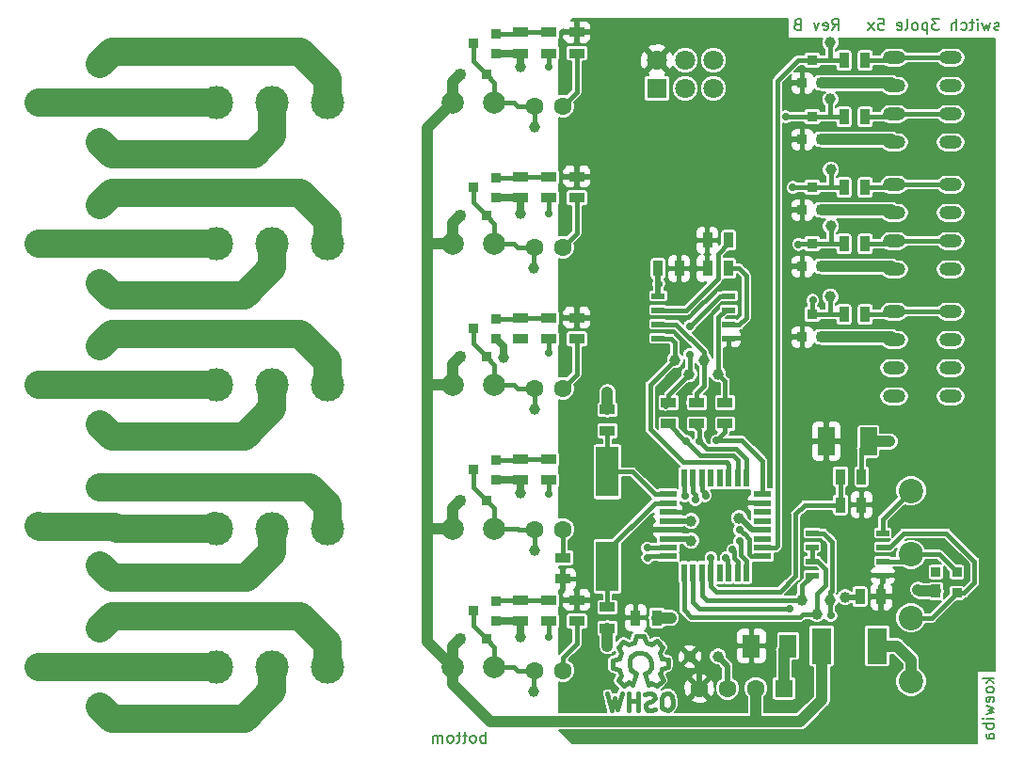
<source format=gbr>
G04 #@! TF.GenerationSoftware,KiCad,Pcbnew,5.0.2-bee76a0~70~ubuntu18.04.1*
G04 #@! TF.CreationDate,2019-03-07T21:00:06+01:00*
G04 #@! TF.ProjectId,switch_3pole_5x,73776974-6368-45f3-9370-6f6c655f3578,B*
G04 #@! TF.SameCoordinates,Original*
G04 #@! TF.FileFunction,Copper,L2,Bot*
G04 #@! TF.FilePolarity,Positive*
%FSLAX46Y46*%
G04 Gerber Fmt 4.6, Leading zero omitted, Abs format (unit mm)*
G04 Created by KiCad (PCBNEW 5.0.2-bee76a0~70~ubuntu18.04.1) date Do 07 Mär 2019 21:00:06 CET*
%MOMM*%
%LPD*%
G01*
G04 APERTURE LIST*
G04 #@! TA.AperFunction,NonConductor*
%ADD10C,0.200000*%
G04 #@! TD*
G04 #@! TA.AperFunction,EtchedComponent*
%ADD11C,0.381000*%
G04 #@! TD*
G04 #@! TA.AperFunction,ComponentPad*
%ADD12C,2.200000*%
G04 #@! TD*
G04 #@! TA.AperFunction,ComponentPad*
%ADD13C,1.600000*%
G04 #@! TD*
G04 #@! TA.AperFunction,ComponentPad*
%ADD14R,1.600000X1.600000*%
G04 #@! TD*
G04 #@! TA.AperFunction,ComponentPad*
%ADD15C,3.000000*%
G04 #@! TD*
G04 #@! TA.AperFunction,ComponentPad*
%ADD16C,2.000000*%
G04 #@! TD*
G04 #@! TA.AperFunction,ComponentPad*
%ADD17R,1.800000X1.800000*%
G04 #@! TD*
G04 #@! TA.AperFunction,ComponentPad*
%ADD18C,1.800000*%
G04 #@! TD*
G04 #@! TA.AperFunction,SMDPad,CuDef*
%ADD19R,1.143000X0.508000*%
G04 #@! TD*
G04 #@! TA.AperFunction,SMDPad,CuDef*
%ADD20R,0.914400X0.914400*%
G04 #@! TD*
G04 #@! TA.AperFunction,SMDPad,CuDef*
%ADD21C,0.850000*%
G04 #@! TD*
G04 #@! TA.AperFunction,Conductor*
%ADD22C,0.100000*%
G04 #@! TD*
G04 #@! TA.AperFunction,SMDPad,CuDef*
%ADD23R,0.850000X0.850000*%
G04 #@! TD*
G04 #@! TA.AperFunction,SMDPad,CuDef*
%ADD24R,0.850000X1.200000*%
G04 #@! TD*
G04 #@! TA.AperFunction,SMDPad,CuDef*
%ADD25R,1.780540X3.200400*%
G04 #@! TD*
G04 #@! TA.AperFunction,ComponentPad*
%ADD26O,2.000000X1.200000*%
G04 #@! TD*
G04 #@! TA.AperFunction,SMDPad,CuDef*
%ADD27R,0.889000X1.397000*%
G04 #@! TD*
G04 #@! TA.AperFunction,SMDPad,CuDef*
%ADD28R,1.397000X0.889000*%
G04 #@! TD*
G04 #@! TA.AperFunction,SMDPad,CuDef*
%ADD29R,1.524000X2.032000*%
G04 #@! TD*
G04 #@! TA.AperFunction,SMDPad,CuDef*
%ADD30R,1.501140X2.499360*%
G04 #@! TD*
G04 #@! TA.AperFunction,SMDPad,CuDef*
%ADD31R,1.998980X4.500880*%
G04 #@! TD*
G04 #@! TA.AperFunction,BGAPad,CuDef*
%ADD32C,1.000000*%
G04 #@! TD*
G04 #@! TA.AperFunction,SMDPad,CuDef*
%ADD33R,1.600000X0.550000*%
G04 #@! TD*
G04 #@! TA.AperFunction,SMDPad,CuDef*
%ADD34R,0.550000X1.600000*%
G04 #@! TD*
G04 #@! TA.AperFunction,ViaPad*
%ADD35C,1.000000*%
G04 #@! TD*
G04 #@! TA.AperFunction,ViaPad*
%ADD36C,0.700000*%
G04 #@! TD*
G04 #@! TA.AperFunction,Conductor*
%ADD37C,0.500000*%
G04 #@! TD*
G04 #@! TA.AperFunction,Conductor*
%ADD38C,1.000000*%
G04 #@! TD*
G04 #@! TA.AperFunction,Conductor*
%ADD39C,0.400000*%
G04 #@! TD*
G04 #@! TA.AperFunction,Conductor*
%ADD40C,0.700000*%
G04 #@! TD*
G04 #@! TA.AperFunction,Conductor*
%ADD41C,2.500000*%
G04 #@! TD*
G04 #@! TA.AperFunction,Conductor*
%ADD42C,0.200000*%
G04 #@! TD*
G04 APERTURE END LIST*
D10*
X145867142Y-116022380D02*
X145867142Y-115022380D01*
X145867142Y-115403333D02*
X145771904Y-115355714D01*
X145581428Y-115355714D01*
X145486190Y-115403333D01*
X145438571Y-115450952D01*
X145390952Y-115546190D01*
X145390952Y-115831904D01*
X145438571Y-115927142D01*
X145486190Y-115974761D01*
X145581428Y-116022380D01*
X145771904Y-116022380D01*
X145867142Y-115974761D01*
X144819523Y-116022380D02*
X144914761Y-115974761D01*
X144962380Y-115927142D01*
X145010000Y-115831904D01*
X145010000Y-115546190D01*
X144962380Y-115450952D01*
X144914761Y-115403333D01*
X144819523Y-115355714D01*
X144676666Y-115355714D01*
X144581428Y-115403333D01*
X144533809Y-115450952D01*
X144486190Y-115546190D01*
X144486190Y-115831904D01*
X144533809Y-115927142D01*
X144581428Y-115974761D01*
X144676666Y-116022380D01*
X144819523Y-116022380D01*
X144200476Y-115355714D02*
X143819523Y-115355714D01*
X144057619Y-115022380D02*
X144057619Y-115879523D01*
X144010000Y-115974761D01*
X143914761Y-116022380D01*
X143819523Y-116022380D01*
X143629047Y-115355714D02*
X143248095Y-115355714D01*
X143486190Y-115022380D02*
X143486190Y-115879523D01*
X143438571Y-115974761D01*
X143343333Y-116022380D01*
X143248095Y-116022380D01*
X142771904Y-116022380D02*
X142867142Y-115974761D01*
X142914761Y-115927142D01*
X142962380Y-115831904D01*
X142962380Y-115546190D01*
X142914761Y-115450952D01*
X142867142Y-115403333D01*
X142771904Y-115355714D01*
X142629047Y-115355714D01*
X142533809Y-115403333D01*
X142486190Y-115450952D01*
X142438571Y-115546190D01*
X142438571Y-115831904D01*
X142486190Y-115927142D01*
X142533809Y-115974761D01*
X142629047Y-116022380D01*
X142771904Y-116022380D01*
X142010000Y-116022380D02*
X142010000Y-115355714D01*
X142010000Y-115450952D02*
X141962380Y-115403333D01*
X141867142Y-115355714D01*
X141724285Y-115355714D01*
X141629047Y-115403333D01*
X141581428Y-115498571D01*
X141581428Y-116022380D01*
X141581428Y-115498571D02*
X141533809Y-115403333D01*
X141438571Y-115355714D01*
X141295714Y-115355714D01*
X141200476Y-115403333D01*
X141152857Y-115498571D01*
X141152857Y-116022380D01*
X191587380Y-110223095D02*
X190587380Y-110223095D01*
X191206428Y-110318333D02*
X191587380Y-110604047D01*
X190920714Y-110604047D02*
X191301666Y-110223095D01*
X191587380Y-111175476D02*
X191539761Y-111080238D01*
X191492142Y-111032619D01*
X191396904Y-110985000D01*
X191111190Y-110985000D01*
X191015952Y-111032619D01*
X190968333Y-111080238D01*
X190920714Y-111175476D01*
X190920714Y-111318333D01*
X190968333Y-111413571D01*
X191015952Y-111461190D01*
X191111190Y-111508809D01*
X191396904Y-111508809D01*
X191492142Y-111461190D01*
X191539761Y-111413571D01*
X191587380Y-111318333D01*
X191587380Y-111175476D01*
X191539761Y-112318333D02*
X191587380Y-112223095D01*
X191587380Y-112032619D01*
X191539761Y-111937380D01*
X191444523Y-111889761D01*
X191063571Y-111889761D01*
X190968333Y-111937380D01*
X190920714Y-112032619D01*
X190920714Y-112223095D01*
X190968333Y-112318333D01*
X191063571Y-112365952D01*
X191158809Y-112365952D01*
X191254047Y-111889761D01*
X190920714Y-112699285D02*
X191587380Y-112889761D01*
X191111190Y-113080238D01*
X191587380Y-113270714D01*
X190920714Y-113461190D01*
X191587380Y-113842142D02*
X190920714Y-113842142D01*
X190587380Y-113842142D02*
X190635000Y-113794523D01*
X190682619Y-113842142D01*
X190635000Y-113889761D01*
X190587380Y-113842142D01*
X190682619Y-113842142D01*
X191587380Y-114318333D02*
X190587380Y-114318333D01*
X190968333Y-114318333D02*
X190920714Y-114413571D01*
X190920714Y-114604047D01*
X190968333Y-114699285D01*
X191015952Y-114746904D01*
X191111190Y-114794523D01*
X191396904Y-114794523D01*
X191492142Y-114746904D01*
X191539761Y-114699285D01*
X191587380Y-114604047D01*
X191587380Y-114413571D01*
X191539761Y-114318333D01*
X191587380Y-115651666D02*
X191063571Y-115651666D01*
X190968333Y-115604047D01*
X190920714Y-115508809D01*
X190920714Y-115318333D01*
X190968333Y-115223095D01*
X191539761Y-115651666D02*
X191587380Y-115556428D01*
X191587380Y-115318333D01*
X191539761Y-115223095D01*
X191444523Y-115175476D01*
X191349285Y-115175476D01*
X191254047Y-115223095D01*
X191206428Y-115318333D01*
X191206428Y-115556428D01*
X191158809Y-115651666D01*
X192056428Y-51839761D02*
X191961190Y-51887380D01*
X191770714Y-51887380D01*
X191675476Y-51839761D01*
X191627857Y-51744523D01*
X191627857Y-51696904D01*
X191675476Y-51601666D01*
X191770714Y-51554047D01*
X191913571Y-51554047D01*
X192008809Y-51506428D01*
X192056428Y-51411190D01*
X192056428Y-51363571D01*
X192008809Y-51268333D01*
X191913571Y-51220714D01*
X191770714Y-51220714D01*
X191675476Y-51268333D01*
X191294523Y-51220714D02*
X191104047Y-51887380D01*
X190913571Y-51411190D01*
X190723095Y-51887380D01*
X190532619Y-51220714D01*
X190151666Y-51887380D02*
X190151666Y-51220714D01*
X190151666Y-50887380D02*
X190199285Y-50935000D01*
X190151666Y-50982619D01*
X190104047Y-50935000D01*
X190151666Y-50887380D01*
X190151666Y-50982619D01*
X189818333Y-51220714D02*
X189437380Y-51220714D01*
X189675476Y-50887380D02*
X189675476Y-51744523D01*
X189627857Y-51839761D01*
X189532619Y-51887380D01*
X189437380Y-51887380D01*
X188675476Y-51839761D02*
X188770714Y-51887380D01*
X188961190Y-51887380D01*
X189056428Y-51839761D01*
X189104047Y-51792142D01*
X189151666Y-51696904D01*
X189151666Y-51411190D01*
X189104047Y-51315952D01*
X189056428Y-51268333D01*
X188961190Y-51220714D01*
X188770714Y-51220714D01*
X188675476Y-51268333D01*
X188246904Y-51887380D02*
X188246904Y-50887380D01*
X187818333Y-51887380D02*
X187818333Y-51363571D01*
X187865952Y-51268333D01*
X187961190Y-51220714D01*
X188104047Y-51220714D01*
X188199285Y-51268333D01*
X188246904Y-51315952D01*
X186675476Y-50887380D02*
X186056428Y-50887380D01*
X186389761Y-51268333D01*
X186246904Y-51268333D01*
X186151666Y-51315952D01*
X186104047Y-51363571D01*
X186056428Y-51458809D01*
X186056428Y-51696904D01*
X186104047Y-51792142D01*
X186151666Y-51839761D01*
X186246904Y-51887380D01*
X186532619Y-51887380D01*
X186627857Y-51839761D01*
X186675476Y-51792142D01*
X185627857Y-51220714D02*
X185627857Y-52220714D01*
X185627857Y-51268333D02*
X185532619Y-51220714D01*
X185342142Y-51220714D01*
X185246904Y-51268333D01*
X185199285Y-51315952D01*
X185151666Y-51411190D01*
X185151666Y-51696904D01*
X185199285Y-51792142D01*
X185246904Y-51839761D01*
X185342142Y-51887380D01*
X185532619Y-51887380D01*
X185627857Y-51839761D01*
X184580238Y-51887380D02*
X184675476Y-51839761D01*
X184723095Y-51792142D01*
X184770714Y-51696904D01*
X184770714Y-51411190D01*
X184723095Y-51315952D01*
X184675476Y-51268333D01*
X184580238Y-51220714D01*
X184437380Y-51220714D01*
X184342142Y-51268333D01*
X184294523Y-51315952D01*
X184246904Y-51411190D01*
X184246904Y-51696904D01*
X184294523Y-51792142D01*
X184342142Y-51839761D01*
X184437380Y-51887380D01*
X184580238Y-51887380D01*
X183675476Y-51887380D02*
X183770714Y-51839761D01*
X183818333Y-51744523D01*
X183818333Y-50887380D01*
X182913571Y-51839761D02*
X183008809Y-51887380D01*
X183199285Y-51887380D01*
X183294523Y-51839761D01*
X183342142Y-51744523D01*
X183342142Y-51363571D01*
X183294523Y-51268333D01*
X183199285Y-51220714D01*
X183008809Y-51220714D01*
X182913571Y-51268333D01*
X182865952Y-51363571D01*
X182865952Y-51458809D01*
X183342142Y-51554047D01*
X181199285Y-50887380D02*
X181675476Y-50887380D01*
X181723095Y-51363571D01*
X181675476Y-51315952D01*
X181580238Y-51268333D01*
X181342142Y-51268333D01*
X181246904Y-51315952D01*
X181199285Y-51363571D01*
X181151666Y-51458809D01*
X181151666Y-51696904D01*
X181199285Y-51792142D01*
X181246904Y-51839761D01*
X181342142Y-51887380D01*
X181580238Y-51887380D01*
X181675476Y-51839761D01*
X181723095Y-51792142D01*
X180818333Y-51887380D02*
X180294523Y-51220714D01*
X180818333Y-51220714D02*
X180294523Y-51887380D01*
X177056428Y-51887380D02*
X177389761Y-51411190D01*
X177627857Y-51887380D02*
X177627857Y-50887380D01*
X177246904Y-50887380D01*
X177151666Y-50935000D01*
X177104047Y-50982619D01*
X177056428Y-51077857D01*
X177056428Y-51220714D01*
X177104047Y-51315952D01*
X177151666Y-51363571D01*
X177246904Y-51411190D01*
X177627857Y-51411190D01*
X176246904Y-51839761D02*
X176342142Y-51887380D01*
X176532619Y-51887380D01*
X176627857Y-51839761D01*
X176675476Y-51744523D01*
X176675476Y-51363571D01*
X176627857Y-51268333D01*
X176532619Y-51220714D01*
X176342142Y-51220714D01*
X176246904Y-51268333D01*
X176199285Y-51363571D01*
X176199285Y-51458809D01*
X176675476Y-51554047D01*
X175865952Y-51220714D02*
X175627857Y-51887380D01*
X175389761Y-51220714D01*
X173913571Y-51363571D02*
X173770714Y-51411190D01*
X173723095Y-51458809D01*
X173675476Y-51554047D01*
X173675476Y-51696904D01*
X173723095Y-51792142D01*
X173770714Y-51839761D01*
X173865952Y-51887380D01*
X174246904Y-51887380D01*
X174246904Y-50887380D01*
X173913571Y-50887380D01*
X173818333Y-50935000D01*
X173770714Y-50982619D01*
X173723095Y-51077857D01*
X173723095Y-51173095D01*
X173770714Y-51268333D01*
X173818333Y-51315952D01*
X173913571Y-51363571D01*
X174246904Y-51363571D01*
D11*
G04 #@! TO.C,LOGO2*
X159454480Y-109794160D02*
X159055700Y-110794920D01*
X160155520Y-109794160D02*
X160506040Y-110794920D01*
X160506040Y-109596040D02*
X160155520Y-109794160D01*
X160754960Y-109293780D02*
X160506040Y-109596040D01*
X160805760Y-108795940D02*
X160754960Y-109293780D01*
X160655900Y-108343820D02*
X160805760Y-108795940D01*
X160254580Y-107995840D02*
X160655900Y-108343820D01*
X159855800Y-107894240D02*
X160254580Y-107995840D01*
X159406220Y-107945040D02*
X159855800Y-107894240D01*
X158954100Y-108295560D02*
X159406220Y-107945040D01*
X158804240Y-108646080D02*
X158954100Y-108295560D01*
X158804240Y-109044860D02*
X158804240Y-108646080D01*
X158954100Y-109446180D02*
X158804240Y-109044860D01*
X159154760Y-109644300D02*
X158954100Y-109446180D01*
X159454480Y-109794160D02*
X159154760Y-109644300D01*
X161735400Y-109415700D02*
X161595700Y-109814480D01*
X162294200Y-109215040D02*
X161735400Y-109415700D01*
X162284040Y-108514000D02*
X162294200Y-109215040D01*
X161735400Y-108414940D02*
X162284040Y-108514000D01*
X161565220Y-107934880D02*
X161735400Y-108414940D01*
X161814140Y-107393860D02*
X161565220Y-107934880D01*
X161295980Y-106865540D02*
X161814140Y-107393860D01*
X160744800Y-107134780D02*
X161295980Y-106865540D01*
X160325700Y-106964600D02*
X160744800Y-107134780D01*
X160114880Y-106415960D02*
X160325700Y-106964600D01*
X159424000Y-106433740D02*
X160114880Y-106415960D01*
X159253820Y-106974760D02*
X159424000Y-106433740D01*
X158783920Y-107175420D02*
X159253820Y-106974760D01*
X158265760Y-106913800D02*
X158783920Y-107175420D01*
X157795860Y-107424340D02*
X158265760Y-106913800D01*
X158065100Y-107894240D02*
X157795860Y-107424340D01*
X157864440Y-108465740D02*
X158065100Y-107894240D01*
X157305640Y-108605440D02*
X157864440Y-108465740D01*
X157305640Y-109286160D02*
X157305640Y-108605440D01*
X157915240Y-109474120D02*
X157305640Y-109286160D01*
X158105740Y-109944020D02*
X157915240Y-109474120D01*
X157823800Y-110424080D02*
X158105740Y-109944020D01*
X158296240Y-110914300D02*
X157823800Y-110424080D01*
X158735660Y-110584100D02*
X158296240Y-110914300D01*
X159065860Y-110774600D02*
X158735660Y-110584100D01*
X160785440Y-110634900D02*
X160506040Y-110794920D01*
X161306140Y-110904140D02*
X160785440Y-110634900D01*
X161844620Y-110385980D02*
X161306140Y-110904140D01*
X161585540Y-109824640D02*
X161844620Y-110385980D01*
X161844620Y-111683920D02*
X162205300Y-111554380D01*
X161735400Y-111965860D02*
X161844620Y-111683920D01*
X161684600Y-112374800D02*
X161735400Y-111965860D01*
X161755720Y-112834540D02*
X161684600Y-112374800D01*
X161974160Y-113014880D02*
X161755720Y-112834540D01*
X162284040Y-113086000D02*
X161974160Y-113014880D01*
X162535500Y-112964080D02*
X162284040Y-113086000D01*
X162736160Y-112644040D02*
X162535500Y-112964080D01*
X162764100Y-112296060D02*
X162736160Y-112644040D01*
X162675200Y-111805840D02*
X162764100Y-112296060D01*
X162433900Y-111564540D02*
X162675200Y-111805840D01*
X162184980Y-111544220D02*
X162433900Y-111564540D01*
X160795600Y-113103780D02*
X161146120Y-112994560D01*
X160475560Y-113075840D02*
X160795600Y-113103780D01*
X160244420Y-112854860D02*
X160475560Y-113075840D01*
X160285060Y-112555140D02*
X160244420Y-112854860D01*
X160465400Y-112395120D02*
X160285060Y-112555140D01*
X160854020Y-112265580D02*
X160465400Y-112395120D01*
X161095320Y-112024280D02*
X160854020Y-112265580D01*
X161064840Y-111755040D02*
X161095320Y-112024280D01*
X160826080Y-111554380D02*
X161064840Y-111755040D01*
X160506040Y-111564540D02*
X160826080Y-111554380D01*
X160155520Y-111645820D02*
X160506040Y-111564540D01*
X159604340Y-113113940D02*
X159594180Y-113103780D01*
X159604340Y-111544220D02*
X159604340Y-113113940D01*
X158715340Y-111554380D02*
X158715340Y-113096160D01*
X158755980Y-112275740D02*
X158755980Y-112265580D01*
X158766140Y-112265580D02*
X158755980Y-112275740D01*
X159556080Y-112275740D02*
X158766140Y-112265580D01*
X157186260Y-113065680D02*
X156845900Y-111615340D01*
X157496140Y-111993800D02*
X157186260Y-113065680D01*
X157775540Y-113055520D02*
X157496140Y-111993800D01*
X158136220Y-111584860D02*
X157775540Y-113055520D01*
G04 #@! TD*
D12*
G04 #@! TO.P,J16,1*
G04 #@! TO.N,GND*
X184150000Y-93345000D03*
G04 #@! TD*
G04 #@! TO.P,J13,1*
G04 #@! TO.N,Net-(F2-Pad2)*
X184150000Y-110490000D03*
G04 #@! TD*
G04 #@! TO.P,J14,1*
G04 #@! TO.N,/bus_atmega328_basic/A*
X184150000Y-104775000D03*
G04 #@! TD*
G04 #@! TO.P,J15,1*
G04 #@! TO.N,/bus_atmega328_basic/B*
X184150000Y-99060000D03*
G04 #@! TD*
D13*
G04 #@! TO.P,U7,4*
G04 #@! TO.N,+5V*
X165100000Y-111125000D03*
G04 #@! TO.P,U7,3*
G04 #@! TO.N,GND*
X167640000Y-111125000D03*
G04 #@! TO.P,U7,2*
G04 #@! TO.N,+24V*
X170180000Y-111125000D03*
D14*
G04 #@! TO.P,U7,1*
G04 #@! TO.N,GND*
X172720000Y-111125000D03*
G04 #@! TD*
D15*
G04 #@! TO.P,REL5,5*
G04 #@! TO.N,/Relays/RELAY_4_NO*
X121685000Y-109220000D03*
G04 #@! TO.P,REL5,4*
G04 #@! TO.N,/Relays/RELAY_4_COM*
X126685000Y-109220000D03*
G04 #@! TO.P,REL5,3*
G04 #@! TO.N,/Relays/RELAY_4_NC*
X131685000Y-109220000D03*
D16*
G04 #@! TO.P,REL5,2*
G04 #@! TO.N,+24V*
X142935000Y-109220000D03*
G04 #@! TO.P,REL5,1*
G04 #@! TO.N,Net-(D10-Pad2)*
X146685000Y-109220000D03*
G04 #@! TD*
D15*
G04 #@! TO.P,REL1,5*
G04 #@! TO.N,/Relays/RELAY_0_NO*
X121685000Y-58420000D03*
G04 #@! TO.P,REL1,4*
G04 #@! TO.N,/Relays/RELAY_0_COM*
X126685000Y-58420000D03*
G04 #@! TO.P,REL1,3*
G04 #@! TO.N,/Relays/RELAY_0_NC*
X131685000Y-58420000D03*
D16*
G04 #@! TO.P,REL1,2*
G04 #@! TO.N,+24V*
X142935000Y-58420000D03*
G04 #@! TO.P,REL1,1*
G04 #@! TO.N,Net-(D1-Pad1)*
X146685000Y-58420000D03*
G04 #@! TD*
D15*
G04 #@! TO.P,REL2,5*
G04 #@! TO.N,/Relays/RELAY_1_NO*
X121685000Y-71120000D03*
G04 #@! TO.P,REL2,4*
G04 #@! TO.N,/Relays/RELAY_1_COM*
X126685000Y-71120000D03*
G04 #@! TO.P,REL2,3*
G04 #@! TO.N,/Relays/RELAY_1_NC*
X131685000Y-71120000D03*
D16*
G04 #@! TO.P,REL2,2*
G04 #@! TO.N,+24V*
X142935000Y-71120000D03*
G04 #@! TO.P,REL2,1*
G04 #@! TO.N,Net-(D2-Pad1)*
X146685000Y-71120000D03*
G04 #@! TD*
D15*
G04 #@! TO.P,REL3,5*
G04 #@! TO.N,/Relays/RELAY_2_NO*
X121685000Y-83820000D03*
G04 #@! TO.P,REL3,4*
G04 #@! TO.N,/Relays/RELAY_2_COM*
X126685000Y-83820000D03*
G04 #@! TO.P,REL3,3*
G04 #@! TO.N,/Relays/RELAY_2_NC*
X131685000Y-83820000D03*
D16*
G04 #@! TO.P,REL3,2*
G04 #@! TO.N,+24V*
X142935000Y-83820000D03*
G04 #@! TO.P,REL3,1*
G04 #@! TO.N,Net-(D3-Pad1)*
X146685000Y-83820000D03*
G04 #@! TD*
D15*
G04 #@! TO.P,REL4,5*
G04 #@! TO.N,/Relays/RELAY_3_NO*
X121685000Y-96733542D03*
G04 #@! TO.P,REL4,4*
G04 #@! TO.N,/Relays/RELAY_3_COM*
X126685000Y-96733542D03*
G04 #@! TO.P,REL4,3*
G04 #@! TO.N,/Relays/RELAY_3_NC*
X131685000Y-96733542D03*
D16*
G04 #@! TO.P,REL4,2*
G04 #@! TO.N,+24V*
X142935000Y-96733542D03*
G04 #@! TO.P,REL4,1*
G04 #@! TO.N,Net-(D4-Pad1)*
X146685000Y-96733542D03*
G04 #@! TD*
D13*
G04 #@! TO.P,D6,2*
G04 #@! TO.N,Net-(D1-Pad1)*
X150280000Y-58730000D03*
G04 #@! TO.P,D6,1*
G04 #@! TO.N,Net-(D6-Pad1)*
X152820000Y-58730000D03*
G04 #@! TD*
G04 #@! TO.P,D7,2*
G04 #@! TO.N,Net-(D2-Pad1)*
X150280000Y-71430000D03*
G04 #@! TO.P,D7,1*
G04 #@! TO.N,Net-(D7-Pad1)*
X152820000Y-71430000D03*
G04 #@! TD*
G04 #@! TO.P,D8,2*
G04 #@! TO.N,Net-(D3-Pad1)*
X150280000Y-84130000D03*
G04 #@! TO.P,D8,1*
G04 #@! TO.N,Net-(D8-Pad1)*
X152820000Y-84130000D03*
G04 #@! TD*
G04 #@! TO.P,D9,2*
G04 #@! TO.N,Net-(D4-Pad1)*
X150280000Y-96830000D03*
G04 #@! TO.P,D9,1*
G04 #@! TO.N,Net-(D9-Pad1)*
X152820000Y-96830000D03*
G04 #@! TD*
G04 #@! TO.P,D10,2*
G04 #@! TO.N,Net-(D10-Pad2)*
X150280000Y-109530000D03*
G04 #@! TO.P,D10,1*
G04 #@! TO.N,Net-(D10-Pad1)*
X152820000Y-109530000D03*
G04 #@! TD*
D17*
G04 #@! TO.P,J12,1*
G04 #@! TO.N,/bus_atmega328_basic/PB4_MISO*
X161290000Y-57150000D03*
D18*
G04 #@! TO.P,J12,2*
G04 #@! TO.N,+5V*
X161290000Y-54610000D03*
G04 #@! TO.P,J12,3*
G04 #@! TO.N,/bus_atmega328_basic/PB5_SCK*
X163830000Y-57150000D03*
G04 #@! TO.P,J12,4*
G04 #@! TO.N,/bus_atmega328_basic/PB3_MOSI*
X163830000Y-54610000D03*
G04 #@! TO.P,J12,5*
G04 #@! TO.N,/bus_atmega328_basic//RESET*
X166370000Y-57150000D03*
G04 #@! TO.P,J12,6*
G04 #@! TO.N,GND*
X166370000Y-54610000D03*
G04 #@! TD*
D19*
G04 #@! TO.P,U3,1*
G04 #@! TO.N,/bus_atmega328_basic//CSEEP*
X161417000Y-79629000D03*
G04 #@! TO.P,U3,2*
G04 #@! TO.N,/bus_atmega328_basic/MISO*
X161417000Y-78359000D03*
G04 #@! TO.P,U3,3*
G04 #@! TO.N,Net-(R31-Pad2)*
X161417000Y-77089000D03*
G04 #@! TO.P,U3,4*
G04 #@! TO.N,GND*
X161417000Y-75819000D03*
G04 #@! TO.P,U3,5*
G04 #@! TO.N,/bus_atmega328_basic/MOSI*
X167767000Y-75819000D03*
G04 #@! TO.P,U3,6*
G04 #@! TO.N,/bus_atmega328_basic/SCK*
X167767000Y-77089000D03*
G04 #@! TO.P,U3,7*
G04 #@! TO.N,Net-(R35-Pad2)*
X167767000Y-78359000D03*
G04 #@! TO.P,U3,8*
G04 #@! TO.N,+5V*
X167767000Y-79629000D03*
G04 #@! TD*
G04 #@! TO.P,U6,1*
G04 #@! TO.N,/bus_atmega328_basic/RXD0*
X175260000Y-100965000D03*
G04 #@! TO.P,U6,2*
G04 #@! TO.N,/bus_atmega328_basic/TXD0EN*
X175260000Y-99695000D03*
G04 #@! TO.P,U6,3*
X175260000Y-98425000D03*
G04 #@! TO.P,U6,4*
G04 #@! TO.N,/bus_atmega328_basic/TXD0*
X175260000Y-97155000D03*
G04 #@! TO.P,U6,5*
G04 #@! TO.N,GND*
X181610000Y-97155000D03*
G04 #@! TO.P,U6,6*
G04 #@! TO.N,/bus_atmega328_basic/A*
X181610000Y-98425000D03*
G04 #@! TO.P,U6,7*
G04 #@! TO.N,/bus_atmega328_basic/B*
X181610000Y-99695000D03*
G04 #@! TO.P,U6,8*
G04 #@! TO.N,+5V*
X181610000Y-100965000D03*
G04 #@! TD*
D20*
G04 #@! TO.P,D11,3*
G04 #@! TO.N,//button_0*
X175260000Y-54610000D03*
G04 #@! TO.P,D11,1*
G04 #@! TO.N,GND*
X176149000Y-56642000D03*
G04 #@! TO.P,D11,2*
G04 #@! TO.N,+5V*
X174371000Y-56642000D03*
G04 #@! TD*
G04 #@! TO.P,D12,3*
G04 #@! TO.N,//button_1*
X175260000Y-59690000D03*
G04 #@! TO.P,D12,1*
G04 #@! TO.N,GND*
X176149000Y-61722000D03*
G04 #@! TO.P,D12,2*
G04 #@! TO.N,+5V*
X174371000Y-61722000D03*
G04 #@! TD*
G04 #@! TO.P,D13,3*
G04 #@! TO.N,//button_2*
X175260000Y-66040000D03*
G04 #@! TO.P,D13,1*
G04 #@! TO.N,GND*
X176149000Y-68072000D03*
G04 #@! TO.P,D13,2*
G04 #@! TO.N,+5V*
X174371000Y-68072000D03*
G04 #@! TD*
G04 #@! TO.P,D14,3*
G04 #@! TO.N,//button_3*
X175260000Y-71120000D03*
G04 #@! TO.P,D14,1*
G04 #@! TO.N,GND*
X176149000Y-73152000D03*
G04 #@! TO.P,D14,2*
G04 #@! TO.N,+5V*
X174371000Y-73152000D03*
G04 #@! TD*
G04 #@! TO.P,D15,3*
G04 #@! TO.N,//button_4*
X175260000Y-77470000D03*
G04 #@! TO.P,D15,1*
G04 #@! TO.N,GND*
X176149000Y-79502000D03*
G04 #@! TO.P,D15,2*
G04 #@! TO.N,+5V*
X174371000Y-79502000D03*
G04 #@! TD*
D21*
G04 #@! TO.P,D22,4*
G04 #@! TO.N,/bus_atmega328_basic/A*
X188275000Y-102550000D03*
D22*
G04 #@! TD*
G04 #@! TO.N,/bus_atmega328_basic/A*
G04 #@! TO.C,D22*
G36*
X188700000Y-102975000D02*
X187850000Y-102975000D01*
X187850000Y-102125000D01*
X188700000Y-102125000D01*
X188700000Y-102975000D01*
X188700000Y-102975000D01*
G37*
D23*
G04 #@! TO.P,D22,3*
G04 #@! TO.N,/bus_atmega328_basic/B*
X188275000Y-100650000D03*
G04 #@! TO.P,D22,2*
G04 #@! TO.N,Net-(D22-Pad2)*
X186375000Y-100650000D03*
D24*
G04 #@! TO.P,D22,1*
G04 #@! TO.N,GND*
X186375000Y-102369620D03*
G04 #@! TD*
D25*
G04 #@! TO.P,F2,2*
G04 #@! TO.N,Net-(F2-Pad2)*
X181124200Y-107315000D03*
G04 #@! TO.P,F2,1*
G04 #@! TO.N,+24V*
X176120400Y-107315000D03*
G04 #@! TD*
D26*
G04 #@! TO.P,J7,4*
G04 #@! TO.N,GND*
X182626000Y-61976000D03*
G04 #@! TO.P,J7,3*
G04 #@! TO.N,Net-(J7-Pad3)*
X182626000Y-59436000D03*
G04 #@! TO.P,J7,2*
G04 #@! TO.N,GND*
X182626000Y-56896000D03*
G04 #@! TO.P,J7,1*
G04 #@! TO.N,Net-(J7-Pad1)*
X182626000Y-54356000D03*
G04 #@! TO.P,J7,4*
G04 #@! TO.N,GND*
X187706000Y-61976000D03*
G04 #@! TO.P,J7,3*
G04 #@! TO.N,Net-(J7-Pad3)*
X187706000Y-59436000D03*
G04 #@! TO.P,J7,1*
G04 #@! TO.N,Net-(J7-Pad1)*
X187706000Y-54356000D03*
G04 #@! TO.P,J7,2*
G04 #@! TO.N,GND*
X187706000Y-56896000D03*
G04 #@! TD*
G04 #@! TO.P,J8,4*
G04 #@! TO.N,GND*
X182626000Y-73406000D03*
G04 #@! TO.P,J8,3*
G04 #@! TO.N,Net-(J8-Pad3)*
X182626000Y-70866000D03*
G04 #@! TO.P,J8,2*
G04 #@! TO.N,GND*
X182626000Y-68326000D03*
G04 #@! TO.P,J8,1*
G04 #@! TO.N,Net-(J8-Pad1)*
X182626000Y-65786000D03*
G04 #@! TO.P,J8,4*
G04 #@! TO.N,GND*
X187706000Y-73406000D03*
G04 #@! TO.P,J8,3*
G04 #@! TO.N,Net-(J8-Pad3)*
X187706000Y-70866000D03*
G04 #@! TO.P,J8,1*
G04 #@! TO.N,Net-(J8-Pad1)*
X187706000Y-65786000D03*
G04 #@! TO.P,J8,2*
G04 #@! TO.N,GND*
X187706000Y-68326000D03*
G04 #@! TD*
G04 #@! TO.P,J9,4*
G04 #@! TO.N,N/C*
X182626000Y-84836000D03*
G04 #@! TO.P,J9,3*
X182626000Y-82296000D03*
G04 #@! TO.P,J9,2*
G04 #@! TO.N,GND*
X182626000Y-79756000D03*
G04 #@! TO.P,J9,1*
G04 #@! TO.N,Net-(J9-Pad1)*
X182626000Y-77216000D03*
G04 #@! TO.P,J9,4*
G04 #@! TO.N,N/C*
X187706000Y-84836000D03*
G04 #@! TO.P,J9,3*
X187706000Y-82296000D03*
G04 #@! TO.P,J9,1*
G04 #@! TO.N,Net-(J9-Pad1)*
X187706000Y-77216000D03*
G04 #@! TO.P,J9,2*
G04 #@! TO.N,GND*
X187706000Y-79756000D03*
G04 #@! TD*
D20*
G04 #@! TO.P,Q1,3*
G04 #@! TO.N,Net-(D1-Pad1)*
X144780000Y-53086000D03*
G04 #@! TO.P,Q1,1*
G04 #@! TO.N,Net-(Q1-Pad1)*
X146812000Y-52197000D03*
G04 #@! TO.P,Q1,2*
G04 #@! TO.N,GND*
X146812000Y-53975000D03*
G04 #@! TD*
G04 #@! TO.P,Q2,3*
G04 #@! TO.N,Net-(D2-Pad1)*
X144780000Y-66040000D03*
G04 #@! TO.P,Q2,1*
G04 #@! TO.N,Net-(Q2-Pad1)*
X146812000Y-65151000D03*
G04 #@! TO.P,Q2,2*
G04 #@! TO.N,GND*
X146812000Y-66929000D03*
G04 #@! TD*
G04 #@! TO.P,Q3,3*
G04 #@! TO.N,Net-(D3-Pad1)*
X144780000Y-78740000D03*
G04 #@! TO.P,Q3,1*
G04 #@! TO.N,Net-(Q3-Pad1)*
X146812000Y-77851000D03*
G04 #@! TO.P,Q3,2*
G04 #@! TO.N,GND*
X146812000Y-79629000D03*
G04 #@! TD*
G04 #@! TO.P,Q4,3*
G04 #@! TO.N,Net-(D4-Pad1)*
X144780000Y-91440000D03*
G04 #@! TO.P,Q4,1*
G04 #@! TO.N,Net-(Q4-Pad1)*
X146812000Y-90551000D03*
G04 #@! TO.P,Q4,2*
G04 #@! TO.N,GND*
X146812000Y-92329000D03*
G04 #@! TD*
G04 #@! TO.P,Q5,3*
G04 #@! TO.N,Net-(D10-Pad2)*
X144780000Y-104140000D03*
G04 #@! TO.P,Q5,1*
G04 #@! TO.N,Net-(Q5-Pad1)*
X146812000Y-103251000D03*
G04 #@! TO.P,Q5,2*
G04 #@! TO.N,GND*
X146812000Y-105029000D03*
G04 #@! TD*
D27*
G04 #@! TO.P,C3,2*
G04 #@! TO.N,GND*
X161290000Y-104775000D03*
G04 #@! TO.P,C3,1*
G04 #@! TO.N,+5V*
X159385000Y-104775000D03*
G04 #@! TD*
G04 #@! TO.P,C4,2*
G04 #@! TO.N,GND*
X161392500Y-73335000D03*
G04 #@! TO.P,C4,1*
G04 #@! TO.N,+5V*
X163297500Y-73335000D03*
G04 #@! TD*
D28*
G04 #@! TO.P,C5,2*
G04 #@! TO.N,GND*
X156845000Y-105727500D03*
G04 #@! TO.P,C5,1*
G04 #@! TO.N,Net-(C5-Pad1)*
X156845000Y-103822500D03*
G04 #@! TD*
G04 #@! TO.P,C6,2*
G04 #@! TO.N,GND*
X156845000Y-86042500D03*
G04 #@! TO.P,C6,1*
G04 #@! TO.N,Net-(C6-Pad1)*
X156845000Y-87947500D03*
G04 #@! TD*
D27*
G04 #@! TO.P,C7,2*
G04 #@! TO.N,GND*
X179705000Y-92075000D03*
G04 #@! TO.P,C7,1*
G04 #@! TO.N,/bus_atmega328_basic//RESET*
X177800000Y-92075000D03*
G04 #@! TD*
D29*
G04 #@! TO.P,C8,2*
G04 #@! TO.N,GND*
X173101000Y-107315000D03*
G04 #@! TO.P,C8,1*
G04 #@! TO.N,+5V*
X169799000Y-107315000D03*
G04 #@! TD*
D27*
G04 #@! TO.P,C9,2*
G04 #@! TO.N,+5V*
X181458500Y-102870000D03*
G04 #@! TO.P,C9,1*
G04 #@! TO.N,GND*
X179553500Y-102870000D03*
G04 #@! TD*
D20*
G04 #@! TO.P,D1,2*
G04 #@! TO.N,+24V*
X143603980Y-55880000D03*
G04 #@! TO.P,D1,1*
G04 #@! TO.N,Net-(D1-Pad1)*
X145956020Y-55880000D03*
G04 #@! TD*
G04 #@! TO.P,D2,2*
G04 #@! TO.N,+24V*
X143603980Y-68580000D03*
G04 #@! TO.P,D2,1*
G04 #@! TO.N,Net-(D2-Pad1)*
X145956020Y-68580000D03*
G04 #@! TD*
G04 #@! TO.P,D3,2*
G04 #@! TO.N,+24V*
X143603980Y-81280000D03*
G04 #@! TO.P,D3,1*
G04 #@! TO.N,Net-(D3-Pad1)*
X145956020Y-81280000D03*
G04 #@! TD*
G04 #@! TO.P,D4,2*
G04 #@! TO.N,+24V*
X143603980Y-94193542D03*
G04 #@! TO.P,D4,1*
G04 #@! TO.N,Net-(D4-Pad1)*
X145956020Y-94193542D03*
G04 #@! TD*
G04 #@! TO.P,D5,2*
G04 #@! TO.N,+24V*
X143603980Y-106680000D03*
G04 #@! TO.P,D5,1*
G04 #@! TO.N,Net-(D10-Pad2)*
X145956020Y-106680000D03*
G04 #@! TD*
D30*
G04 #@! TO.P,D21,2*
G04 #@! TO.N,+5V*
X176530000Y-88900000D03*
G04 #@! TO.P,D21,1*
G04 #@! TO.N,GND*
X180340000Y-88900000D03*
G04 #@! TD*
D28*
G04 #@! TO.P,R1,2*
G04 #@! TO.N,GND*
X149010000Y-53967500D03*
G04 #@! TO.P,R1,1*
G04 #@! TO.N,Net-(Q1-Pad1)*
X149010000Y-52062500D03*
G04 #@! TD*
G04 #@! TO.P,R2,2*
G04 #@! TO.N,GND*
X149010000Y-66992500D03*
G04 #@! TO.P,R2,1*
G04 #@! TO.N,Net-(Q2-Pad1)*
X149010000Y-65087500D03*
G04 #@! TD*
G04 #@! TO.P,R3,2*
G04 #@! TO.N,Net-(R3-Pad2)*
X149010000Y-79692500D03*
G04 #@! TO.P,R3,1*
G04 #@! TO.N,Net-(Q3-Pad1)*
X149010000Y-77787500D03*
G04 #@! TD*
G04 #@! TO.P,R4,2*
G04 #@! TO.N,GND*
X149010000Y-92392500D03*
G04 #@! TO.P,R4,1*
G04 #@! TO.N,Net-(Q4-Pad1)*
X149010000Y-90487500D03*
G04 #@! TD*
G04 #@! TO.P,R5,2*
G04 #@! TO.N,GND*
X149010000Y-105092500D03*
G04 #@! TO.P,R5,1*
G04 #@! TO.N,Net-(Q5-Pad1)*
X149010000Y-103187500D03*
G04 #@! TD*
G04 #@! TO.P,R7,2*
G04 #@! TO.N,/relay_0*
X151550000Y-53967500D03*
G04 #@! TO.P,R7,1*
G04 #@! TO.N,Net-(Q1-Pad1)*
X151550000Y-52062500D03*
G04 #@! TD*
G04 #@! TO.P,R8,2*
G04 #@! TO.N,/relay_1*
X151550000Y-66992500D03*
G04 #@! TO.P,R8,1*
G04 #@! TO.N,Net-(Q2-Pad1)*
X151550000Y-65087500D03*
G04 #@! TD*
G04 #@! TO.P,R9,2*
G04 #@! TO.N,/relay_2*
X151550000Y-79692500D03*
G04 #@! TO.P,R9,1*
G04 #@! TO.N,Net-(Q3-Pad1)*
X151550000Y-77787500D03*
G04 #@! TD*
G04 #@! TO.P,R10,2*
G04 #@! TO.N,/relay_3*
X151550000Y-92392500D03*
G04 #@! TO.P,R10,1*
G04 #@! TO.N,Net-(Q4-Pad1)*
X151550000Y-90487500D03*
G04 #@! TD*
G04 #@! TO.P,R11,2*
G04 #@! TO.N,/relay_4*
X151550000Y-105092500D03*
G04 #@! TO.P,R11,1*
G04 #@! TO.N,Net-(Q5-Pad1)*
X151550000Y-103187500D03*
G04 #@! TD*
D27*
G04 #@! TO.P,R21,2*
G04 #@! TO.N,Net-(J7-Pad1)*
X180022500Y-54610000D03*
G04 #@! TO.P,R21,1*
G04 #@! TO.N,//button_0*
X178117500Y-54610000D03*
G04 #@! TD*
G04 #@! TO.P,R22,2*
G04 #@! TO.N,Net-(J7-Pad3)*
X180022500Y-59690000D03*
G04 #@! TO.P,R22,1*
G04 #@! TO.N,//button_1*
X178117500Y-59690000D03*
G04 #@! TD*
G04 #@! TO.P,R23,2*
G04 #@! TO.N,Net-(J8-Pad1)*
X180022500Y-66040000D03*
G04 #@! TO.P,R23,1*
G04 #@! TO.N,//button_2*
X178117500Y-66040000D03*
G04 #@! TD*
G04 #@! TO.P,R24,2*
G04 #@! TO.N,Net-(J8-Pad3)*
X180022500Y-71120000D03*
G04 #@! TO.P,R24,1*
G04 #@! TO.N,//button_3*
X178117500Y-71120000D03*
G04 #@! TD*
G04 #@! TO.P,R25,2*
G04 #@! TO.N,Net-(J9-Pad1)*
X180022500Y-77470000D03*
G04 #@! TO.P,R25,1*
G04 #@! TO.N,//button_4*
X178117500Y-77470000D03*
G04 #@! TD*
G04 #@! TO.P,R31,2*
G04 #@! TO.N,Net-(R31-Pad2)*
X167742500Y-70795000D03*
G04 #@! TO.P,R31,1*
G04 #@! TO.N,+5V*
X165837500Y-70795000D03*
G04 #@! TD*
D28*
G04 #@! TO.P,R32,2*
G04 #@! TO.N,/bus_atmega328_basic/MISO*
X164885000Y-85407500D03*
G04 #@! TO.P,R32,1*
G04 #@! TO.N,/bus_atmega328_basic/PB4_MISO*
X164885000Y-87312500D03*
G04 #@! TD*
G04 #@! TO.P,R33,2*
G04 #@! TO.N,/bus_atmega328_basic/MOSI*
X162345000Y-85407500D03*
G04 #@! TO.P,R33,1*
G04 #@! TO.N,/bus_atmega328_basic/PB3_MOSI*
X162345000Y-87312500D03*
G04 #@! TD*
G04 #@! TO.P,R34,2*
G04 #@! TO.N,/bus_atmega328_basic/SCK*
X167425000Y-85407500D03*
G04 #@! TO.P,R34,1*
G04 #@! TO.N,/bus_atmega328_basic/PB5_SCK*
X167425000Y-87312500D03*
G04 #@! TD*
D27*
G04 #@! TO.P,R35,2*
G04 #@! TO.N,Net-(R35-Pad2)*
X167742500Y-73335000D03*
G04 #@! TO.P,R35,1*
G04 #@! TO.N,+5V*
X165837500Y-73335000D03*
G04 #@! TD*
G04 #@! TO.P,R36,2*
G04 #@! TO.N,/bus_atmega328_basic//RESET*
X177800000Y-94615000D03*
G04 #@! TO.P,R36,1*
G04 #@! TO.N,+5V*
X179705000Y-94615000D03*
G04 #@! TD*
D31*
G04 #@! TO.P,U5,2*
G04 #@! TO.N,Net-(C6-Pad1)*
X156845000Y-91635580D03*
G04 #@! TO.P,U5,1*
G04 #@! TO.N,Net-(C5-Pad1)*
X156845000Y-100134420D03*
G04 #@! TD*
D12*
G04 #@! TO.P,J1,2*
G04 #@! TO.N,/Relays/RELAY_0_NO*
X105640000Y-58420000D03*
G04 #@! TO.P,J1,3*
G04 #@! TO.N,/Relays/RELAY_0_COM*
X111140000Y-61920000D03*
G04 #@! TO.P,J1,1*
G04 #@! TO.N,/Relays/RELAY_0_NC*
X111140000Y-54920000D03*
G04 #@! TD*
G04 #@! TO.P,J2,2*
G04 #@! TO.N,/Relays/RELAY_1_NO*
X105640000Y-71120000D03*
G04 #@! TO.P,J2,3*
G04 #@! TO.N,/Relays/RELAY_1_COM*
X111140000Y-74620000D03*
G04 #@! TO.P,J2,1*
G04 #@! TO.N,/Relays/RELAY_1_NC*
X111140000Y-67620000D03*
G04 #@! TD*
G04 #@! TO.P,J3,2*
G04 #@! TO.N,/Relays/RELAY_2_NO*
X105640000Y-83820000D03*
G04 #@! TO.P,J3,3*
G04 #@! TO.N,/Relays/RELAY_2_COM*
X111140000Y-87320000D03*
G04 #@! TO.P,J3,1*
G04 #@! TO.N,/Relays/RELAY_2_NC*
X111140000Y-80320000D03*
G04 #@! TD*
G04 #@! TO.P,J4,2*
G04 #@! TO.N,/Relays/RELAY_3_NO*
X105640000Y-96520000D03*
G04 #@! TO.P,J4,3*
G04 #@! TO.N,/Relays/RELAY_3_COM*
X111140000Y-100020000D03*
G04 #@! TO.P,J4,1*
G04 #@! TO.N,/Relays/RELAY_3_NC*
X111140000Y-93020000D03*
G04 #@! TD*
G04 #@! TO.P,J5,2*
G04 #@! TO.N,/Relays/RELAY_4_NO*
X105640000Y-109220000D03*
G04 #@! TO.P,J5,3*
G04 #@! TO.N,/Relays/RELAY_4_COM*
X111140000Y-112720000D03*
G04 #@! TO.P,J5,1*
G04 #@! TO.N,/Relays/RELAY_4_NC*
X111140000Y-105720000D03*
G04 #@! TD*
D32*
G04 #@! TO.P,J6,1*
G04 #@! TO.N,Net-(D1-Pad1)*
X150280000Y-60635000D03*
G04 #@! TD*
G04 #@! TO.P,J10,1*
G04 #@! TO.N,Net-(D2-Pad1)*
X150230000Y-73335000D03*
G04 #@! TD*
G04 #@! TO.P,J11,1*
G04 #@! TO.N,Net-(D3-Pad1)*
X150280000Y-86035000D03*
G04 #@! TD*
G04 #@! TO.P,J17,1*
G04 #@! TO.N,Net-(D4-Pad1)*
X150280000Y-98735000D03*
G04 #@! TD*
G04 #@! TO.P,J18,1*
G04 #@! TO.N,Net-(D10-Pad2)*
X150230000Y-111435000D03*
G04 #@! TD*
G04 #@! TO.P,J19,1*
G04 #@! TO.N,//button_0*
X176900000Y-53015000D03*
G04 #@! TD*
G04 #@! TO.P,J20,1*
G04 #@! TO.N,//button_1*
X176900000Y-58095000D03*
G04 #@! TD*
G04 #@! TO.P,J21,1*
G04 #@! TO.N,//button_2*
X176950000Y-64445000D03*
G04 #@! TD*
G04 #@! TO.P,J22,1*
G04 #@! TO.N,//button_3*
X176950000Y-69525000D03*
G04 #@! TD*
G04 #@! TO.P,J23,1*
G04 #@! TO.N,//button_4*
X176900000Y-75875000D03*
G04 #@! TD*
G04 #@! TO.P,J24,1*
G04 #@! TO.N,/bus_atmega328_basic//CSEEP*
X162930000Y-81590000D03*
G04 #@! TD*
G04 #@! TO.P,J25,1*
G04 #@! TO.N,/bus_atmega328_basic/MISO*
X165520000Y-81590000D03*
G04 #@! TD*
G04 #@! TO.P,J26,1*
G04 #@! TO.N,/bus_atmega328_basic/MOSI*
X164200000Y-82860000D03*
G04 #@! TD*
G04 #@! TO.P,J27,1*
G04 #@! TO.N,/bus_atmega328_basic/SCK*
X166790000Y-82860000D03*
G04 #@! TD*
G04 #@! TO.P,J28,1*
G04 #@! TO.N,/bus_atmega328_basic/TXD0EN*
X175680000Y-104450000D03*
G04 #@! TD*
G04 #@! TO.P,J29,1*
G04 #@! TO.N,/bus_atmega328_basic/TXD0*
X176900000Y-103180000D03*
G04 #@! TD*
G04 #@! TO.P,J30,1*
G04 #@! TO.N,/bus_atmega328_basic/RXD0*
X174360000Y-103180000D03*
G04 #@! TD*
G04 #@! TO.P,J31,1*
G04 #@! TO.N,+5V*
X164250000Y-108260000D03*
G04 #@! TD*
G04 #@! TO.P,J32,1*
G04 #@! TO.N,GND*
X166790000Y-108260000D03*
G04 #@! TD*
D28*
G04 #@! TO.P,R6,2*
G04 #@! TO.N,+5V*
X154090000Y-52062500D03*
G04 #@! TO.P,R6,1*
G04 #@! TO.N,Net-(D6-Pad1)*
X154090000Y-53967500D03*
G04 #@! TD*
G04 #@! TO.P,R12,2*
G04 #@! TO.N,+5V*
X154090000Y-65080000D03*
G04 #@! TO.P,R12,1*
G04 #@! TO.N,Net-(D7-Pad1)*
X154090000Y-66985000D03*
G04 #@! TD*
G04 #@! TO.P,R13,2*
G04 #@! TO.N,+5V*
X154090000Y-77780000D03*
G04 #@! TO.P,R13,1*
G04 #@! TO.N,Net-(D8-Pad1)*
X154090000Y-79685000D03*
G04 #@! TD*
G04 #@! TO.P,R14,2*
G04 #@! TO.N,+5V*
X152820000Y-101275000D03*
G04 #@! TO.P,R14,1*
G04 #@! TO.N,Net-(D9-Pad1)*
X152820000Y-99370000D03*
G04 #@! TD*
G04 #@! TO.P,R15,2*
G04 #@! TO.N,+5V*
X154090000Y-103180000D03*
G04 #@! TO.P,R15,1*
G04 #@! TO.N,Net-(D10-Pad1)*
X154090000Y-105085000D03*
G04 #@! TD*
D33*
G04 #@! TO.P,U4,1*
G04 #@! TO.N,/relay_4*
X162286000Y-99249000D03*
G04 #@! TO.P,U4,2*
G04 #@! TO.N,/relay_3*
X162286000Y-98449000D03*
G04 #@! TO.P,U4,3*
G04 #@! TO.N,GND*
X162286000Y-97649000D03*
G04 #@! TO.P,U4,4*
G04 #@! TO.N,+5V*
X162286000Y-96849000D03*
G04 #@! TO.P,U4,5*
G04 #@! TO.N,GND*
X162286000Y-96049000D03*
G04 #@! TO.P,U4,6*
G04 #@! TO.N,+5V*
X162286000Y-95249000D03*
G04 #@! TO.P,U4,7*
G04 #@! TO.N,Net-(C5-Pad1)*
X162286000Y-94449000D03*
G04 #@! TO.P,U4,8*
G04 #@! TO.N,Net-(C6-Pad1)*
X162286000Y-93649000D03*
D34*
G04 #@! TO.P,U4,9*
G04 #@! TO.N,/relay_2*
X163736000Y-92199000D03*
G04 #@! TO.P,U4,10*
G04 #@! TO.N,/relay_1*
X164536000Y-92199000D03*
G04 #@! TO.P,U4,11*
G04 #@! TO.N,/relay_0*
X165336000Y-92199000D03*
G04 #@! TO.P,U4,12*
G04 #@! TO.N,/bus_atmega328_basic/PB0*
X166136000Y-92199000D03*
G04 #@! TO.P,U4,13*
G04 #@! TO.N,/bus_atmega328_basic/PB1*
X166936000Y-92199000D03*
G04 #@! TO.P,U4,14*
G04 #@! TO.N,/bus_atmega328_basic//CSEEP*
X167736000Y-92199000D03*
G04 #@! TO.P,U4,15*
G04 #@! TO.N,/bus_atmega328_basic/PB3_MOSI*
X168536000Y-92199000D03*
G04 #@! TO.P,U4,16*
G04 #@! TO.N,/bus_atmega328_basic/PB4_MISO*
X169336000Y-92199000D03*
D33*
G04 #@! TO.P,U4,17*
G04 #@! TO.N,/bus_atmega328_basic/PB5_SCK*
X170786000Y-93649000D03*
G04 #@! TO.P,U4,18*
G04 #@! TO.N,+5V*
X170786000Y-94449000D03*
G04 #@! TO.P,U4,19*
G04 #@! TO.N,/bus_atmega328_basic/ADC6*
X170786000Y-95249000D03*
G04 #@! TO.P,U4,20*
G04 #@! TO.N,/bus_atmega328_basic/AREF*
X170786000Y-96049000D03*
G04 #@! TO.P,U4,21*
G04 #@! TO.N,GND*
X170786000Y-96849000D03*
G04 #@! TO.P,U4,22*
G04 #@! TO.N,/bus_atmega328_basic/ADC7*
X170786000Y-97649000D03*
G04 #@! TO.P,U4,23*
G04 #@! TO.N,//button_0*
X170786000Y-98449000D03*
G04 #@! TO.P,U4,24*
G04 #@! TO.N,//button_1*
X170786000Y-99249000D03*
D34*
G04 #@! TO.P,U4,25*
G04 #@! TO.N,//button_2*
X169336000Y-100699000D03*
G04 #@! TO.P,U4,26*
G04 #@! TO.N,//button_3*
X168536000Y-100699000D03*
G04 #@! TO.P,U4,27*
G04 #@! TO.N,//button_4*
X167736000Y-100699000D03*
G04 #@! TO.P,U4,28*
G04 #@! TO.N,/bus_atmega328_basic/PC5*
X166936000Y-100699000D03*
G04 #@! TO.P,U4,29*
G04 #@! TO.N,/bus_atmega328_basic//RESET*
X166136000Y-100699000D03*
G04 #@! TO.P,U4,30*
G04 #@! TO.N,/bus_atmega328_basic/RXD0*
X165336000Y-100699000D03*
G04 #@! TO.P,U4,31*
G04 #@! TO.N,/bus_atmega328_basic/TXD0*
X164536000Y-100699000D03*
G04 #@! TO.P,U4,32*
G04 #@! TO.N,/bus_atmega328_basic/TXD0EN*
X163736000Y-100699000D03*
G04 #@! TD*
D35*
G04 #@! TO.N,GND*
X156845000Y-107315000D03*
X162560000Y-104775000D03*
X184785000Y-102235000D03*
X182245000Y-88900000D03*
X156846153Y-84447541D03*
X149010000Y-106482000D03*
X147486000Y-81336000D03*
X149010000Y-55174000D03*
X149010000Y-68382002D03*
X149010000Y-93528000D03*
X178220000Y-102926000D03*
D36*
X161456000Y-74732000D03*
D35*
X168695000Y-95814000D03*
X164377000Y-96068000D03*
X164377000Y-97846000D03*
D36*
G04 #@! TO.N,/bus_atmega328_basic/PB4_MISO*
X165113985Y-88922212D03*
G04 #@! TO.N,/bus_atmega328_basic/PB5_SCK*
X166663000Y-88829000D03*
G04 #@! TO.N,/bus_atmega328_basic/PB3_MOSI*
X163895996Y-88864004D03*
G04 #@! TO.N,/bus_atmega328_basic/TXD0*
X176950000Y-104577000D03*
X173267000Y-103942000D03*
G04 #@! TO.N,/bus_atmega328_basic//RESET*
X166155000Y-99370000D03*
G04 #@! TO.N,//button_1*
X172885010Y-59690000D03*
X168729253Y-96863454D03*
G04 #@! TO.N,//button_2*
X173520010Y-66040000D03*
X168706990Y-97870664D03*
G04 #@! TO.N,//button_3*
X174017010Y-71176000D03*
X168106979Y-98662422D03*
G04 #@! TO.N,//button_4*
X175325010Y-76200000D03*
X167506968Y-99377084D03*
G04 #@! TO.N,/relay_0*
X151549996Y-55174000D03*
X165658011Y-93781717D03*
G04 #@! TO.N,/relay_1*
X151550000Y-68382000D03*
X164758000Y-94163012D03*
G04 #@! TO.N,/relay_2*
X151550000Y-80955000D03*
X163804993Y-93799854D03*
G04 #@! TO.N,/relay_3*
X160440000Y-98481000D03*
X151550000Y-93655000D03*
G04 #@! TO.N,/relay_4*
X151550000Y-106482000D03*
X160452637Y-99380923D03*
G04 #@! TO.N,/bus_atmega328_basic/MOSI*
X164250000Y-78542000D03*
X164250000Y-81082000D03*
G04 #@! TD*
D37*
G04 #@! TO.N,+5V*
X165100000Y-109110000D02*
X164250000Y-108260000D01*
X165100000Y-111125000D02*
X165100000Y-109110000D01*
D38*
G04 #@! TO.N,GND*
X186375000Y-102369620D02*
X184919620Y-102369620D01*
X184919620Y-102369620D02*
X184785000Y-102235000D01*
X156845000Y-105727500D02*
X156845000Y-107315000D01*
X161290000Y-104775000D02*
X162560000Y-104775000D01*
X180340000Y-88900000D02*
X182245000Y-88900000D01*
X161290000Y-104775000D02*
X161330917Y-104815917D01*
X156845000Y-84448694D02*
X156846153Y-84447541D01*
X156845000Y-86042500D02*
X156845000Y-84448694D01*
D39*
X181610000Y-97155000D02*
X181610000Y-95885000D01*
X181610000Y-95885000D02*
X184150000Y-93345000D01*
D38*
X172720000Y-111125000D02*
X172720000Y-107696000D01*
X172720000Y-107696000D02*
X173101000Y-107315000D01*
D39*
X179705000Y-92075000D02*
X179705000Y-89535000D01*
X179705000Y-89535000D02*
X180340000Y-88900000D01*
D38*
X176149000Y-79502000D02*
X182372000Y-79502000D01*
X182372000Y-79502000D02*
X182626000Y-79756000D01*
X176149000Y-73152000D02*
X182372000Y-73152000D01*
X182372000Y-73152000D02*
X182626000Y-73406000D01*
X176149000Y-68072000D02*
X182372000Y-68072000D01*
X182372000Y-68072000D02*
X182626000Y-68326000D01*
X176149000Y-61722000D02*
X182372000Y-61722000D01*
X182372000Y-61722000D02*
X182626000Y-61976000D01*
X176149000Y-56642000D02*
X182372000Y-56642000D01*
X182372000Y-56642000D02*
X182626000Y-56896000D01*
D40*
X149010000Y-105212000D02*
X149010000Y-106482000D01*
X148827000Y-105029000D02*
X149010000Y-105212000D01*
X146812000Y-105029000D02*
X148827000Y-105029000D01*
X147486000Y-80303000D02*
X147486000Y-81336000D01*
X146812000Y-79629000D02*
X147486000Y-80303000D01*
X149010000Y-53975000D02*
X149010000Y-55174000D01*
X146812000Y-53975000D02*
X149010000Y-53975000D01*
X149010000Y-66929000D02*
X149010000Y-68382002D01*
X146812000Y-66929000D02*
X149010000Y-66929000D01*
X149010000Y-92329000D02*
X149010000Y-93528000D01*
X146812000Y-92329000D02*
X149010000Y-92329000D01*
D37*
X167640000Y-109110000D02*
X166790000Y-108260000D01*
X167640000Y-111125000D02*
X167640000Y-109110000D01*
X179497500Y-102926000D02*
X179553500Y-102870000D01*
X178220000Y-102926000D02*
X179497500Y-102926000D01*
X161417000Y-74771000D02*
X161456000Y-74732000D01*
X161417000Y-75819000D02*
X161417000Y-74771000D01*
X161392500Y-73335000D02*
X161392500Y-74668500D01*
X161392500Y-74668500D02*
X161456000Y-74732000D01*
X169857000Y-96849000D02*
X168822000Y-95814000D01*
X168822000Y-95814000D02*
X168695000Y-95814000D01*
X170786000Y-96849000D02*
X169857000Y-96849000D01*
X162286000Y-96049000D02*
X164358000Y-96049000D01*
X164358000Y-96049000D02*
X164377000Y-96068000D01*
X162286000Y-97649000D02*
X164180000Y-97649000D01*
X164180000Y-97649000D02*
X164377000Y-97846000D01*
D39*
G04 #@! TO.N,Net-(C5-Pad1)*
X156845000Y-103822500D02*
X156845000Y-100134420D01*
X161086000Y-94449000D02*
X162286000Y-94449000D01*
X156845000Y-98690000D02*
X161086000Y-94449000D01*
X156845000Y-100134420D02*
X156845000Y-98690000D01*
G04 #@! TO.N,Net-(C6-Pad1)*
X159072580Y-91635580D02*
X156845000Y-91635580D01*
X162286000Y-93649000D02*
X161086000Y-93649000D01*
X161086000Y-93649000D02*
X159072580Y-91635580D01*
X156845000Y-87947500D02*
X156845000Y-91635580D01*
G04 #@! TO.N,Net-(D1-Pad1)*
X144780000Y-53086000D02*
X144780000Y-54703980D01*
X144780000Y-54703980D02*
X145956020Y-55880000D01*
X146685000Y-56608980D02*
X145956020Y-55880000D01*
X146685000Y-58420000D02*
X146685000Y-56608980D01*
X150280000Y-60635000D02*
X150280000Y-58730000D01*
X148446000Y-58420000D02*
X146685000Y-58420000D01*
X148756000Y-58730000D02*
X148446000Y-58420000D01*
X150280000Y-58730000D02*
X148756000Y-58730000D01*
D38*
G04 #@! TO.N,+24V*
X142935000Y-109220000D02*
X142935000Y-110755511D01*
X142935000Y-110755511D02*
X146274490Y-114095001D01*
X146274490Y-114095001D02*
X170180000Y-114095001D01*
X174194999Y-114095001D02*
X170180000Y-114095001D01*
X170180000Y-111125000D02*
X170180000Y-114095001D01*
X176120400Y-107315000D02*
X176120400Y-112169600D01*
X176120400Y-112169600D02*
X174194999Y-114095001D01*
X142935000Y-56548980D02*
X143603980Y-55880000D01*
X142935000Y-58420000D02*
X142935000Y-56548980D01*
X142935000Y-69248980D02*
X143603980Y-68580000D01*
X142935000Y-71120000D02*
X142935000Y-69248980D01*
X142935000Y-81948980D02*
X143603980Y-81280000D01*
X142935000Y-83820000D02*
X142935000Y-81948980D01*
X142935000Y-94862522D02*
X143603980Y-94193542D01*
X142935000Y-96733542D02*
X142935000Y-94862522D01*
X142935000Y-107348980D02*
X143603980Y-106680000D01*
X142935000Y-109220000D02*
X142935000Y-107348980D01*
X142935000Y-58420000D02*
X140640000Y-60715000D01*
X140640000Y-106925000D02*
X142935000Y-109220000D01*
X140826458Y-96733542D02*
X140640000Y-96920000D01*
X140640000Y-96920000D02*
X140640000Y-106925000D01*
X142935000Y-96733542D02*
X140826458Y-96733542D01*
X140740000Y-83820000D02*
X140640000Y-83920000D01*
X142935000Y-83820000D02*
X140740000Y-83820000D01*
X140640000Y-83920000D02*
X140640000Y-96920000D01*
X140840000Y-71120000D02*
X140640000Y-70920000D01*
X142935000Y-71120000D02*
X140840000Y-71120000D01*
X140640000Y-70920000D02*
X140640000Y-83920000D01*
X140640000Y-60715000D02*
X140640000Y-70920000D01*
D39*
G04 #@! TO.N,Net-(D2-Pad1)*
X144780000Y-66040000D02*
X144780000Y-67403980D01*
X144780000Y-67403980D02*
X145956020Y-68580000D01*
X146685000Y-69308980D02*
X145956020Y-68580000D01*
X146685000Y-71120000D02*
X146685000Y-69308980D01*
X148446000Y-71120000D02*
X146685000Y-71120000D01*
X148756000Y-71430000D02*
X148446000Y-71120000D01*
X150280000Y-71430000D02*
X148756000Y-71430000D01*
X150230000Y-71480000D02*
X150280000Y-71430000D01*
X150230000Y-73335000D02*
X150230000Y-71480000D01*
G04 #@! TO.N,Net-(D3-Pad1)*
X144780000Y-78740000D02*
X144780000Y-80103980D01*
X144780000Y-80103980D02*
X145956020Y-81280000D01*
X146685000Y-82008980D02*
X145956020Y-81280000D01*
X146685000Y-83820000D02*
X146685000Y-82008980D01*
X146685000Y-83820000D02*
X148446000Y-83820000D01*
X148756000Y-84130000D02*
X150280000Y-84130000D01*
X148446000Y-83820000D02*
X148756000Y-84130000D01*
X150280000Y-86035000D02*
X150280000Y-84130000D01*
G04 #@! TO.N,Net-(D4-Pad1)*
X144780000Y-91440000D02*
X144780000Y-93017522D01*
X144780000Y-93017522D02*
X145956020Y-94193542D01*
X146685000Y-94922522D02*
X145956020Y-94193542D01*
X146685000Y-96733542D02*
X146685000Y-94922522D01*
X150280000Y-98735000D02*
X150280000Y-96830000D01*
X148737088Y-96733542D02*
X146685000Y-96733542D01*
X148833546Y-96830000D02*
X148737088Y-96733542D01*
X150280000Y-96830000D02*
X148833546Y-96830000D01*
G04 #@! TO.N,/bus_atmega328_basic/B*
X184150000Y-99060000D02*
X186685000Y-99060000D01*
X186685000Y-99060000D02*
X188275000Y-100650000D01*
X181610000Y-99695000D02*
X183515000Y-99695000D01*
X183515000Y-99695000D02*
X184150000Y-99060000D01*
G04 #@! TO.N,/bus_atmega328_basic/A*
X184150000Y-104775000D02*
X186050000Y-104775000D01*
X186050000Y-104775000D02*
X188275000Y-102550000D01*
X188275000Y-102550000D02*
X188915000Y-102550000D01*
X188915000Y-102550000D02*
X189865000Y-101600000D01*
X189865000Y-101600000D02*
X189865000Y-99695000D01*
X189865000Y-99695000D02*
X187325000Y-97155000D01*
X187325000Y-97155000D02*
X183515000Y-97155000D01*
X183515000Y-97155000D02*
X182245000Y-98425000D01*
X182245000Y-98425000D02*
X181610000Y-98425000D01*
G04 #@! TO.N,Net-(J7-Pad1)*
X182626000Y-54356000D02*
X187706000Y-54356000D01*
X180022500Y-54610000D02*
X182372000Y-54610000D01*
X182372000Y-54610000D02*
X182626000Y-54356000D01*
G04 #@! TO.N,Net-(J7-Pad3)*
X182626000Y-59436000D02*
X187706000Y-59436000D01*
X180022500Y-59690000D02*
X182372000Y-59690000D01*
X182372000Y-59690000D02*
X182626000Y-59436000D01*
G04 #@! TO.N,Net-(J8-Pad1)*
X180022500Y-66040000D02*
X182372000Y-66040000D01*
X182372000Y-66040000D02*
X182626000Y-65786000D01*
X182626000Y-65786000D02*
X187706000Y-65786000D01*
G04 #@! TO.N,Net-(J8-Pad3)*
X182626000Y-70866000D02*
X187706000Y-70866000D01*
X180022500Y-71120000D02*
X182372000Y-71120000D01*
X182372000Y-71120000D02*
X182626000Y-70866000D01*
G04 #@! TO.N,Net-(J9-Pad1)*
X182626000Y-77216000D02*
X187706000Y-77216000D01*
X180022500Y-77470000D02*
X182372000Y-77470000D01*
X182372000Y-77470000D02*
X182626000Y-77216000D01*
G04 #@! TO.N,/bus_atmega328_basic/PB4_MISO*
X165113985Y-88922212D02*
X165113985Y-87834485D01*
X165113985Y-87834485D02*
X164592000Y-87312500D01*
X165113985Y-88922212D02*
X165770774Y-89579001D01*
X165770774Y-89579001D02*
X168388544Y-89579001D01*
X169336000Y-90526457D02*
X169336000Y-92199000D01*
X168388544Y-89579001D02*
X169336000Y-90526457D01*
G04 #@! TO.N,/bus_atmega328_basic/PB5_SCK*
X170786000Y-90666000D02*
X168949000Y-88829000D01*
X168949000Y-88829000D02*
X166663000Y-88829000D01*
X170786000Y-93649000D02*
X170786000Y-90666000D01*
X167425000Y-88067000D02*
X166663000Y-88829000D01*
X167132000Y-87312500D02*
X167425000Y-87605500D01*
X167425000Y-87605500D02*
X167425000Y-88067000D01*
G04 #@! TO.N,/bus_atmega328_basic/PB3_MOSI*
X162306000Y-87312500D02*
X163857504Y-88864004D01*
X162052000Y-87312500D02*
X162306000Y-87312500D01*
X163857504Y-88864004D02*
X163895996Y-88864004D01*
X162272500Y-87312500D02*
X161925000Y-87312500D01*
X168536000Y-90575000D02*
X168536000Y-92199000D01*
X165211004Y-90179012D02*
X168140012Y-90179012D01*
X163895996Y-88864004D02*
X165211004Y-90179012D01*
X168140012Y-90179012D02*
X168536000Y-90575000D01*
G04 #@! TO.N,Net-(Q1-Pad1)*
X148590000Y-52070000D02*
X151130000Y-52070000D01*
X146812000Y-52197000D02*
X148463000Y-52197000D01*
X148463000Y-52197000D02*
X148590000Y-52070000D01*
X149098000Y-52197000D02*
X149225000Y-52070000D01*
G04 #@! TO.N,Net-(Q2-Pad1)*
X148590000Y-65087500D02*
X151130000Y-65087500D01*
X146812000Y-65151000D02*
X148526500Y-65151000D01*
X148526500Y-65151000D02*
X148590000Y-65087500D01*
G04 #@! TO.N,Net-(Q3-Pad1)*
X148590000Y-77787500D02*
X151130000Y-77787500D01*
X146812000Y-77851000D02*
X148526500Y-77851000D01*
X148526500Y-77851000D02*
X148590000Y-77787500D01*
G04 #@! TO.N,Net-(Q4-Pad1)*
X148590000Y-90487500D02*
X151130000Y-90487500D01*
X146812000Y-90551000D02*
X148526500Y-90551000D01*
X148526500Y-90551000D02*
X148590000Y-90487500D01*
G04 #@! TO.N,Net-(Q5-Pad1)*
X148590000Y-103187500D02*
X151130000Y-103187500D01*
X146875500Y-103187500D02*
X148590000Y-103187500D01*
X146812000Y-103251000D02*
X146875500Y-103187500D01*
G04 #@! TO.N,Net-(R31-Pad2)*
X161734500Y-77089000D02*
X161417000Y-77089000D01*
X163946502Y-77089000D02*
X166790000Y-74245502D01*
X161417000Y-77089000D02*
X163946502Y-77089000D01*
X166790000Y-74245502D02*
X166790000Y-72001500D01*
X167742500Y-71049000D02*
X167742500Y-70795000D01*
X166790000Y-72001500D02*
X167742500Y-71049000D01*
G04 #@! TO.N,/bus_atmega328_basic/MISO*
X164592000Y-85407500D02*
X164846000Y-85407500D01*
X164592000Y-85407500D02*
X164338000Y-85407500D01*
X165520000Y-83928000D02*
X165520000Y-81590000D01*
X164885000Y-84563000D02*
X165520000Y-83928000D01*
X164885000Y-85407500D02*
X164885000Y-84563000D01*
X165520000Y-80882894D02*
X165520000Y-81590000D01*
X161417000Y-78359000D02*
X162996106Y-78359000D01*
X162996106Y-78359000D02*
X165520000Y-80882894D01*
G04 #@! TO.N,Net-(R35-Pad2)*
X168084500Y-78359000D02*
X168140500Y-78415000D01*
X167767000Y-78359000D02*
X168084500Y-78359000D01*
X168140500Y-78415000D02*
X168695000Y-78415000D01*
X168695000Y-78415000D02*
X169330000Y-77780000D01*
X169330000Y-77780000D02*
X169330000Y-73970000D01*
X168695000Y-73335000D02*
X167742500Y-73335000D01*
X169330000Y-73970000D02*
X168695000Y-73335000D01*
G04 #@! TO.N,/bus_atmega328_basic//CSEEP*
X162930000Y-81590000D02*
X162930000Y-80016000D01*
X162543000Y-79629000D02*
X161417000Y-79629000D01*
X162930000Y-80016000D02*
X162543000Y-79629000D01*
X167736000Y-92199000D02*
X167736000Y-90999000D01*
X160694000Y-83826000D02*
X162930000Y-81590000D01*
X167736000Y-90999000D02*
X167516023Y-90779023D01*
X167516023Y-90779023D02*
X163655521Y-90779023D01*
X160694000Y-87817502D02*
X160694000Y-83826000D01*
X163655521Y-90779023D02*
X160694000Y-87817502D01*
G04 #@! TO.N,/bus_atmega328_basic/TXD0EN*
X175260000Y-98425000D02*
X175260000Y-99695000D01*
X175235000Y-99720000D02*
X175260000Y-99695000D01*
X175751000Y-99695000D02*
X175260000Y-99695000D01*
X175680000Y-104450000D02*
X175680000Y-102585458D01*
X176442000Y-101823458D02*
X176442000Y-100386000D01*
X175680000Y-102585458D02*
X176442000Y-101823458D01*
X176442000Y-100386000D02*
X175751000Y-99695000D01*
X163736000Y-104063000D02*
X163736000Y-100699000D01*
X164377000Y-104704000D02*
X163736000Y-104063000D01*
X174156000Y-104704000D02*
X164377000Y-104704000D01*
X175680000Y-104450000D02*
X174410000Y-104450000D01*
X174410000Y-104450000D02*
X174156000Y-104704000D01*
D38*
G04 #@! TO.N,Net-(F2-Pad2)*
X181124200Y-107315000D02*
X182880000Y-107315000D01*
X184150000Y-108585000D02*
X184150000Y-110490000D01*
X182880000Y-107315000D02*
X184150000Y-108585000D01*
D39*
G04 #@! TO.N,/bus_atmega328_basic/RXD0*
X174360000Y-101865000D02*
X174360000Y-103180000D01*
X175260000Y-100965000D02*
X174360000Y-101865000D01*
X174360000Y-103180000D02*
X165774000Y-103180000D01*
X165336000Y-102742000D02*
X165336000Y-100699000D01*
X165774000Y-103180000D02*
X165336000Y-102742000D01*
G04 #@! TO.N,/bus_atmega328_basic/TXD0*
X176259000Y-97155000D02*
X175260000Y-97155000D01*
X176900000Y-103180000D02*
X176900000Y-102472894D01*
X176900000Y-102472894D02*
X177042011Y-102330883D01*
X177042011Y-102330883D02*
X177042011Y-97938011D01*
X177042011Y-97938011D02*
X176259000Y-97155000D01*
X176900000Y-103180000D02*
X176900000Y-104527000D01*
X176900000Y-104527000D02*
X176950000Y-104577000D01*
X164536000Y-100699000D02*
X164536000Y-103339000D01*
X165139000Y-103942000D02*
X173267000Y-103942000D01*
X164536000Y-103339000D02*
X165139000Y-103942000D01*
G04 #@! TO.N,/bus_atmega328_basic//RESET*
X177800000Y-92075000D02*
X177800000Y-94615000D01*
X166136000Y-100699000D02*
X166136000Y-99389000D01*
X166136000Y-99389000D02*
X166155000Y-99370000D01*
X166136000Y-101899000D02*
X166655000Y-102418000D01*
X166136000Y-100699000D02*
X166136000Y-101899000D01*
X166655000Y-102418000D02*
X172378000Y-102418000D01*
X172378000Y-102418000D02*
X173775000Y-101021000D01*
X173775000Y-101021000D02*
X173775000Y-95433000D01*
X174593000Y-94615000D02*
X177800000Y-94615000D01*
X173775000Y-95433000D02*
X174593000Y-94615000D01*
G04 #@! TO.N,//button_0*
X176900000Y-53015000D02*
X176900000Y-54560000D01*
X176900000Y-54560000D02*
X176950000Y-54610000D01*
X176950000Y-54610000D02*
X178117500Y-54610000D01*
X175260000Y-54610000D02*
X176950000Y-54610000D01*
X172124000Y-56444000D02*
X173958000Y-54610000D01*
X172124000Y-98311000D02*
X172124000Y-56444000D01*
X173958000Y-54610000D02*
X175260000Y-54610000D01*
X170786000Y-98449000D02*
X171986001Y-98448999D01*
X171986001Y-98448999D02*
X172124000Y-98311000D01*
G04 #@! TO.N,//button_1*
X176900000Y-58095000D02*
X176900000Y-59640000D01*
X176950000Y-59690000D02*
X178117500Y-59690000D01*
X176900000Y-59640000D02*
X176950000Y-59690000D01*
X175260000Y-59690000D02*
X176950000Y-59690000D01*
X175260000Y-59690000D02*
X172885010Y-59690000D01*
X169665999Y-99124001D02*
X169585999Y-99044001D01*
X170780000Y-99243000D02*
X170786000Y-99249000D01*
X169585999Y-99044001D02*
X169784998Y-99243000D01*
X169784998Y-99243000D02*
X170780000Y-99243000D01*
X169585999Y-97667768D02*
X169131684Y-97213453D01*
X169585999Y-99044001D02*
X169585999Y-97667768D01*
X169131684Y-97213453D02*
X169079252Y-97213453D01*
X169079252Y-97213453D02*
X168729253Y-96863454D01*
G04 #@! TO.N,//button_2*
X176950000Y-64445000D02*
X176950000Y-66040000D01*
X176950000Y-66040000D02*
X178117500Y-66040000D01*
X175260000Y-66040000D02*
X176950000Y-66040000D01*
X175260000Y-66040000D02*
X173520010Y-66040000D01*
X168856989Y-98020663D02*
X168706990Y-97870664D01*
X168856989Y-99163534D02*
X168856989Y-98020663D01*
X169336000Y-100699000D02*
X169336000Y-99642545D01*
X169336000Y-99642545D02*
X168856989Y-99163534D01*
G04 #@! TO.N,//button_3*
X176950000Y-69525000D02*
X176950000Y-71120000D01*
X176950000Y-71120000D02*
X178117500Y-71120000D01*
X175260000Y-71120000D02*
X176950000Y-71120000D01*
X175260000Y-71120000D02*
X174073010Y-71120000D01*
X174073010Y-71120000D02*
X174017010Y-71176000D01*
X168256978Y-99412066D02*
X168256978Y-98812421D01*
X168536000Y-99691088D02*
X168256978Y-99412066D01*
X168536000Y-100699000D02*
X168536000Y-99691088D01*
X168256978Y-98812421D02*
X168106979Y-98662422D01*
G04 #@! TO.N,//button_4*
X175260000Y-76265010D02*
X175325010Y-76200000D01*
X175260000Y-77470000D02*
X175260000Y-76265010D01*
X176900000Y-75875000D02*
X176900000Y-77420000D01*
X176950000Y-77470000D02*
X178117500Y-77470000D01*
X176900000Y-77420000D02*
X176950000Y-77470000D01*
X175260000Y-77470000D02*
X176950000Y-77470000D01*
X167656967Y-99527083D02*
X167506968Y-99377084D01*
X167736000Y-100699000D02*
X167656967Y-100619967D01*
X167656967Y-100619967D02*
X167656967Y-99527083D01*
D41*
G04 #@! TO.N,/Relays/RELAY_0_NO*
X105640000Y-58420000D02*
X121685000Y-58420000D01*
G04 #@! TO.N,/Relays/RELAY_0_NC*
X129206321Y-53820001D02*
X131685000Y-56298680D01*
X131685000Y-56298680D02*
X131685000Y-58420000D01*
X112239999Y-53820001D02*
X129206321Y-53820001D01*
X111140000Y-54920000D02*
X112239999Y-53820001D01*
G04 #@! TO.N,/Relays/RELAY_0_COM*
X126685000Y-61375000D02*
X126685000Y-58420000D01*
X125040001Y-63019999D02*
X126685000Y-61375000D01*
X112239999Y-63019999D02*
X125040001Y-63019999D01*
X111140000Y-61920000D02*
X112239999Y-63019999D01*
G04 #@! TO.N,/Relays/RELAY_1_NO*
X121685000Y-71120000D02*
X105640000Y-71120000D01*
G04 #@! TO.N,/Relays/RELAY_1_NC*
X129206321Y-66520001D02*
X131685000Y-68998680D01*
X131685000Y-68998680D02*
X131685000Y-71120000D01*
X112239999Y-66520001D02*
X129206321Y-66520001D01*
X111140000Y-67620000D02*
X112239999Y-66520001D01*
G04 #@! TO.N,/Relays/RELAY_1_COM*
X124206321Y-75719999D02*
X126685000Y-73241320D01*
X126685000Y-73241320D02*
X126685000Y-71120000D01*
X112239999Y-75719999D02*
X124206321Y-75719999D01*
X111140000Y-74620000D02*
X112239999Y-75719999D01*
G04 #@! TO.N,/Relays/RELAY_2_NO*
X121685000Y-83820000D02*
X105640000Y-83820000D01*
G04 #@! TO.N,/Relays/RELAY_2_NC*
X129206321Y-79220001D02*
X131685000Y-81698680D01*
X131685000Y-81698680D02*
X131685000Y-83820000D01*
X112239999Y-79220001D02*
X129206321Y-79220001D01*
X111140000Y-80320000D02*
X112239999Y-79220001D01*
G04 #@! TO.N,/Relays/RELAY_2_COM*
X124206321Y-88419999D02*
X126685000Y-85941320D01*
X126685000Y-85941320D02*
X126685000Y-83820000D01*
X112239999Y-88419999D02*
X111140000Y-87320000D01*
X124206321Y-88419999D02*
X112239999Y-88419999D01*
G04 #@! TO.N,/Relays/RELAY_3_NO*
X121471458Y-96520000D02*
X121685000Y-96733542D01*
X105739991Y-96619991D02*
X105640000Y-96520000D01*
X112548331Y-96619991D02*
X105739991Y-96619991D01*
X112661882Y-96733542D02*
X112548331Y-96619991D01*
X121685000Y-96733542D02*
X112661882Y-96733542D01*
G04 #@! TO.N,/Relays/RELAY_3_NC*
X131685000Y-94612222D02*
X131685000Y-96733542D01*
X130092778Y-93020000D02*
X131685000Y-94612222D01*
X130092778Y-93020000D02*
X111140000Y-93020000D01*
G04 #@! TO.N,/Relays/RELAY_3_COM*
X112239999Y-101119999D02*
X111140000Y-100020000D01*
X124419863Y-101119999D02*
X112239999Y-101119999D01*
X126685000Y-98854862D02*
X124419863Y-101119999D01*
X126685000Y-96733542D02*
X126685000Y-98854862D01*
G04 #@! TO.N,/Relays/RELAY_4_NO*
X105640000Y-109220000D02*
X121685000Y-109220000D01*
G04 #@! TO.N,/Relays/RELAY_4_NC*
X129206321Y-104620001D02*
X131685000Y-107098680D01*
X131685000Y-107098680D02*
X131685000Y-109220000D01*
X112239999Y-104620001D02*
X129206321Y-104620001D01*
X111140000Y-105720000D02*
X112239999Y-104620001D01*
G04 #@! TO.N,/Relays/RELAY_4_COM*
X124206321Y-113819999D02*
X126685000Y-111341320D01*
X126685000Y-111341320D02*
X126685000Y-109220000D01*
X112239999Y-113819999D02*
X111140000Y-112720000D01*
X124206321Y-113819999D02*
X112239999Y-113819999D01*
D39*
G04 #@! TO.N,/relay_0*
X151550000Y-55173996D02*
X151549996Y-55174000D01*
X151550000Y-53904000D02*
X151550000Y-55173996D01*
X165658011Y-93572007D02*
X165658011Y-93781717D01*
X165336000Y-93249996D02*
X165658011Y-93572007D01*
X165336000Y-92199000D02*
X165336000Y-93249996D01*
G04 #@! TO.N,/relay_1*
X151130000Y-66992500D02*
X151402474Y-66992500D01*
X151550000Y-68382000D02*
X151550000Y-66992500D01*
X164536000Y-93496000D02*
X164536000Y-92199000D01*
X164758000Y-94163012D02*
X164758000Y-93718000D01*
X164758000Y-93718000D02*
X164536000Y-93496000D01*
G04 #@! TO.N,/relay_2*
X151550000Y-79692500D02*
X151550000Y-80955000D01*
X163736000Y-92199000D02*
X163736000Y-93730861D01*
X163736000Y-93730861D02*
X163804993Y-93799854D01*
G04 #@! TO.N,/relay_3*
X151193500Y-92456000D02*
X151130000Y-92392500D01*
X160472000Y-98449000D02*
X160440000Y-98481000D01*
X162286000Y-98449000D02*
X160472000Y-98449000D01*
X151550000Y-93655000D02*
X151550000Y-92392500D01*
G04 #@! TO.N,/relay_4*
X151550000Y-105092500D02*
X151550000Y-106482000D01*
X160584560Y-99249000D02*
X160452637Y-99380923D01*
X162286000Y-99249000D02*
X160584560Y-99249000D01*
G04 #@! TO.N,/bus_atmega328_basic/MOSI*
X167767000Y-75819000D02*
X168084500Y-75819000D01*
X162052000Y-85742000D02*
X162052000Y-85407500D01*
X162345000Y-84715000D02*
X164200000Y-82860000D01*
X162345000Y-85407500D02*
X162345000Y-84715000D01*
X164250000Y-82810000D02*
X164200000Y-82860000D01*
X164250000Y-81082000D02*
X164250000Y-82810000D01*
X166973000Y-75819000D02*
X164250000Y-78542000D01*
X167767000Y-75819000D02*
X166973000Y-75819000D01*
G04 #@! TO.N,/bus_atmega328_basic/SCK*
X168084500Y-77089000D02*
X167767000Y-77089000D01*
X167425000Y-83495000D02*
X166790000Y-82860000D01*
X167425000Y-85407500D02*
X167425000Y-83495000D01*
X166790000Y-77748500D02*
X167449500Y-77089000D01*
X167449500Y-77089000D02*
X167767000Y-77089000D01*
X166790000Y-82860000D02*
X166790000Y-77748500D01*
G04 #@! TO.N,Net-(D10-Pad2)*
X144780000Y-104140000D02*
X144780000Y-105503980D01*
X144780000Y-105503980D02*
X145956020Y-106680000D01*
X146685000Y-107408980D02*
X145956020Y-106680000D01*
X146685000Y-109220000D02*
X146685000Y-107408980D01*
X150230000Y-109580000D02*
X150280000Y-109530000D01*
X150230000Y-111435000D02*
X150230000Y-109580000D01*
X150280000Y-109530000D02*
X148756000Y-109530000D01*
X148446000Y-109220000D02*
X146685000Y-109220000D01*
X148756000Y-109530000D02*
X148446000Y-109220000D01*
G04 #@! TO.N,Net-(D6-Pad1)*
X154090000Y-57460000D02*
X154090000Y-53967500D01*
X152820000Y-58730000D02*
X154090000Y-57460000D01*
G04 #@! TO.N,Net-(D7-Pad1)*
X154090000Y-70160000D02*
X154090000Y-66985000D01*
X152820000Y-71430000D02*
X154090000Y-70160000D01*
G04 #@! TO.N,Net-(D8-Pad1)*
X154090000Y-82860000D02*
X154090000Y-79685000D01*
X152820000Y-84130000D02*
X154090000Y-82860000D01*
G04 #@! TO.N,Net-(D9-Pad1)*
X152820000Y-96830000D02*
X152820000Y-99370000D01*
G04 #@! TO.N,Net-(D10-Pad1)*
X152820000Y-108398630D02*
X154090000Y-107128630D01*
X154090000Y-107128630D02*
X154090000Y-105085000D01*
X152820000Y-109530000D02*
X152820000Y-108398630D01*
G04 #@! TD*
D42*
G04 #@! TO.N,+5V*
G36*
X173055000Y-52665000D02*
X176179061Y-52665000D01*
X176100000Y-52855870D01*
X176100000Y-53174130D01*
X176221793Y-53468164D01*
X176400000Y-53646371D01*
X176400001Y-54110000D01*
X176014563Y-54110000D01*
X175999793Y-54035746D01*
X175933488Y-53936512D01*
X175834254Y-53870207D01*
X175717200Y-53846923D01*
X174802800Y-53846923D01*
X174685746Y-53870207D01*
X174586512Y-53936512D01*
X174520207Y-54035746D01*
X174505437Y-54110000D01*
X174007243Y-54110000D01*
X173958000Y-54100205D01*
X173908757Y-54110000D01*
X173762910Y-54139011D01*
X173597520Y-54249520D01*
X173569626Y-54291267D01*
X171805268Y-56055626D01*
X171763521Y-56083520D01*
X171695849Y-56184800D01*
X171653012Y-56248910D01*
X171614205Y-56444000D01*
X171624001Y-56493246D01*
X171624000Y-93075682D01*
X171586000Y-93068123D01*
X171286000Y-93068123D01*
X171286000Y-90715240D01*
X171295795Y-90665999D01*
X171286000Y-90616757D01*
X171256989Y-90470910D01*
X171146480Y-90305520D01*
X171104732Y-90277625D01*
X169337376Y-88510270D01*
X169309480Y-88468520D01*
X169144090Y-88358011D01*
X168998243Y-88329000D01*
X168998241Y-88329000D01*
X168949000Y-88319205D01*
X168899759Y-88329000D01*
X167851282Y-88329000D01*
X167895989Y-88262090D01*
X167925000Y-88116242D01*
X167934795Y-88067000D01*
X167933975Y-88062877D01*
X168123500Y-88062877D01*
X168240554Y-88039593D01*
X168339788Y-87973288D01*
X168406093Y-87874054D01*
X168429377Y-87757000D01*
X168429377Y-86868000D01*
X168406093Y-86750946D01*
X168339788Y-86651712D01*
X168240554Y-86585407D01*
X168123500Y-86562123D01*
X166726500Y-86562123D01*
X166609446Y-86585407D01*
X166510212Y-86651712D01*
X166443907Y-86750946D01*
X166420623Y-86868000D01*
X166420623Y-87757000D01*
X166443907Y-87874054D01*
X166510212Y-87973288D01*
X166609446Y-88039593D01*
X166722760Y-88062133D01*
X166605894Y-88179000D01*
X166533707Y-88179000D01*
X166294805Y-88277957D01*
X166111957Y-88460805D01*
X166013000Y-88699707D01*
X166013000Y-88958293D01*
X166062999Y-89079001D01*
X165977881Y-89079001D01*
X165763985Y-88865106D01*
X165763985Y-88792919D01*
X165665028Y-88554017D01*
X165613985Y-88502974D01*
X165613985Y-88056813D01*
X165700554Y-88039593D01*
X165799788Y-87973288D01*
X165866093Y-87874054D01*
X165889377Y-87757000D01*
X165889377Y-86868000D01*
X165866093Y-86750946D01*
X165799788Y-86651712D01*
X165700554Y-86585407D01*
X165583500Y-86562123D01*
X164186500Y-86562123D01*
X164069446Y-86585407D01*
X163970212Y-86651712D01*
X163903907Y-86750946D01*
X163880623Y-86868000D01*
X163880623Y-87757000D01*
X163903907Y-87874054D01*
X163970212Y-87973288D01*
X164069446Y-88039593D01*
X164186500Y-88062877D01*
X164613986Y-88062877D01*
X164613985Y-88502974D01*
X164562942Y-88554017D01*
X164517046Y-88664820D01*
X164447039Y-88495809D01*
X164264191Y-88312961D01*
X164025289Y-88214004D01*
X163914611Y-88214004D01*
X163349377Y-87648771D01*
X163349377Y-86868000D01*
X163326093Y-86750946D01*
X163259788Y-86651712D01*
X163160554Y-86585407D01*
X163043500Y-86562123D01*
X161646500Y-86562123D01*
X161529446Y-86585407D01*
X161430212Y-86651712D01*
X161363907Y-86750946D01*
X161340623Y-86868000D01*
X161340623Y-87757000D01*
X161340628Y-87757024D01*
X161194000Y-87610396D01*
X161194000Y-84033106D01*
X162837106Y-82390000D01*
X163089130Y-82390000D01*
X163383164Y-82268207D01*
X163608207Y-82043164D01*
X163730000Y-81749130D01*
X163730000Y-81481238D01*
X163750000Y-81501238D01*
X163750001Y-82180482D01*
X163746836Y-82181793D01*
X163521793Y-82406836D01*
X163400000Y-82700870D01*
X163400000Y-82952893D01*
X162026268Y-84326626D01*
X161984521Y-84354520D01*
X161956627Y-84396267D01*
X161874012Y-84519910D01*
X161846718Y-84657123D01*
X161646500Y-84657123D01*
X161529446Y-84680407D01*
X161430212Y-84746712D01*
X161363907Y-84845946D01*
X161340623Y-84963000D01*
X161340623Y-85852000D01*
X161363907Y-85969054D01*
X161430212Y-86068288D01*
X161529446Y-86134593D01*
X161646500Y-86157877D01*
X161774428Y-86157877D01*
X161856910Y-86212989D01*
X162052000Y-86251795D01*
X162247089Y-86212989D01*
X162329571Y-86157877D01*
X163043500Y-86157877D01*
X163160554Y-86134593D01*
X163259788Y-86068288D01*
X163326093Y-85969054D01*
X163349377Y-85852000D01*
X163349377Y-84963000D01*
X163326093Y-84845946D01*
X163259788Y-84746712D01*
X163160554Y-84680407D01*
X163098953Y-84668153D01*
X164107107Y-83660000D01*
X164359130Y-83660000D01*
X164653164Y-83538207D01*
X164878207Y-83313164D01*
X165000000Y-83019130D01*
X165000000Y-82700870D01*
X164878207Y-82406836D01*
X164750000Y-82278629D01*
X164750000Y-81821556D01*
X164841793Y-82043164D01*
X165020001Y-82221372D01*
X165020000Y-83720893D01*
X164566268Y-84174626D01*
X164524521Y-84202520D01*
X164467131Y-84288411D01*
X164414012Y-84367910D01*
X164375205Y-84563000D01*
X164385001Y-84612246D01*
X164385001Y-84657123D01*
X164186500Y-84657123D01*
X164069446Y-84680407D01*
X163970212Y-84746712D01*
X163903907Y-84845946D01*
X163880623Y-84963000D01*
X163880623Y-85192038D01*
X163867011Y-85212410D01*
X163828205Y-85407500D01*
X163867011Y-85602590D01*
X163880623Y-85622962D01*
X163880623Y-85852000D01*
X163903907Y-85969054D01*
X163970212Y-86068288D01*
X164069446Y-86134593D01*
X164186500Y-86157877D01*
X165583500Y-86157877D01*
X165700554Y-86134593D01*
X165799788Y-86068288D01*
X165866093Y-85969054D01*
X165889377Y-85852000D01*
X165889377Y-84963000D01*
X165866093Y-84845946D01*
X165799788Y-84746712D01*
X165700554Y-84680407D01*
X165583500Y-84657123D01*
X165497983Y-84657123D01*
X165838733Y-84316374D01*
X165880480Y-84288480D01*
X165990989Y-84123090D01*
X166020000Y-83977243D01*
X166020000Y-83977242D01*
X166029795Y-83928000D01*
X166020000Y-83878757D01*
X166020000Y-83091556D01*
X166111793Y-83313164D01*
X166336836Y-83538207D01*
X166630870Y-83660000D01*
X166882893Y-83660000D01*
X166925001Y-83702108D01*
X166925000Y-84657123D01*
X166726500Y-84657123D01*
X166609446Y-84680407D01*
X166510212Y-84746712D01*
X166443907Y-84845946D01*
X166420623Y-84963000D01*
X166420623Y-85852000D01*
X166443907Y-85969054D01*
X166510212Y-86068288D01*
X166609446Y-86134593D01*
X166726500Y-86157877D01*
X168123500Y-86157877D01*
X168240554Y-86134593D01*
X168339788Y-86068288D01*
X168406093Y-85969054D01*
X168429377Y-85852000D01*
X168429377Y-84963000D01*
X168406093Y-84845946D01*
X168339788Y-84746712D01*
X168240554Y-84680407D01*
X168123500Y-84657123D01*
X167925000Y-84657123D01*
X167925000Y-83544243D01*
X167934795Y-83495000D01*
X167919520Y-83418205D01*
X167895989Y-83299910D01*
X167785480Y-83134520D01*
X167743732Y-83106625D01*
X167590000Y-82952893D01*
X167590000Y-82700870D01*
X167468207Y-82406836D01*
X167290000Y-82228629D01*
X167290000Y-80491000D01*
X167461000Y-80491000D01*
X167613000Y-80339000D01*
X167613000Y-79756000D01*
X167921000Y-79756000D01*
X167921000Y-80339000D01*
X168073000Y-80491000D01*
X168459438Y-80491000D01*
X168682904Y-80398438D01*
X168853937Y-80227405D01*
X168946500Y-80003939D01*
X168946500Y-79908000D01*
X168794500Y-79756000D01*
X167921000Y-79756000D01*
X167613000Y-79756000D01*
X167593000Y-79756000D01*
X167593000Y-79502000D01*
X167613000Y-79502000D01*
X167613000Y-79455000D01*
X167921000Y-79455000D01*
X167921000Y-79502000D01*
X168794500Y-79502000D01*
X168946500Y-79350000D01*
X168946500Y-79254061D01*
X168853937Y-79030595D01*
X168739321Y-78915979D01*
X168744241Y-78915000D01*
X168744243Y-78915000D01*
X168890090Y-78885989D01*
X169055480Y-78775480D01*
X169083376Y-78733730D01*
X169648733Y-78168374D01*
X169690480Y-78140480D01*
X169800989Y-77975090D01*
X169830000Y-77829243D01*
X169830000Y-77829242D01*
X169839795Y-77780000D01*
X169830000Y-77730757D01*
X169830000Y-74019243D01*
X169839795Y-73970000D01*
X169817344Y-73857129D01*
X169800989Y-73774910D01*
X169690480Y-73609520D01*
X169648732Y-73581625D01*
X169083376Y-73016270D01*
X169055480Y-72974520D01*
X168890090Y-72864011D01*
X168744243Y-72835000D01*
X168744241Y-72835000D01*
X168695000Y-72825205D01*
X168645759Y-72835000D01*
X168492877Y-72835000D01*
X168492877Y-72636500D01*
X168469593Y-72519446D01*
X168403288Y-72420212D01*
X168304054Y-72353907D01*
X168187000Y-72330623D01*
X167298000Y-72330623D01*
X167290000Y-72332214D01*
X167290000Y-72208606D01*
X167699230Y-71799377D01*
X168187000Y-71799377D01*
X168304054Y-71776093D01*
X168403288Y-71709788D01*
X168469593Y-71610554D01*
X168492877Y-71493500D01*
X168492877Y-70096500D01*
X168469593Y-69979446D01*
X168403288Y-69880212D01*
X168304054Y-69813907D01*
X168187000Y-69790623D01*
X167298000Y-69790623D01*
X167180946Y-69813907D01*
X167081712Y-69880212D01*
X167015407Y-69979446D01*
X166992123Y-70096500D01*
X166992123Y-71092270D01*
X166890000Y-71194394D01*
X166890000Y-71101000D01*
X166738000Y-70949000D01*
X165991500Y-70949000D01*
X165991500Y-71949500D01*
X166107000Y-72065000D01*
X165991500Y-72180500D01*
X165991500Y-73181000D01*
X166011500Y-73181000D01*
X166011500Y-73489000D01*
X165991500Y-73489000D01*
X165991500Y-73509000D01*
X165683500Y-73509000D01*
X165683500Y-73489000D01*
X164937000Y-73489000D01*
X164785000Y-73641000D01*
X164785000Y-74154438D01*
X164877562Y-74377904D01*
X165048595Y-74548937D01*
X165272061Y-74641500D01*
X165531500Y-74641500D01*
X165683498Y-74489502D01*
X165683498Y-74641500D01*
X165686895Y-74641500D01*
X163739396Y-76589000D01*
X162160320Y-76589000D01*
X162105554Y-76552407D01*
X161988500Y-76529123D01*
X160845500Y-76529123D01*
X160728446Y-76552407D01*
X160629212Y-76618712D01*
X160562907Y-76717946D01*
X160539623Y-76835000D01*
X160539623Y-77343000D01*
X160562907Y-77460054D01*
X160629212Y-77559288D01*
X160728446Y-77625593D01*
X160845500Y-77648877D01*
X161988500Y-77648877D01*
X162105554Y-77625593D01*
X162160320Y-77589000D01*
X163897261Y-77589000D01*
X163946502Y-77598795D01*
X163995743Y-77589000D01*
X163995745Y-77589000D01*
X164141592Y-77559989D01*
X164306982Y-77449480D01*
X164334879Y-77407730D01*
X167108733Y-74633876D01*
X167150480Y-74605982D01*
X167260989Y-74440592D01*
X167281764Y-74336147D01*
X167298000Y-74339377D01*
X168187000Y-74339377D01*
X168304054Y-74316093D01*
X168403288Y-74249788D01*
X168469593Y-74150554D01*
X168492877Y-74033500D01*
X168492877Y-73839983D01*
X168830001Y-74177108D01*
X168830000Y-77572893D01*
X168530446Y-77872448D01*
X168455554Y-77822407D01*
X168338500Y-77799123D01*
X167446483Y-77799123D01*
X167596730Y-77648877D01*
X168338500Y-77648877D01*
X168455554Y-77625593D01*
X168554788Y-77559288D01*
X168621093Y-77460054D01*
X168644377Y-77343000D01*
X168644377Y-76835000D01*
X168621093Y-76717946D01*
X168554788Y-76618712D01*
X168455554Y-76552407D01*
X168338500Y-76529123D01*
X167195500Y-76529123D01*
X167078446Y-76552407D01*
X166979212Y-76618712D01*
X166912907Y-76717946D01*
X166889623Y-76835000D01*
X166889623Y-76941770D01*
X166471268Y-77360126D01*
X166429521Y-77388020D01*
X166401627Y-77429767D01*
X166319012Y-77553410D01*
X166280205Y-77748500D01*
X166290001Y-77797746D01*
X166290000Y-81358444D01*
X166198207Y-81136836D01*
X166020000Y-80958629D01*
X166020000Y-80932134D01*
X166029795Y-80882893D01*
X166011317Y-80790000D01*
X165990989Y-80687804D01*
X165880480Y-80522414D01*
X165838733Y-80494520D01*
X164490252Y-79146039D01*
X164618195Y-79093043D01*
X164801043Y-78910195D01*
X164900000Y-78671293D01*
X164900000Y-78599106D01*
X167132717Y-76366389D01*
X167195500Y-76378877D01*
X168338500Y-76378877D01*
X168455554Y-76355593D01*
X168554788Y-76289288D01*
X168621093Y-76190054D01*
X168644377Y-76073000D01*
X168644377Y-75565000D01*
X168621093Y-75447946D01*
X168554788Y-75348712D01*
X168455554Y-75282407D01*
X168338500Y-75259123D01*
X167195500Y-75259123D01*
X167078446Y-75282407D01*
X167023680Y-75319000D01*
X167022246Y-75319000D01*
X166973000Y-75309204D01*
X166777910Y-75348011D01*
X166612520Y-75458520D01*
X166584623Y-75500271D01*
X164192894Y-77892000D01*
X164120707Y-77892000D01*
X163881805Y-77990957D01*
X163698957Y-78173805D01*
X163645961Y-78301749D01*
X163384483Y-78040270D01*
X163356586Y-77998520D01*
X163191196Y-77888011D01*
X163045349Y-77859000D01*
X163045347Y-77859000D01*
X162996106Y-77849205D01*
X162946865Y-77859000D01*
X162160320Y-77859000D01*
X162105554Y-77822407D01*
X161988500Y-77799123D01*
X160845500Y-77799123D01*
X160728446Y-77822407D01*
X160629212Y-77888712D01*
X160562907Y-77987946D01*
X160539623Y-78105000D01*
X160539623Y-78613000D01*
X160562907Y-78730054D01*
X160629212Y-78829288D01*
X160728446Y-78895593D01*
X160845500Y-78918877D01*
X161988500Y-78918877D01*
X162105554Y-78895593D01*
X162160320Y-78859000D01*
X162789000Y-78859000D01*
X164361999Y-80432000D01*
X164120707Y-80432000D01*
X163881805Y-80530957D01*
X163698957Y-80713805D01*
X163600000Y-80952707D01*
X163600000Y-81128629D01*
X163430000Y-80958629D01*
X163430000Y-80065243D01*
X163439795Y-80016000D01*
X163400989Y-79820910D01*
X163325772Y-79708339D01*
X163290480Y-79655520D01*
X163248732Y-79627625D01*
X162931376Y-79310270D01*
X162903480Y-79268520D01*
X162738090Y-79158011D01*
X162592243Y-79129000D01*
X162592241Y-79129000D01*
X162543000Y-79119205D01*
X162493759Y-79129000D01*
X162160320Y-79129000D01*
X162105554Y-79092407D01*
X161988500Y-79069123D01*
X160845500Y-79069123D01*
X160728446Y-79092407D01*
X160629212Y-79158712D01*
X160562907Y-79257946D01*
X160539623Y-79375000D01*
X160539623Y-79883000D01*
X160562907Y-80000054D01*
X160629212Y-80099288D01*
X160728446Y-80165593D01*
X160845500Y-80188877D01*
X161988500Y-80188877D01*
X162105554Y-80165593D01*
X162160320Y-80129000D01*
X162335894Y-80129000D01*
X162430001Y-80223107D01*
X162430000Y-80958629D01*
X162251793Y-81136836D01*
X162130000Y-81430870D01*
X162130000Y-81682894D01*
X160375269Y-83437625D01*
X160333521Y-83465520D01*
X160305627Y-83507267D01*
X160223012Y-83630910D01*
X160184205Y-83826000D01*
X160194001Y-83875246D01*
X160194000Y-87768261D01*
X160184205Y-87817502D01*
X160194000Y-87866743D01*
X160194000Y-87866744D01*
X160223011Y-88012591D01*
X160333520Y-88177982D01*
X160375271Y-88205879D01*
X163267146Y-91097755D01*
X163295041Y-91139503D01*
X163302210Y-91144293D01*
X163244712Y-91182712D01*
X163178407Y-91281946D01*
X163155123Y-91399000D01*
X163155123Y-92999000D01*
X163172287Y-93085287D01*
X163086000Y-93068123D01*
X161486000Y-93068123D01*
X161368946Y-93091407D01*
X161288959Y-93144852D01*
X159460957Y-91316850D01*
X159433060Y-91275100D01*
X159267670Y-91164591D01*
X159121823Y-91135580D01*
X159121821Y-91135580D01*
X159072580Y-91125785D01*
X159023339Y-91135580D01*
X158150367Y-91135580D01*
X158150367Y-89385140D01*
X158127083Y-89268086D01*
X158060778Y-89168852D01*
X157961544Y-89102547D01*
X157844490Y-89079263D01*
X157345000Y-89079263D01*
X157345000Y-88697877D01*
X157543500Y-88697877D01*
X157660554Y-88674593D01*
X157759788Y-88608288D01*
X157826093Y-88509054D01*
X157849377Y-88392000D01*
X157849377Y-87503000D01*
X157826093Y-87385946D01*
X157759788Y-87286712D01*
X157660554Y-87220407D01*
X157543500Y-87197123D01*
X156146500Y-87197123D01*
X156029446Y-87220407D01*
X155930212Y-87286712D01*
X155863907Y-87385946D01*
X155840623Y-87503000D01*
X155840623Y-88392000D01*
X155863907Y-88509054D01*
X155930212Y-88608288D01*
X156029446Y-88674593D01*
X156146500Y-88697877D01*
X156345000Y-88697877D01*
X156345000Y-89079263D01*
X155845510Y-89079263D01*
X155728456Y-89102547D01*
X155629222Y-89168852D01*
X155562917Y-89268086D01*
X155539633Y-89385140D01*
X155539633Y-93886020D01*
X155562917Y-94003074D01*
X155629222Y-94102308D01*
X155728456Y-94168613D01*
X155845510Y-94191897D01*
X157844490Y-94191897D01*
X157961544Y-94168613D01*
X158060778Y-94102308D01*
X158127083Y-94003074D01*
X158150367Y-93886020D01*
X158150367Y-92135580D01*
X158865474Y-92135580D01*
X160697625Y-93967732D01*
X160725520Y-94009480D01*
X160784666Y-94049000D01*
X160725520Y-94088520D01*
X160697625Y-94130268D01*
X157249791Y-97578103D01*
X155845510Y-97578103D01*
X155728456Y-97601387D01*
X155629222Y-97667692D01*
X155562917Y-97766926D01*
X155539633Y-97883980D01*
X155539633Y-102384860D01*
X155562917Y-102501914D01*
X155629222Y-102601148D01*
X155728456Y-102667453D01*
X155845510Y-102690737D01*
X156345000Y-102690737D01*
X156345000Y-103072123D01*
X156146500Y-103072123D01*
X156029446Y-103095407D01*
X155930212Y-103161712D01*
X155863907Y-103260946D01*
X155840623Y-103378000D01*
X155840623Y-104267000D01*
X155863907Y-104384054D01*
X155930212Y-104483288D01*
X156029446Y-104549593D01*
X156146500Y-104572877D01*
X157543500Y-104572877D01*
X157660554Y-104549593D01*
X157759788Y-104483288D01*
X157826093Y-104384054D01*
X157849377Y-104267000D01*
X157849377Y-103955562D01*
X158332500Y-103955562D01*
X158332500Y-104469000D01*
X158484500Y-104621000D01*
X159231000Y-104621000D01*
X159231000Y-103620500D01*
X159539000Y-103620500D01*
X159539000Y-104621000D01*
X160285500Y-104621000D01*
X160437500Y-104469000D01*
X160437500Y-103955562D01*
X160344938Y-103732096D01*
X160173905Y-103561063D01*
X159950439Y-103468500D01*
X159691000Y-103468500D01*
X159539000Y-103620500D01*
X159231000Y-103620500D01*
X159079000Y-103468500D01*
X158819561Y-103468500D01*
X158596095Y-103561063D01*
X158425062Y-103732096D01*
X158332500Y-103955562D01*
X157849377Y-103955562D01*
X157849377Y-103378000D01*
X157826093Y-103260946D01*
X157759788Y-103161712D01*
X157660554Y-103095407D01*
X157543500Y-103072123D01*
X157345000Y-103072123D01*
X157345000Y-102690737D01*
X157844490Y-102690737D01*
X157961544Y-102667453D01*
X158060778Y-102601148D01*
X158127083Y-102501914D01*
X158150367Y-102384860D01*
X158150367Y-98091739D01*
X160878000Y-95364107D01*
X160878000Y-95403002D01*
X161013498Y-95403002D01*
X160878000Y-95538500D01*
X160878000Y-95644938D01*
X160970562Y-95868404D01*
X161141595Y-96039437D01*
X161164682Y-96049000D01*
X161141595Y-96058563D01*
X160970562Y-96229596D01*
X160878000Y-96453062D01*
X160878000Y-96559500D01*
X161030000Y-96711500D01*
X162132000Y-96711500D01*
X162132000Y-96675000D01*
X162440000Y-96675000D01*
X162440000Y-96711500D01*
X163542000Y-96711500D01*
X163654500Y-96599000D01*
X163776629Y-96599000D01*
X163923836Y-96746207D01*
X164217870Y-96868000D01*
X164536130Y-96868000D01*
X164830164Y-96746207D01*
X165055207Y-96521164D01*
X165177000Y-96227130D01*
X165177000Y-95908870D01*
X165055207Y-95614836D01*
X164830164Y-95389793D01*
X164536130Y-95268000D01*
X164217870Y-95268000D01*
X163923836Y-95389793D01*
X163814629Y-95499000D01*
X163654500Y-95499000D01*
X163542000Y-95386500D01*
X162440000Y-95386500D01*
X162440000Y-95423000D01*
X162132000Y-95423000D01*
X162132000Y-95386500D01*
X162112000Y-95386500D01*
X162112000Y-95111500D01*
X162132000Y-95111500D01*
X162132000Y-95075000D01*
X162440000Y-95075000D01*
X162440000Y-95111500D01*
X163542000Y-95111500D01*
X163694000Y-94959500D01*
X163694000Y-94853062D01*
X163601438Y-94629596D01*
X163430405Y-94458563D01*
X163391877Y-94442604D01*
X163391877Y-94305976D01*
X163436798Y-94350897D01*
X163675700Y-94449854D01*
X163934286Y-94449854D01*
X164138262Y-94365364D01*
X164206957Y-94531207D01*
X164389805Y-94714055D01*
X164628707Y-94813012D01*
X164887293Y-94813012D01*
X165126195Y-94714055D01*
X165309043Y-94531207D01*
X165376389Y-94368620D01*
X165528718Y-94431717D01*
X165787304Y-94431717D01*
X166026206Y-94332760D01*
X166209054Y-94149912D01*
X166308011Y-93911010D01*
X166308011Y-93652424D01*
X166209054Y-93413522D01*
X166100409Y-93304877D01*
X166411000Y-93304877D01*
X166528054Y-93281593D01*
X166536000Y-93276284D01*
X166543946Y-93281593D01*
X166661000Y-93304877D01*
X167211000Y-93304877D01*
X167328054Y-93281593D01*
X167336000Y-93276284D01*
X167343946Y-93281593D01*
X167461000Y-93304877D01*
X168011000Y-93304877D01*
X168128054Y-93281593D01*
X168136000Y-93276284D01*
X168143946Y-93281593D01*
X168261000Y-93304877D01*
X168811000Y-93304877D01*
X168928054Y-93281593D01*
X168936000Y-93276284D01*
X168943946Y-93281593D01*
X169061000Y-93304877D01*
X169611000Y-93304877D01*
X169697287Y-93287713D01*
X169680123Y-93374000D01*
X169680123Y-93642604D01*
X169641595Y-93658563D01*
X169470562Y-93829596D01*
X169378000Y-94053062D01*
X169378000Y-94159500D01*
X169530000Y-94311500D01*
X170632000Y-94311500D01*
X170632000Y-94275000D01*
X170940000Y-94275000D01*
X170940000Y-94311500D01*
X170960000Y-94311500D01*
X170960000Y-94586500D01*
X170940000Y-94586500D01*
X170940000Y-94623000D01*
X170632000Y-94623000D01*
X170632000Y-94586500D01*
X169530000Y-94586500D01*
X169378000Y-94738500D01*
X169378000Y-94844938D01*
X169470562Y-95068404D01*
X169641595Y-95239437D01*
X169680123Y-95255396D01*
X169680123Y-95524000D01*
X169703407Y-95641054D01*
X169708716Y-95649000D01*
X169703407Y-95656946D01*
X169680123Y-95774000D01*
X169680123Y-95894307D01*
X169495000Y-95709184D01*
X169495000Y-95654870D01*
X169373207Y-95360836D01*
X169148164Y-95135793D01*
X168854130Y-95014000D01*
X168535870Y-95014000D01*
X168241836Y-95135793D01*
X168016793Y-95360836D01*
X167895000Y-95654870D01*
X167895000Y-95973130D01*
X168016793Y-96267164D01*
X168211549Y-96461920D01*
X168178210Y-96495259D01*
X168079253Y-96734161D01*
X168079253Y-96992747D01*
X168178210Y-97231649D01*
X168302489Y-97355928D01*
X168155947Y-97502469D01*
X168056990Y-97741371D01*
X168056990Y-97999957D01*
X168062153Y-98012422D01*
X167977686Y-98012422D01*
X167738784Y-98111379D01*
X167555936Y-98294227D01*
X167456979Y-98533129D01*
X167456979Y-98727084D01*
X167377675Y-98727084D01*
X167138773Y-98826041D01*
X166955925Y-99008889D01*
X166856968Y-99247791D01*
X166856968Y-99506377D01*
X166892900Y-99593123D01*
X166766134Y-99593123D01*
X166805000Y-99499293D01*
X166805000Y-99240707D01*
X166706043Y-99001805D01*
X166523195Y-98818957D01*
X166284293Y-98720000D01*
X166025707Y-98720000D01*
X165786805Y-98818957D01*
X165603957Y-99001805D01*
X165505000Y-99240707D01*
X165505000Y-99499293D01*
X165543866Y-99593123D01*
X165061000Y-99593123D01*
X164943946Y-99616407D01*
X164936000Y-99621716D01*
X164928054Y-99616407D01*
X164811000Y-99593123D01*
X164261000Y-99593123D01*
X164143946Y-99616407D01*
X164136000Y-99621716D01*
X164128054Y-99616407D01*
X164011000Y-99593123D01*
X163461000Y-99593123D01*
X163374713Y-99610287D01*
X163391877Y-99524000D01*
X163391877Y-98974000D01*
X163368593Y-98856946D01*
X163363284Y-98849000D01*
X163368593Y-98841054D01*
X163391877Y-98724000D01*
X163391877Y-98199000D01*
X163657304Y-98199000D01*
X163698793Y-98299164D01*
X163923836Y-98524207D01*
X164217870Y-98646000D01*
X164536130Y-98646000D01*
X164830164Y-98524207D01*
X165055207Y-98299164D01*
X165177000Y-98005130D01*
X165177000Y-97686870D01*
X165055207Y-97392836D01*
X164830164Y-97167793D01*
X164536130Y-97046000D01*
X164217870Y-97046000D01*
X164089917Y-97099000D01*
X163654500Y-97099000D01*
X163542000Y-96986500D01*
X162440000Y-96986500D01*
X162440000Y-97023000D01*
X162132000Y-97023000D01*
X162132000Y-96986500D01*
X161030000Y-96986500D01*
X160878000Y-97138500D01*
X160878000Y-97244938D01*
X160970562Y-97468404D01*
X161141595Y-97639437D01*
X161180123Y-97655396D01*
X161180123Y-97924000D01*
X161185096Y-97949000D01*
X160827238Y-97949000D01*
X160808195Y-97929957D01*
X160569293Y-97831000D01*
X160310707Y-97831000D01*
X160071805Y-97929957D01*
X159888957Y-98112805D01*
X159790000Y-98351707D01*
X159790000Y-98610293D01*
X159888957Y-98849195D01*
X159977042Y-98937280D01*
X159901594Y-99012728D01*
X159802637Y-99251630D01*
X159802637Y-99510216D01*
X159901594Y-99749118D01*
X160084442Y-99931966D01*
X160323344Y-100030923D01*
X160581930Y-100030923D01*
X160820832Y-99931966D01*
X161003680Y-99749118D01*
X161003729Y-99749000D01*
X161282751Y-99749000D01*
X161368946Y-99806593D01*
X161486000Y-99829877D01*
X163086000Y-99829877D01*
X163172287Y-99812713D01*
X163155123Y-99899000D01*
X163155123Y-101499000D01*
X163178407Y-101616054D01*
X163236001Y-101702250D01*
X163236000Y-104013759D01*
X163226205Y-104063000D01*
X163236000Y-104112241D01*
X163236000Y-104112242D01*
X163265011Y-104258089D01*
X163375520Y-104423480D01*
X163417270Y-104451376D01*
X163988625Y-105022732D01*
X164016520Y-105064480D01*
X164122779Y-105135479D01*
X164181910Y-105174989D01*
X164377000Y-105213795D01*
X164426243Y-105204000D01*
X174106759Y-105204000D01*
X174156000Y-105213795D01*
X174205241Y-105204000D01*
X174205243Y-105204000D01*
X174351090Y-105174989D01*
X174516480Y-105064480D01*
X174544377Y-105022729D01*
X174617106Y-104950000D01*
X175048629Y-104950000D01*
X175226836Y-105128207D01*
X175520870Y-105250000D01*
X175839130Y-105250000D01*
X176133164Y-105128207D01*
X176358207Y-104903164D01*
X176369877Y-104874990D01*
X176398957Y-104945195D01*
X176581805Y-105128043D01*
X176820707Y-105227000D01*
X177079293Y-105227000D01*
X177318195Y-105128043D01*
X177501043Y-104945195D01*
X177600000Y-104706293D01*
X177600000Y-104447707D01*
X177501043Y-104208805D01*
X177400000Y-104107762D01*
X177400000Y-103811371D01*
X177578207Y-103633164D01*
X177641937Y-103479308D01*
X177766836Y-103604207D01*
X178060870Y-103726000D01*
X178379130Y-103726000D01*
X178673164Y-103604207D01*
X178801371Y-103476000D01*
X178803123Y-103476000D01*
X178803123Y-103568500D01*
X178826407Y-103685554D01*
X178892712Y-103784788D01*
X178991946Y-103851093D01*
X179109000Y-103874377D01*
X179998000Y-103874377D01*
X180115054Y-103851093D01*
X180214288Y-103784788D01*
X180280593Y-103685554D01*
X180303877Y-103568500D01*
X180303877Y-103176000D01*
X180406000Y-103176000D01*
X180406000Y-103689438D01*
X180498562Y-103912904D01*
X180669595Y-104083937D01*
X180893061Y-104176500D01*
X181152500Y-104176500D01*
X181304500Y-104024500D01*
X181304500Y-103024000D01*
X181612500Y-103024000D01*
X181612500Y-104024500D01*
X181764500Y-104176500D01*
X182023939Y-104176500D01*
X182247405Y-104083937D01*
X182418438Y-103912904D01*
X182511000Y-103689438D01*
X182511000Y-103176000D01*
X182359000Y-103024000D01*
X181612500Y-103024000D01*
X181304500Y-103024000D01*
X180558000Y-103024000D01*
X180406000Y-103176000D01*
X180303877Y-103176000D01*
X180303877Y-102171500D01*
X180280593Y-102054446D01*
X180277998Y-102050562D01*
X180406000Y-102050562D01*
X180406000Y-102564000D01*
X180558000Y-102716000D01*
X181304500Y-102716000D01*
X181304500Y-101826500D01*
X181415500Y-101715500D01*
X181612500Y-101715500D01*
X181612500Y-102716000D01*
X182359000Y-102716000D01*
X182511000Y-102564000D01*
X182511000Y-102050562D01*
X182418438Y-101827096D01*
X182384395Y-101793053D01*
X182525904Y-101734438D01*
X182696937Y-101563405D01*
X182789500Y-101339939D01*
X182789500Y-101244000D01*
X182637500Y-101092000D01*
X181764000Y-101092000D01*
X181764000Y-101564000D01*
X181612500Y-101715500D01*
X181415500Y-101715500D01*
X181456000Y-101675000D01*
X181456000Y-101092000D01*
X180582500Y-101092000D01*
X180430500Y-101244000D01*
X180430500Y-101339939D01*
X180523063Y-101563405D01*
X180642658Y-101683000D01*
X180498562Y-101827096D01*
X180406000Y-102050562D01*
X180277998Y-102050562D01*
X180214288Y-101955212D01*
X180115054Y-101888907D01*
X179998000Y-101865623D01*
X179109000Y-101865623D01*
X178991946Y-101888907D01*
X178892712Y-101955212D01*
X178826407Y-102054446D01*
X178803123Y-102171500D01*
X178803123Y-102376000D01*
X178801371Y-102376000D01*
X178673164Y-102247793D01*
X178379130Y-102126000D01*
X178060870Y-102126000D01*
X177766836Y-102247793D01*
X177541793Y-102472836D01*
X177478063Y-102626692D01*
X177458664Y-102607293D01*
X177513000Y-102525973D01*
X177542011Y-102380126D01*
X177542011Y-102380125D01*
X177551806Y-102330883D01*
X177542011Y-102281640D01*
X177542011Y-100590061D01*
X180430500Y-100590061D01*
X180430500Y-100686000D01*
X180582500Y-100838000D01*
X181456000Y-100838000D01*
X181456000Y-100791000D01*
X181764000Y-100791000D01*
X181764000Y-100838000D01*
X182637500Y-100838000D01*
X182789500Y-100686000D01*
X182789500Y-100590061D01*
X182696937Y-100366595D01*
X182525904Y-100195562D01*
X182524547Y-100195000D01*
X183305100Y-100195000D01*
X183356963Y-100246863D01*
X183871523Y-100460000D01*
X184428477Y-100460000D01*
X184943037Y-100246863D01*
X185336863Y-99853037D01*
X185458242Y-99560000D01*
X186477894Y-99560000D01*
X186846208Y-99928315D01*
X186800000Y-99919123D01*
X185950000Y-99919123D01*
X185832946Y-99942407D01*
X185733712Y-100008712D01*
X185667407Y-100107946D01*
X185644123Y-100225000D01*
X185644123Y-101075000D01*
X185667407Y-101192054D01*
X185733712Y-101291288D01*
X185832946Y-101357593D01*
X185950000Y-101380877D01*
X186800000Y-101380877D01*
X186917054Y-101357593D01*
X187016288Y-101291288D01*
X187082593Y-101192054D01*
X187105877Y-101075000D01*
X187105877Y-100225000D01*
X187096685Y-100178792D01*
X187544123Y-100626230D01*
X187544123Y-101075000D01*
X187567407Y-101192054D01*
X187633712Y-101291288D01*
X187732946Y-101357593D01*
X187850000Y-101380877D01*
X188700000Y-101380877D01*
X188817054Y-101357593D01*
X188916288Y-101291288D01*
X188982593Y-101192054D01*
X189005877Y-101075000D01*
X189005877Y-100225000D01*
X188982593Y-100107946D01*
X188916288Y-100008712D01*
X188817054Y-99942407D01*
X188700000Y-99919123D01*
X188251230Y-99919123D01*
X187073376Y-98741270D01*
X187045480Y-98699520D01*
X186880090Y-98589011D01*
X186734243Y-98560000D01*
X186734241Y-98560000D01*
X186685000Y-98550205D01*
X186635759Y-98560000D01*
X185458242Y-98560000D01*
X185336863Y-98266963D01*
X184943037Y-97873137D01*
X184428477Y-97660000D01*
X183871523Y-97660000D01*
X183607919Y-97769188D01*
X183722107Y-97655000D01*
X187117894Y-97655000D01*
X189365001Y-99902108D01*
X189365000Y-101392893D01*
X188876060Y-101881833D01*
X188817054Y-101842407D01*
X188700000Y-101819123D01*
X187850000Y-101819123D01*
X187732946Y-101842407D01*
X187633712Y-101908712D01*
X187567407Y-102007946D01*
X187544123Y-102125000D01*
X187544123Y-102573770D01*
X187095350Y-103022544D01*
X187105877Y-102969620D01*
X187105877Y-102715746D01*
X187128583Y-102681764D01*
X187190672Y-102369620D01*
X187128583Y-102057476D01*
X187105877Y-102023494D01*
X187105877Y-101769620D01*
X187082593Y-101652566D01*
X187016288Y-101553332D01*
X186917054Y-101487027D01*
X186800000Y-101463743D01*
X185950000Y-101463743D01*
X185832946Y-101487027D01*
X185733712Y-101553332D01*
X185722829Y-101569620D01*
X185250991Y-101569620D01*
X185238164Y-101556793D01*
X185163935Y-101526046D01*
X185097144Y-101481418D01*
X185018359Y-101465747D01*
X184944130Y-101435000D01*
X184863784Y-101435000D01*
X184785000Y-101419329D01*
X184706216Y-101435000D01*
X184625870Y-101435000D01*
X184551641Y-101465747D01*
X184472856Y-101481418D01*
X184406065Y-101526046D01*
X184331836Y-101556793D01*
X184275025Y-101613604D01*
X184208233Y-101658233D01*
X184163604Y-101725025D01*
X184106793Y-101781836D01*
X184076046Y-101856065D01*
X184031418Y-101922856D01*
X184015747Y-102001641D01*
X183985000Y-102075870D01*
X183985000Y-102156216D01*
X183969329Y-102235000D01*
X183985000Y-102313784D01*
X183985000Y-102394130D01*
X184015747Y-102468359D01*
X184031418Y-102547144D01*
X184076046Y-102613935D01*
X184106793Y-102688164D01*
X184298224Y-102879595D01*
X184342853Y-102946387D01*
X184607476Y-103123203D01*
X184840831Y-103169620D01*
X184840835Y-103169620D01*
X184919619Y-103185291D01*
X184998403Y-103169620D01*
X185722829Y-103169620D01*
X185733712Y-103185908D01*
X185832946Y-103252213D01*
X185950000Y-103275497D01*
X186800000Y-103275497D01*
X186852924Y-103264970D01*
X185842894Y-104275000D01*
X185458242Y-104275000D01*
X185336863Y-103981963D01*
X184943037Y-103588137D01*
X184428477Y-103375000D01*
X183871523Y-103375000D01*
X183356963Y-103588137D01*
X182963137Y-103981963D01*
X182750000Y-104496523D01*
X182750000Y-105053477D01*
X182963137Y-105568037D01*
X183356963Y-105961863D01*
X183871523Y-106175000D01*
X184428477Y-106175000D01*
X184943037Y-105961863D01*
X185336863Y-105568037D01*
X185458242Y-105275000D01*
X186000759Y-105275000D01*
X186050000Y-105284795D01*
X186099241Y-105275000D01*
X186099243Y-105275000D01*
X186245090Y-105245989D01*
X186410480Y-105135480D01*
X186438377Y-105093730D01*
X188251230Y-103280877D01*
X188700000Y-103280877D01*
X188817054Y-103257593D01*
X188916288Y-103191288D01*
X188982593Y-103092054D01*
X188992059Y-103044467D01*
X189110090Y-103020989D01*
X189275480Y-102910480D01*
X189303376Y-102868730D01*
X190183733Y-101988374D01*
X190225480Y-101960480D01*
X190335989Y-101795090D01*
X190365000Y-101649243D01*
X190365000Y-101649242D01*
X190374795Y-101600000D01*
X190365000Y-101550757D01*
X190365000Y-99744240D01*
X190374795Y-99694999D01*
X190364222Y-99641845D01*
X190335989Y-99499910D01*
X190225480Y-99334520D01*
X190183732Y-99306625D01*
X187713377Y-96836270D01*
X187685480Y-96794520D01*
X187520090Y-96684011D01*
X187374243Y-96655000D01*
X187374241Y-96655000D01*
X187325000Y-96645205D01*
X187275759Y-96655000D01*
X183564240Y-96655000D01*
X183514999Y-96645205D01*
X183465758Y-96655000D01*
X183465757Y-96655000D01*
X183319910Y-96684011D01*
X183154520Y-96794520D01*
X183126625Y-96836268D01*
X182470860Y-97492033D01*
X182487377Y-97409000D01*
X182487377Y-96901000D01*
X182464093Y-96783946D01*
X182397788Y-96684712D01*
X182298554Y-96618407D01*
X182181500Y-96595123D01*
X182110000Y-96595123D01*
X182110000Y-96092106D01*
X183578486Y-94623621D01*
X183871523Y-94745000D01*
X184428477Y-94745000D01*
X184943037Y-94531863D01*
X185336863Y-94138037D01*
X185550000Y-93623477D01*
X185550000Y-93066523D01*
X185336863Y-92551963D01*
X184943037Y-92158137D01*
X184428477Y-91945000D01*
X183871523Y-91945000D01*
X183356963Y-92158137D01*
X182963137Y-92551963D01*
X182750000Y-93066523D01*
X182750000Y-93623477D01*
X182871379Y-93916514D01*
X181291268Y-95496625D01*
X181249521Y-95524520D01*
X181221627Y-95566267D01*
X181139012Y-95689910D01*
X181100205Y-95885000D01*
X181110001Y-95934246D01*
X181110000Y-96595123D01*
X181038500Y-96595123D01*
X180921446Y-96618407D01*
X180822212Y-96684712D01*
X180755907Y-96783946D01*
X180732623Y-96901000D01*
X180732623Y-97409000D01*
X180755907Y-97526054D01*
X180822212Y-97625288D01*
X180921446Y-97691593D01*
X181038500Y-97714877D01*
X182181500Y-97714877D01*
X182264533Y-97698360D01*
X182097771Y-97865123D01*
X181038500Y-97865123D01*
X180921446Y-97888407D01*
X180822212Y-97954712D01*
X180755907Y-98053946D01*
X180732623Y-98171000D01*
X180732623Y-98679000D01*
X180755907Y-98796054D01*
X180822212Y-98895288D01*
X180921446Y-98961593D01*
X181038500Y-98984877D01*
X182181500Y-98984877D01*
X182298554Y-98961593D01*
X182378363Y-98908267D01*
X182440090Y-98895989D01*
X182605480Y-98785480D01*
X182633376Y-98743730D01*
X182859189Y-98517918D01*
X182750000Y-98781523D01*
X182750000Y-99195000D01*
X182353320Y-99195000D01*
X182298554Y-99158407D01*
X182181500Y-99135123D01*
X181038500Y-99135123D01*
X180921446Y-99158407D01*
X180822212Y-99224712D01*
X180755907Y-99323946D01*
X180732623Y-99441000D01*
X180732623Y-99949000D01*
X180755907Y-100066054D01*
X180810284Y-100147436D01*
X180694096Y-100195562D01*
X180523063Y-100366595D01*
X180430500Y-100590061D01*
X177542011Y-100590061D01*
X177542011Y-97987254D01*
X177551806Y-97938011D01*
X177537005Y-97863599D01*
X177513000Y-97742921D01*
X177402491Y-97577531D01*
X177360743Y-97549636D01*
X176647376Y-96836270D01*
X176619480Y-96794520D01*
X176454090Y-96684011D01*
X176308243Y-96655000D01*
X176308241Y-96655000D01*
X176259000Y-96645205D01*
X176209759Y-96655000D01*
X176003320Y-96655000D01*
X175948554Y-96618407D01*
X175831500Y-96595123D01*
X174688500Y-96595123D01*
X174571446Y-96618407D01*
X174472212Y-96684712D01*
X174405907Y-96783946D01*
X174382623Y-96901000D01*
X174382623Y-97409000D01*
X174405907Y-97526054D01*
X174472212Y-97625288D01*
X174571446Y-97691593D01*
X174688500Y-97714877D01*
X175831500Y-97714877D01*
X175948554Y-97691593D01*
X176003320Y-97655000D01*
X176051894Y-97655000D01*
X176542012Y-98145119D01*
X176542012Y-99778905D01*
X176139376Y-99376270D01*
X176118196Y-99344571D01*
X176114093Y-99323946D01*
X176047788Y-99224712D01*
X175948554Y-99158407D01*
X175831500Y-99135123D01*
X175760000Y-99135123D01*
X175760000Y-98984877D01*
X175831500Y-98984877D01*
X175948554Y-98961593D01*
X176047788Y-98895288D01*
X176114093Y-98796054D01*
X176137377Y-98679000D01*
X176137377Y-98171000D01*
X176114093Y-98053946D01*
X176047788Y-97954712D01*
X175948554Y-97888407D01*
X175831500Y-97865123D01*
X174688500Y-97865123D01*
X174571446Y-97888407D01*
X174472212Y-97954712D01*
X174405907Y-98053946D01*
X174382623Y-98171000D01*
X174382623Y-98679000D01*
X174405907Y-98796054D01*
X174472212Y-98895288D01*
X174571446Y-98961593D01*
X174688500Y-98984877D01*
X174760000Y-98984877D01*
X174760001Y-99135123D01*
X174688500Y-99135123D01*
X174571446Y-99158407D01*
X174472212Y-99224712D01*
X174405907Y-99323946D01*
X174382623Y-99441000D01*
X174382623Y-99949000D01*
X174405907Y-100066054D01*
X174472212Y-100165288D01*
X174571446Y-100231593D01*
X174688500Y-100254877D01*
X175603771Y-100254877D01*
X175754016Y-100405123D01*
X174688500Y-100405123D01*
X174571446Y-100428407D01*
X174472212Y-100494712D01*
X174405907Y-100593946D01*
X174382623Y-100711000D01*
X174382623Y-101135271D01*
X174041270Y-101476624D01*
X173999520Y-101504520D01*
X173889011Y-101669911D01*
X173860000Y-101815757D01*
X173850205Y-101865000D01*
X173860000Y-101914242D01*
X173860001Y-102548628D01*
X173728629Y-102680000D01*
X172823106Y-102680000D01*
X174093733Y-101409374D01*
X174135480Y-101381480D01*
X174245989Y-101216090D01*
X174275000Y-101070243D01*
X174275000Y-101070242D01*
X174284795Y-101021001D01*
X174275000Y-100971760D01*
X174275000Y-95640106D01*
X174800107Y-95115000D01*
X177049623Y-95115000D01*
X177049623Y-95313500D01*
X177072907Y-95430554D01*
X177139212Y-95529788D01*
X177238446Y-95596093D01*
X177355500Y-95619377D01*
X178244500Y-95619377D01*
X178361554Y-95596093D01*
X178460788Y-95529788D01*
X178527093Y-95430554D01*
X178550377Y-95313500D01*
X178550377Y-94921000D01*
X178652500Y-94921000D01*
X178652500Y-95434438D01*
X178745062Y-95657904D01*
X178916095Y-95828937D01*
X179139561Y-95921500D01*
X179399000Y-95921500D01*
X179551000Y-95769500D01*
X179551000Y-94769000D01*
X179859000Y-94769000D01*
X179859000Y-95769500D01*
X180011000Y-95921500D01*
X180270439Y-95921500D01*
X180493905Y-95828937D01*
X180664938Y-95657904D01*
X180757500Y-95434438D01*
X180757500Y-94921000D01*
X180605500Y-94769000D01*
X179859000Y-94769000D01*
X179551000Y-94769000D01*
X178804500Y-94769000D01*
X178652500Y-94921000D01*
X178550377Y-94921000D01*
X178550377Y-93916500D01*
X178527093Y-93799446D01*
X178524498Y-93795562D01*
X178652500Y-93795562D01*
X178652500Y-94309000D01*
X178804500Y-94461000D01*
X179551000Y-94461000D01*
X179551000Y-93460500D01*
X179859000Y-93460500D01*
X179859000Y-94461000D01*
X180605500Y-94461000D01*
X180757500Y-94309000D01*
X180757500Y-93795562D01*
X180664938Y-93572096D01*
X180493905Y-93401063D01*
X180270439Y-93308500D01*
X180011000Y-93308500D01*
X179859000Y-93460500D01*
X179551000Y-93460500D01*
X179399000Y-93308500D01*
X179139561Y-93308500D01*
X178916095Y-93401063D01*
X178745062Y-93572096D01*
X178652500Y-93795562D01*
X178524498Y-93795562D01*
X178460788Y-93700212D01*
X178361554Y-93633907D01*
X178300000Y-93621663D01*
X178300000Y-93068337D01*
X178361554Y-93056093D01*
X178460788Y-92989788D01*
X178527093Y-92890554D01*
X178550377Y-92773500D01*
X178550377Y-91376500D01*
X178954623Y-91376500D01*
X178954623Y-92773500D01*
X178977907Y-92890554D01*
X179044212Y-92989788D01*
X179143446Y-93056093D01*
X179260500Y-93079377D01*
X180149500Y-93079377D01*
X180266554Y-93056093D01*
X180365788Y-92989788D01*
X180432093Y-92890554D01*
X180455377Y-92773500D01*
X180455377Y-91376500D01*
X180432093Y-91259446D01*
X180365788Y-91160212D01*
X180266554Y-91093907D01*
X180205000Y-91081663D01*
X180205000Y-90455557D01*
X181090570Y-90455557D01*
X181207624Y-90432273D01*
X181306858Y-90365968D01*
X181373163Y-90266734D01*
X181396447Y-90149680D01*
X181396447Y-89700000D01*
X182404130Y-89700000D01*
X182478355Y-89669255D01*
X182557144Y-89653583D01*
X182623938Y-89608952D01*
X182698164Y-89578207D01*
X182754975Y-89521396D01*
X182821767Y-89476767D01*
X182866396Y-89409975D01*
X182923207Y-89353164D01*
X182953952Y-89278938D01*
X182998583Y-89212144D01*
X183014255Y-89133355D01*
X183045000Y-89059130D01*
X183045000Y-88978789D01*
X183060672Y-88900000D01*
X183045000Y-88821211D01*
X183045000Y-88740870D01*
X183014255Y-88666645D01*
X182998583Y-88587856D01*
X182953952Y-88521062D01*
X182923207Y-88446836D01*
X182866396Y-88390025D01*
X182821767Y-88323233D01*
X182754975Y-88278604D01*
X182698164Y-88221793D01*
X182623938Y-88191048D01*
X182557144Y-88146417D01*
X182478355Y-88130745D01*
X182404130Y-88100000D01*
X181396447Y-88100000D01*
X181396447Y-87650320D01*
X181373163Y-87533266D01*
X181306858Y-87434032D01*
X181207624Y-87367727D01*
X181090570Y-87344443D01*
X179589430Y-87344443D01*
X179472376Y-87367727D01*
X179373142Y-87434032D01*
X179306837Y-87533266D01*
X179283553Y-87650320D01*
X179283553Y-89265766D01*
X179267089Y-89290407D01*
X179234012Y-89339910D01*
X179195205Y-89535000D01*
X179205001Y-89584246D01*
X179205000Y-91081663D01*
X179143446Y-91093907D01*
X179044212Y-91160212D01*
X178977907Y-91259446D01*
X178954623Y-91376500D01*
X178550377Y-91376500D01*
X178527093Y-91259446D01*
X178460788Y-91160212D01*
X178361554Y-91093907D01*
X178244500Y-91070623D01*
X177355500Y-91070623D01*
X177238446Y-91093907D01*
X177139212Y-91160212D01*
X177072907Y-91259446D01*
X177049623Y-91376500D01*
X177049623Y-92773500D01*
X177072907Y-92890554D01*
X177139212Y-92989788D01*
X177238446Y-93056093D01*
X177300000Y-93068337D01*
X177300001Y-93621663D01*
X177238446Y-93633907D01*
X177139212Y-93700212D01*
X177072907Y-93799446D01*
X177049623Y-93916500D01*
X177049623Y-94115000D01*
X174642243Y-94115000D01*
X174593000Y-94105205D01*
X174543757Y-94115000D01*
X174397910Y-94144011D01*
X174232520Y-94254520D01*
X174204625Y-94296268D01*
X173456268Y-95044626D01*
X173414521Y-95072520D01*
X173386627Y-95114267D01*
X173304012Y-95237910D01*
X173265205Y-95433000D01*
X173275001Y-95482246D01*
X173275000Y-100813893D01*
X172170894Y-101918000D01*
X166862107Y-101918000D01*
X166748983Y-101804877D01*
X167211000Y-101804877D01*
X167328054Y-101781593D01*
X167336000Y-101776284D01*
X167343946Y-101781593D01*
X167461000Y-101804877D01*
X168011000Y-101804877D01*
X168128054Y-101781593D01*
X168136000Y-101776284D01*
X168143946Y-101781593D01*
X168261000Y-101804877D01*
X168811000Y-101804877D01*
X168928054Y-101781593D01*
X168936000Y-101776284D01*
X168943946Y-101781593D01*
X169061000Y-101804877D01*
X169611000Y-101804877D01*
X169728054Y-101781593D01*
X169827288Y-101715288D01*
X169893593Y-101616054D01*
X169916877Y-101499000D01*
X169916877Y-99899000D01*
X169899713Y-99812713D01*
X169986000Y-99829877D01*
X171586000Y-99829877D01*
X171703054Y-99806593D01*
X171802288Y-99740288D01*
X171868593Y-99641054D01*
X171891877Y-99524000D01*
X171891877Y-98974000D01*
X171886904Y-98948998D01*
X171936755Y-98948998D01*
X171986001Y-98958794D01*
X172181091Y-98919987D01*
X172228185Y-98888520D01*
X172346481Y-98809478D01*
X172374376Y-98767730D01*
X172442730Y-98699376D01*
X172484480Y-98671480D01*
X172594989Y-98506090D01*
X172624000Y-98360243D01*
X172624000Y-98360242D01*
X172633795Y-98311001D01*
X172624000Y-98261759D01*
X172624000Y-89206000D01*
X175171430Y-89206000D01*
X175171430Y-90270618D01*
X175263992Y-90494084D01*
X175435025Y-90665117D01*
X175658491Y-90757680D01*
X176224000Y-90757680D01*
X176376000Y-90605680D01*
X176376000Y-89054000D01*
X176684000Y-89054000D01*
X176684000Y-90605680D01*
X176836000Y-90757680D01*
X177401509Y-90757680D01*
X177624975Y-90665117D01*
X177796008Y-90494084D01*
X177888570Y-90270618D01*
X177888570Y-89206000D01*
X177736570Y-89054000D01*
X176684000Y-89054000D01*
X176376000Y-89054000D01*
X175323430Y-89054000D01*
X175171430Y-89206000D01*
X172624000Y-89206000D01*
X172624000Y-87529382D01*
X175171430Y-87529382D01*
X175171430Y-88594000D01*
X175323430Y-88746000D01*
X176376000Y-88746000D01*
X176376000Y-87194320D01*
X176684000Y-87194320D01*
X176684000Y-88746000D01*
X177736570Y-88746000D01*
X177888570Y-88594000D01*
X177888570Y-87529382D01*
X177796008Y-87305916D01*
X177624975Y-87134883D01*
X177401509Y-87042320D01*
X176836000Y-87042320D01*
X176684000Y-87194320D01*
X176376000Y-87194320D01*
X176224000Y-87042320D01*
X175658491Y-87042320D01*
X175435025Y-87134883D01*
X175263992Y-87305916D01*
X175171430Y-87529382D01*
X172624000Y-87529382D01*
X172624000Y-84836000D01*
X181308368Y-84836000D01*
X181378219Y-85187163D01*
X181577136Y-85484864D01*
X181874837Y-85683781D01*
X182137358Y-85736000D01*
X183114642Y-85736000D01*
X183377163Y-85683781D01*
X183674864Y-85484864D01*
X183873781Y-85187163D01*
X183943632Y-84836000D01*
X186388368Y-84836000D01*
X186458219Y-85187163D01*
X186657136Y-85484864D01*
X186954837Y-85683781D01*
X187217358Y-85736000D01*
X188194642Y-85736000D01*
X188457163Y-85683781D01*
X188754864Y-85484864D01*
X188953781Y-85187163D01*
X189023632Y-84836000D01*
X188953781Y-84484837D01*
X188754864Y-84187136D01*
X188457163Y-83988219D01*
X188194642Y-83936000D01*
X187217358Y-83936000D01*
X186954837Y-83988219D01*
X186657136Y-84187136D01*
X186458219Y-84484837D01*
X186388368Y-84836000D01*
X183943632Y-84836000D01*
X183873781Y-84484837D01*
X183674864Y-84187136D01*
X183377163Y-83988219D01*
X183114642Y-83936000D01*
X182137358Y-83936000D01*
X181874837Y-83988219D01*
X181577136Y-84187136D01*
X181378219Y-84484837D01*
X181308368Y-84836000D01*
X172624000Y-84836000D01*
X172624000Y-82296000D01*
X181308368Y-82296000D01*
X181378219Y-82647163D01*
X181577136Y-82944864D01*
X181874837Y-83143781D01*
X182137358Y-83196000D01*
X183114642Y-83196000D01*
X183377163Y-83143781D01*
X183674864Y-82944864D01*
X183873781Y-82647163D01*
X183943632Y-82296000D01*
X186388368Y-82296000D01*
X186458219Y-82647163D01*
X186657136Y-82944864D01*
X186954837Y-83143781D01*
X187217358Y-83196000D01*
X188194642Y-83196000D01*
X188457163Y-83143781D01*
X188754864Y-82944864D01*
X188953781Y-82647163D01*
X189023632Y-82296000D01*
X188953781Y-81944837D01*
X188754864Y-81647136D01*
X188457163Y-81448219D01*
X188194642Y-81396000D01*
X187217358Y-81396000D01*
X186954837Y-81448219D01*
X186657136Y-81647136D01*
X186458219Y-81944837D01*
X186388368Y-82296000D01*
X183943632Y-82296000D01*
X183873781Y-81944837D01*
X183674864Y-81647136D01*
X183377163Y-81448219D01*
X183114642Y-81396000D01*
X182137358Y-81396000D01*
X181874837Y-81448219D01*
X181577136Y-81647136D01*
X181378219Y-81944837D01*
X181308368Y-82296000D01*
X172624000Y-82296000D01*
X172624000Y-79808000D01*
X173305800Y-79808000D01*
X173305800Y-80080138D01*
X173398362Y-80303604D01*
X173569395Y-80474637D01*
X173792861Y-80567200D01*
X174065000Y-80567200D01*
X174217000Y-80415200D01*
X174217000Y-79656000D01*
X173457800Y-79656000D01*
X173305800Y-79808000D01*
X172624000Y-79808000D01*
X172624000Y-78923862D01*
X173305800Y-78923862D01*
X173305800Y-79196000D01*
X173457800Y-79348000D01*
X174217000Y-79348000D01*
X174217000Y-78588800D01*
X174525000Y-78588800D01*
X174525000Y-79348000D01*
X174545000Y-79348000D01*
X174545000Y-79656000D01*
X174525000Y-79656000D01*
X174525000Y-80415200D01*
X174677000Y-80567200D01*
X174949139Y-80567200D01*
X175172605Y-80474637D01*
X175343638Y-80303604D01*
X175426863Y-80102679D01*
X175475512Y-80175488D01*
X175574746Y-80241793D01*
X175691800Y-80265077D01*
X175884586Y-80265077D01*
X176070211Y-80302000D01*
X181508405Y-80302000D01*
X181577136Y-80404864D01*
X181874837Y-80603781D01*
X182137358Y-80656000D01*
X183114642Y-80656000D01*
X183377163Y-80603781D01*
X183674864Y-80404864D01*
X183873781Y-80107163D01*
X183943632Y-79756000D01*
X186388368Y-79756000D01*
X186458219Y-80107163D01*
X186657136Y-80404864D01*
X186954837Y-80603781D01*
X187217358Y-80656000D01*
X188194642Y-80656000D01*
X188457163Y-80603781D01*
X188754864Y-80404864D01*
X188953781Y-80107163D01*
X189023632Y-79756000D01*
X188953781Y-79404837D01*
X188754864Y-79107136D01*
X188457163Y-78908219D01*
X188194642Y-78856000D01*
X187217358Y-78856000D01*
X186954837Y-78908219D01*
X186657136Y-79107136D01*
X186458219Y-79404837D01*
X186388368Y-79756000D01*
X183943632Y-79756000D01*
X183873781Y-79404837D01*
X183674864Y-79107136D01*
X183377163Y-78908219D01*
X183114642Y-78856000D01*
X182845153Y-78856000D01*
X182684144Y-78748417D01*
X182450789Y-78702000D01*
X182450784Y-78702000D01*
X182372000Y-78686329D01*
X182293216Y-78702000D01*
X176070211Y-78702000D01*
X175884586Y-78738923D01*
X175691800Y-78738923D01*
X175574746Y-78762207D01*
X175475512Y-78828512D01*
X175426863Y-78901321D01*
X175343638Y-78700396D01*
X175172605Y-78529363D01*
X174949139Y-78436800D01*
X174677000Y-78436800D01*
X174525000Y-78588800D01*
X174217000Y-78588800D01*
X174065000Y-78436800D01*
X173792861Y-78436800D01*
X173569395Y-78529363D01*
X173398362Y-78700396D01*
X173305800Y-78923862D01*
X172624000Y-78923862D01*
X172624000Y-77012800D01*
X174496923Y-77012800D01*
X174496923Y-77927200D01*
X174520207Y-78044254D01*
X174586512Y-78143488D01*
X174685746Y-78209793D01*
X174802800Y-78233077D01*
X175717200Y-78233077D01*
X175834254Y-78209793D01*
X175933488Y-78143488D01*
X175999793Y-78044254D01*
X176014563Y-77970000D01*
X176900758Y-77970000D01*
X176950000Y-77979795D01*
X176999243Y-77970000D01*
X177367123Y-77970000D01*
X177367123Y-78168500D01*
X177390407Y-78285554D01*
X177456712Y-78384788D01*
X177555946Y-78451093D01*
X177673000Y-78474377D01*
X178562000Y-78474377D01*
X178679054Y-78451093D01*
X178778288Y-78384788D01*
X178844593Y-78285554D01*
X178867877Y-78168500D01*
X178867877Y-76771500D01*
X179272123Y-76771500D01*
X179272123Y-78168500D01*
X179295407Y-78285554D01*
X179361712Y-78384788D01*
X179460946Y-78451093D01*
X179578000Y-78474377D01*
X180467000Y-78474377D01*
X180584054Y-78451093D01*
X180683288Y-78384788D01*
X180749593Y-78285554D01*
X180772877Y-78168500D01*
X180772877Y-77970000D01*
X181734483Y-77970000D01*
X181874837Y-78063781D01*
X182137358Y-78116000D01*
X183114642Y-78116000D01*
X183377163Y-78063781D01*
X183674864Y-77864864D01*
X183774332Y-77716000D01*
X186557668Y-77716000D01*
X186657136Y-77864864D01*
X186954837Y-78063781D01*
X187217358Y-78116000D01*
X188194642Y-78116000D01*
X188457163Y-78063781D01*
X188754864Y-77864864D01*
X188953781Y-77567163D01*
X189023632Y-77216000D01*
X188953781Y-76864837D01*
X188754864Y-76567136D01*
X188457163Y-76368219D01*
X188194642Y-76316000D01*
X187217358Y-76316000D01*
X186954837Y-76368219D01*
X186657136Y-76567136D01*
X186557668Y-76716000D01*
X183774332Y-76716000D01*
X183674864Y-76567136D01*
X183377163Y-76368219D01*
X183114642Y-76316000D01*
X182137358Y-76316000D01*
X181874837Y-76368219D01*
X181577136Y-76567136D01*
X181378219Y-76864837D01*
X181357301Y-76970000D01*
X180772877Y-76970000D01*
X180772877Y-76771500D01*
X180749593Y-76654446D01*
X180683288Y-76555212D01*
X180584054Y-76488907D01*
X180467000Y-76465623D01*
X179578000Y-76465623D01*
X179460946Y-76488907D01*
X179361712Y-76555212D01*
X179295407Y-76654446D01*
X179272123Y-76771500D01*
X178867877Y-76771500D01*
X178844593Y-76654446D01*
X178778288Y-76555212D01*
X178679054Y-76488907D01*
X178562000Y-76465623D01*
X177673000Y-76465623D01*
X177555946Y-76488907D01*
X177456712Y-76555212D01*
X177400000Y-76640089D01*
X177400000Y-76506371D01*
X177578207Y-76328164D01*
X177700000Y-76034130D01*
X177700000Y-75715870D01*
X177578207Y-75421836D01*
X177353164Y-75196793D01*
X177059130Y-75075000D01*
X176740870Y-75075000D01*
X176446836Y-75196793D01*
X176221793Y-75421836D01*
X176100000Y-75715870D01*
X176100000Y-76034130D01*
X176221793Y-76328164D01*
X176400000Y-76506371D01*
X176400001Y-76970000D01*
X176014563Y-76970000D01*
X175999793Y-76895746D01*
X175933488Y-76796512D01*
X175834254Y-76730207D01*
X175760000Y-76715437D01*
X175760000Y-76684248D01*
X175876053Y-76568195D01*
X175975010Y-76329293D01*
X175975010Y-76070707D01*
X175876053Y-75831805D01*
X175693205Y-75648957D01*
X175454303Y-75550000D01*
X175195717Y-75550000D01*
X174956815Y-75648957D01*
X174773967Y-75831805D01*
X174675010Y-76070707D01*
X174675010Y-76329293D01*
X174760001Y-76534478D01*
X174760001Y-76715437D01*
X174685746Y-76730207D01*
X174586512Y-76796512D01*
X174520207Y-76895746D01*
X174496923Y-77012800D01*
X172624000Y-77012800D01*
X172624000Y-73458000D01*
X173305800Y-73458000D01*
X173305800Y-73730138D01*
X173398362Y-73953604D01*
X173569395Y-74124637D01*
X173792861Y-74217200D01*
X174065000Y-74217200D01*
X174217000Y-74065200D01*
X174217000Y-73306000D01*
X173457800Y-73306000D01*
X173305800Y-73458000D01*
X172624000Y-73458000D01*
X172624000Y-72573862D01*
X173305800Y-72573862D01*
X173305800Y-72846000D01*
X173457800Y-72998000D01*
X174217000Y-72998000D01*
X174217000Y-72238800D01*
X174525000Y-72238800D01*
X174525000Y-72998000D01*
X174545000Y-72998000D01*
X174545000Y-73306000D01*
X174525000Y-73306000D01*
X174525000Y-74065200D01*
X174677000Y-74217200D01*
X174949139Y-74217200D01*
X175172605Y-74124637D01*
X175343638Y-73953604D01*
X175426863Y-73752679D01*
X175475512Y-73825488D01*
X175574746Y-73891793D01*
X175691800Y-73915077D01*
X175884586Y-73915077D01*
X176070211Y-73952000D01*
X181508405Y-73952000D01*
X181577136Y-74054864D01*
X181874837Y-74253781D01*
X182137358Y-74306000D01*
X183114642Y-74306000D01*
X183377163Y-74253781D01*
X183674864Y-74054864D01*
X183873781Y-73757163D01*
X183943632Y-73406000D01*
X186388368Y-73406000D01*
X186458219Y-73757163D01*
X186657136Y-74054864D01*
X186954837Y-74253781D01*
X187217358Y-74306000D01*
X188194642Y-74306000D01*
X188457163Y-74253781D01*
X188754864Y-74054864D01*
X188953781Y-73757163D01*
X189023632Y-73406000D01*
X188953781Y-73054837D01*
X188754864Y-72757136D01*
X188457163Y-72558219D01*
X188194642Y-72506000D01*
X187217358Y-72506000D01*
X186954837Y-72558219D01*
X186657136Y-72757136D01*
X186458219Y-73054837D01*
X186388368Y-73406000D01*
X183943632Y-73406000D01*
X183873781Y-73054837D01*
X183674864Y-72757136D01*
X183377163Y-72558219D01*
X183114642Y-72506000D01*
X182845153Y-72506000D01*
X182684144Y-72398417D01*
X182450789Y-72352000D01*
X182450784Y-72352000D01*
X182372000Y-72336329D01*
X182293216Y-72352000D01*
X176070211Y-72352000D01*
X175884586Y-72388923D01*
X175691800Y-72388923D01*
X175574746Y-72412207D01*
X175475512Y-72478512D01*
X175426863Y-72551321D01*
X175343638Y-72350396D01*
X175172605Y-72179363D01*
X174949139Y-72086800D01*
X174677000Y-72086800D01*
X174525000Y-72238800D01*
X174217000Y-72238800D01*
X174065000Y-72086800D01*
X173792861Y-72086800D01*
X173569395Y-72179363D01*
X173398362Y-72350396D01*
X173305800Y-72573862D01*
X172624000Y-72573862D01*
X172624000Y-71046707D01*
X173367010Y-71046707D01*
X173367010Y-71305293D01*
X173465967Y-71544195D01*
X173648815Y-71727043D01*
X173887717Y-71826000D01*
X174146303Y-71826000D01*
X174385205Y-71727043D01*
X174492248Y-71620000D01*
X174505437Y-71620000D01*
X174520207Y-71694254D01*
X174586512Y-71793488D01*
X174685746Y-71859793D01*
X174802800Y-71883077D01*
X175717200Y-71883077D01*
X175834254Y-71859793D01*
X175933488Y-71793488D01*
X175999793Y-71694254D01*
X176014563Y-71620000D01*
X176900758Y-71620000D01*
X176950000Y-71629795D01*
X176999243Y-71620000D01*
X177367123Y-71620000D01*
X177367123Y-71818500D01*
X177390407Y-71935554D01*
X177456712Y-72034788D01*
X177555946Y-72101093D01*
X177673000Y-72124377D01*
X178562000Y-72124377D01*
X178679054Y-72101093D01*
X178778288Y-72034788D01*
X178844593Y-71935554D01*
X178867877Y-71818500D01*
X178867877Y-70421500D01*
X179272123Y-70421500D01*
X179272123Y-71818500D01*
X179295407Y-71935554D01*
X179361712Y-72034788D01*
X179460946Y-72101093D01*
X179578000Y-72124377D01*
X180467000Y-72124377D01*
X180584054Y-72101093D01*
X180683288Y-72034788D01*
X180749593Y-71935554D01*
X180772877Y-71818500D01*
X180772877Y-71620000D01*
X181734483Y-71620000D01*
X181874837Y-71713781D01*
X182137358Y-71766000D01*
X183114642Y-71766000D01*
X183377163Y-71713781D01*
X183674864Y-71514864D01*
X183774332Y-71366000D01*
X186557668Y-71366000D01*
X186657136Y-71514864D01*
X186954837Y-71713781D01*
X187217358Y-71766000D01*
X188194642Y-71766000D01*
X188457163Y-71713781D01*
X188754864Y-71514864D01*
X188953781Y-71217163D01*
X189023632Y-70866000D01*
X188953781Y-70514837D01*
X188754864Y-70217136D01*
X188457163Y-70018219D01*
X188194642Y-69966000D01*
X187217358Y-69966000D01*
X186954837Y-70018219D01*
X186657136Y-70217136D01*
X186557668Y-70366000D01*
X183774332Y-70366000D01*
X183674864Y-70217136D01*
X183377163Y-70018219D01*
X183114642Y-69966000D01*
X182137358Y-69966000D01*
X181874837Y-70018219D01*
X181577136Y-70217136D01*
X181378219Y-70514837D01*
X181357301Y-70620000D01*
X180772877Y-70620000D01*
X180772877Y-70421500D01*
X180749593Y-70304446D01*
X180683288Y-70205212D01*
X180584054Y-70138907D01*
X180467000Y-70115623D01*
X179578000Y-70115623D01*
X179460946Y-70138907D01*
X179361712Y-70205212D01*
X179295407Y-70304446D01*
X179272123Y-70421500D01*
X178867877Y-70421500D01*
X178844593Y-70304446D01*
X178778288Y-70205212D01*
X178679054Y-70138907D01*
X178562000Y-70115623D01*
X177673000Y-70115623D01*
X177555946Y-70138907D01*
X177456712Y-70205212D01*
X177450000Y-70215257D01*
X177450000Y-70156371D01*
X177628207Y-69978164D01*
X177750000Y-69684130D01*
X177750000Y-69365870D01*
X177628207Y-69071836D01*
X177428371Y-68872000D01*
X181508405Y-68872000D01*
X181577136Y-68974864D01*
X181874837Y-69173781D01*
X182137358Y-69226000D01*
X183114642Y-69226000D01*
X183377163Y-69173781D01*
X183674864Y-68974864D01*
X183873781Y-68677163D01*
X183943632Y-68326000D01*
X186388368Y-68326000D01*
X186458219Y-68677163D01*
X186657136Y-68974864D01*
X186954837Y-69173781D01*
X187217358Y-69226000D01*
X188194642Y-69226000D01*
X188457163Y-69173781D01*
X188754864Y-68974864D01*
X188953781Y-68677163D01*
X189023632Y-68326000D01*
X188953781Y-67974837D01*
X188754864Y-67677136D01*
X188457163Y-67478219D01*
X188194642Y-67426000D01*
X187217358Y-67426000D01*
X186954837Y-67478219D01*
X186657136Y-67677136D01*
X186458219Y-67974837D01*
X186388368Y-68326000D01*
X183943632Y-68326000D01*
X183873781Y-67974837D01*
X183674864Y-67677136D01*
X183377163Y-67478219D01*
X183114642Y-67426000D01*
X182845153Y-67426000D01*
X182684144Y-67318417D01*
X182450789Y-67272000D01*
X182450784Y-67272000D01*
X182372000Y-67256329D01*
X182293216Y-67272000D01*
X176070211Y-67272000D01*
X175884586Y-67308923D01*
X175691800Y-67308923D01*
X175574746Y-67332207D01*
X175475512Y-67398512D01*
X175426863Y-67471321D01*
X175343638Y-67270396D01*
X175172605Y-67099363D01*
X174949139Y-67006800D01*
X174677000Y-67006800D01*
X174525000Y-67158800D01*
X174525000Y-67918000D01*
X174545000Y-67918000D01*
X174545000Y-68226000D01*
X174525000Y-68226000D01*
X174525000Y-68985200D01*
X174677000Y-69137200D01*
X174949139Y-69137200D01*
X175172605Y-69044637D01*
X175343638Y-68873604D01*
X175426863Y-68672679D01*
X175475512Y-68745488D01*
X175574746Y-68811793D01*
X175691800Y-68835077D01*
X175884586Y-68835077D01*
X176070211Y-68872000D01*
X176471629Y-68872000D01*
X176271793Y-69071836D01*
X176150000Y-69365870D01*
X176150000Y-69684130D01*
X176271793Y-69978164D01*
X176450000Y-70156371D01*
X176450001Y-70620000D01*
X176014563Y-70620000D01*
X175999793Y-70545746D01*
X175933488Y-70446512D01*
X175834254Y-70380207D01*
X175717200Y-70356923D01*
X174802800Y-70356923D01*
X174685746Y-70380207D01*
X174586512Y-70446512D01*
X174520207Y-70545746D01*
X174505437Y-70620000D01*
X174373238Y-70620000D01*
X174146303Y-70526000D01*
X173887717Y-70526000D01*
X173648815Y-70624957D01*
X173465967Y-70807805D01*
X173367010Y-71046707D01*
X172624000Y-71046707D01*
X172624000Y-68378000D01*
X173305800Y-68378000D01*
X173305800Y-68650138D01*
X173398362Y-68873604D01*
X173569395Y-69044637D01*
X173792861Y-69137200D01*
X174065000Y-69137200D01*
X174217000Y-68985200D01*
X174217000Y-68226000D01*
X173457800Y-68226000D01*
X173305800Y-68378000D01*
X172624000Y-68378000D01*
X172624000Y-67493862D01*
X173305800Y-67493862D01*
X173305800Y-67766000D01*
X173457800Y-67918000D01*
X174217000Y-67918000D01*
X174217000Y-67158800D01*
X174065000Y-67006800D01*
X173792861Y-67006800D01*
X173569395Y-67099363D01*
X173398362Y-67270396D01*
X173305800Y-67493862D01*
X172624000Y-67493862D01*
X172624000Y-65910707D01*
X172870010Y-65910707D01*
X172870010Y-66169293D01*
X172968967Y-66408195D01*
X173151815Y-66591043D01*
X173390717Y-66690000D01*
X173649303Y-66690000D01*
X173888205Y-66591043D01*
X173939248Y-66540000D01*
X174505437Y-66540000D01*
X174520207Y-66614254D01*
X174586512Y-66713488D01*
X174685746Y-66779793D01*
X174802800Y-66803077D01*
X175717200Y-66803077D01*
X175834254Y-66779793D01*
X175933488Y-66713488D01*
X175999793Y-66614254D01*
X176014563Y-66540000D01*
X176900758Y-66540000D01*
X176950000Y-66549795D01*
X176999243Y-66540000D01*
X177367123Y-66540000D01*
X177367123Y-66738500D01*
X177390407Y-66855554D01*
X177456712Y-66954788D01*
X177555946Y-67021093D01*
X177673000Y-67044377D01*
X178562000Y-67044377D01*
X178679054Y-67021093D01*
X178778288Y-66954788D01*
X178844593Y-66855554D01*
X178867877Y-66738500D01*
X178867877Y-65341500D01*
X179272123Y-65341500D01*
X179272123Y-66738500D01*
X179295407Y-66855554D01*
X179361712Y-66954788D01*
X179460946Y-67021093D01*
X179578000Y-67044377D01*
X180467000Y-67044377D01*
X180584054Y-67021093D01*
X180683288Y-66954788D01*
X180749593Y-66855554D01*
X180772877Y-66738500D01*
X180772877Y-66540000D01*
X181734483Y-66540000D01*
X181874837Y-66633781D01*
X182137358Y-66686000D01*
X183114642Y-66686000D01*
X183377163Y-66633781D01*
X183674864Y-66434864D01*
X183774332Y-66286000D01*
X186557668Y-66286000D01*
X186657136Y-66434864D01*
X186954837Y-66633781D01*
X187217358Y-66686000D01*
X188194642Y-66686000D01*
X188457163Y-66633781D01*
X188754864Y-66434864D01*
X188953781Y-66137163D01*
X189023632Y-65786000D01*
X188953781Y-65434837D01*
X188754864Y-65137136D01*
X188457163Y-64938219D01*
X188194642Y-64886000D01*
X187217358Y-64886000D01*
X186954837Y-64938219D01*
X186657136Y-65137136D01*
X186557668Y-65286000D01*
X183774332Y-65286000D01*
X183674864Y-65137136D01*
X183377163Y-64938219D01*
X183114642Y-64886000D01*
X182137358Y-64886000D01*
X181874837Y-64938219D01*
X181577136Y-65137136D01*
X181378219Y-65434837D01*
X181357301Y-65540000D01*
X180772877Y-65540000D01*
X180772877Y-65341500D01*
X180749593Y-65224446D01*
X180683288Y-65125212D01*
X180584054Y-65058907D01*
X180467000Y-65035623D01*
X179578000Y-65035623D01*
X179460946Y-65058907D01*
X179361712Y-65125212D01*
X179295407Y-65224446D01*
X179272123Y-65341500D01*
X178867877Y-65341500D01*
X178844593Y-65224446D01*
X178778288Y-65125212D01*
X178679054Y-65058907D01*
X178562000Y-65035623D01*
X177673000Y-65035623D01*
X177555946Y-65058907D01*
X177456712Y-65125212D01*
X177450000Y-65135257D01*
X177450000Y-65076371D01*
X177628207Y-64898164D01*
X177750000Y-64604130D01*
X177750000Y-64285870D01*
X177628207Y-63991836D01*
X177403164Y-63766793D01*
X177109130Y-63645000D01*
X176790870Y-63645000D01*
X176496836Y-63766793D01*
X176271793Y-63991836D01*
X176150000Y-64285870D01*
X176150000Y-64604130D01*
X176271793Y-64898164D01*
X176450000Y-65076371D01*
X176450001Y-65540000D01*
X176014563Y-65540000D01*
X175999793Y-65465746D01*
X175933488Y-65366512D01*
X175834254Y-65300207D01*
X175717200Y-65276923D01*
X174802800Y-65276923D01*
X174685746Y-65300207D01*
X174586512Y-65366512D01*
X174520207Y-65465746D01*
X174505437Y-65540000D01*
X173939248Y-65540000D01*
X173888205Y-65488957D01*
X173649303Y-65390000D01*
X173390717Y-65390000D01*
X173151815Y-65488957D01*
X172968967Y-65671805D01*
X172870010Y-65910707D01*
X172624000Y-65910707D01*
X172624000Y-62028000D01*
X173305800Y-62028000D01*
X173305800Y-62300138D01*
X173398362Y-62523604D01*
X173569395Y-62694637D01*
X173792861Y-62787200D01*
X174065000Y-62787200D01*
X174217000Y-62635200D01*
X174217000Y-61876000D01*
X173457800Y-61876000D01*
X173305800Y-62028000D01*
X172624000Y-62028000D01*
X172624000Y-61143862D01*
X173305800Y-61143862D01*
X173305800Y-61416000D01*
X173457800Y-61568000D01*
X174217000Y-61568000D01*
X174217000Y-60808800D01*
X174525000Y-60808800D01*
X174525000Y-61568000D01*
X174545000Y-61568000D01*
X174545000Y-61876000D01*
X174525000Y-61876000D01*
X174525000Y-62635200D01*
X174677000Y-62787200D01*
X174949139Y-62787200D01*
X175172605Y-62694637D01*
X175343638Y-62523604D01*
X175426863Y-62322679D01*
X175475512Y-62395488D01*
X175574746Y-62461793D01*
X175691800Y-62485077D01*
X175884586Y-62485077D01*
X176070211Y-62522000D01*
X181508405Y-62522000D01*
X181577136Y-62624864D01*
X181874837Y-62823781D01*
X182137358Y-62876000D01*
X183114642Y-62876000D01*
X183377163Y-62823781D01*
X183674864Y-62624864D01*
X183873781Y-62327163D01*
X183943632Y-61976000D01*
X186388368Y-61976000D01*
X186458219Y-62327163D01*
X186657136Y-62624864D01*
X186954837Y-62823781D01*
X187217358Y-62876000D01*
X188194642Y-62876000D01*
X188457163Y-62823781D01*
X188754864Y-62624864D01*
X188953781Y-62327163D01*
X189023632Y-61976000D01*
X188953781Y-61624837D01*
X188754864Y-61327136D01*
X188457163Y-61128219D01*
X188194642Y-61076000D01*
X187217358Y-61076000D01*
X186954837Y-61128219D01*
X186657136Y-61327136D01*
X186458219Y-61624837D01*
X186388368Y-61976000D01*
X183943632Y-61976000D01*
X183873781Y-61624837D01*
X183674864Y-61327136D01*
X183377163Y-61128219D01*
X183114642Y-61076000D01*
X182845153Y-61076000D01*
X182684144Y-60968417D01*
X182450789Y-60922000D01*
X182450784Y-60922000D01*
X182372000Y-60906329D01*
X182293216Y-60922000D01*
X176070211Y-60922000D01*
X175884586Y-60958923D01*
X175691800Y-60958923D01*
X175574746Y-60982207D01*
X175475512Y-61048512D01*
X175426863Y-61121321D01*
X175343638Y-60920396D01*
X175172605Y-60749363D01*
X174949139Y-60656800D01*
X174677000Y-60656800D01*
X174525000Y-60808800D01*
X174217000Y-60808800D01*
X174065000Y-60656800D01*
X173792861Y-60656800D01*
X173569395Y-60749363D01*
X173398362Y-60920396D01*
X173305800Y-61143862D01*
X172624000Y-61143862D01*
X172624000Y-60285441D01*
X172755717Y-60340000D01*
X173014303Y-60340000D01*
X173253205Y-60241043D01*
X173304248Y-60190000D01*
X174505437Y-60190000D01*
X174520207Y-60264254D01*
X174586512Y-60363488D01*
X174685746Y-60429793D01*
X174802800Y-60453077D01*
X175717200Y-60453077D01*
X175834254Y-60429793D01*
X175933488Y-60363488D01*
X175999793Y-60264254D01*
X176014563Y-60190000D01*
X176900758Y-60190000D01*
X176950000Y-60199795D01*
X176999243Y-60190000D01*
X177367123Y-60190000D01*
X177367123Y-60388500D01*
X177390407Y-60505554D01*
X177456712Y-60604788D01*
X177555946Y-60671093D01*
X177673000Y-60694377D01*
X178562000Y-60694377D01*
X178679054Y-60671093D01*
X178778288Y-60604788D01*
X178844593Y-60505554D01*
X178867877Y-60388500D01*
X178867877Y-58991500D01*
X179272123Y-58991500D01*
X179272123Y-60388500D01*
X179295407Y-60505554D01*
X179361712Y-60604788D01*
X179460946Y-60671093D01*
X179578000Y-60694377D01*
X180467000Y-60694377D01*
X180584054Y-60671093D01*
X180683288Y-60604788D01*
X180749593Y-60505554D01*
X180772877Y-60388500D01*
X180772877Y-60190000D01*
X181734483Y-60190000D01*
X181874837Y-60283781D01*
X182137358Y-60336000D01*
X183114642Y-60336000D01*
X183377163Y-60283781D01*
X183674864Y-60084864D01*
X183774332Y-59936000D01*
X186557668Y-59936000D01*
X186657136Y-60084864D01*
X186954837Y-60283781D01*
X187217358Y-60336000D01*
X188194642Y-60336000D01*
X188457163Y-60283781D01*
X188754864Y-60084864D01*
X188953781Y-59787163D01*
X189023632Y-59436000D01*
X188953781Y-59084837D01*
X188754864Y-58787136D01*
X188457163Y-58588219D01*
X188194642Y-58536000D01*
X187217358Y-58536000D01*
X186954837Y-58588219D01*
X186657136Y-58787136D01*
X186557668Y-58936000D01*
X183774332Y-58936000D01*
X183674864Y-58787136D01*
X183377163Y-58588219D01*
X183114642Y-58536000D01*
X182137358Y-58536000D01*
X181874837Y-58588219D01*
X181577136Y-58787136D01*
X181378219Y-59084837D01*
X181357301Y-59190000D01*
X180772877Y-59190000D01*
X180772877Y-58991500D01*
X180749593Y-58874446D01*
X180683288Y-58775212D01*
X180584054Y-58708907D01*
X180467000Y-58685623D01*
X179578000Y-58685623D01*
X179460946Y-58708907D01*
X179361712Y-58775212D01*
X179295407Y-58874446D01*
X179272123Y-58991500D01*
X178867877Y-58991500D01*
X178844593Y-58874446D01*
X178778288Y-58775212D01*
X178679054Y-58708907D01*
X178562000Y-58685623D01*
X177673000Y-58685623D01*
X177555946Y-58708907D01*
X177456712Y-58775212D01*
X177400000Y-58860089D01*
X177400000Y-58726371D01*
X177578207Y-58548164D01*
X177700000Y-58254130D01*
X177700000Y-57935870D01*
X177578207Y-57641836D01*
X177378371Y-57442000D01*
X181508405Y-57442000D01*
X181577136Y-57544864D01*
X181874837Y-57743781D01*
X182137358Y-57796000D01*
X183114642Y-57796000D01*
X183377163Y-57743781D01*
X183674864Y-57544864D01*
X183873781Y-57247163D01*
X183943632Y-56896000D01*
X186388368Y-56896000D01*
X186458219Y-57247163D01*
X186657136Y-57544864D01*
X186954837Y-57743781D01*
X187217358Y-57796000D01*
X188194642Y-57796000D01*
X188457163Y-57743781D01*
X188754864Y-57544864D01*
X188953781Y-57247163D01*
X189023632Y-56896000D01*
X188953781Y-56544837D01*
X188754864Y-56247136D01*
X188457163Y-56048219D01*
X188194642Y-55996000D01*
X187217358Y-55996000D01*
X186954837Y-56048219D01*
X186657136Y-56247136D01*
X186458219Y-56544837D01*
X186388368Y-56896000D01*
X183943632Y-56896000D01*
X183873781Y-56544837D01*
X183674864Y-56247136D01*
X183377163Y-56048219D01*
X183114642Y-55996000D01*
X182845153Y-55996000D01*
X182684144Y-55888417D01*
X182450789Y-55842000D01*
X182450784Y-55842000D01*
X182372000Y-55826329D01*
X182293216Y-55842000D01*
X176070211Y-55842000D01*
X175884586Y-55878923D01*
X175691800Y-55878923D01*
X175574746Y-55902207D01*
X175475512Y-55968512D01*
X175426863Y-56041321D01*
X175343638Y-55840396D01*
X175172605Y-55669363D01*
X174949139Y-55576800D01*
X174677000Y-55576800D01*
X174525000Y-55728800D01*
X174525000Y-56488000D01*
X174545000Y-56488000D01*
X174545000Y-56796000D01*
X174525000Y-56796000D01*
X174525000Y-57555200D01*
X174677000Y-57707200D01*
X174949139Y-57707200D01*
X175172605Y-57614637D01*
X175343638Y-57443604D01*
X175426863Y-57242679D01*
X175475512Y-57315488D01*
X175574746Y-57381793D01*
X175691800Y-57405077D01*
X175884586Y-57405077D01*
X176070211Y-57442000D01*
X176421629Y-57442000D01*
X176221793Y-57641836D01*
X176100000Y-57935870D01*
X176100000Y-58254130D01*
X176221793Y-58548164D01*
X176400000Y-58726371D01*
X176400001Y-59190000D01*
X176014563Y-59190000D01*
X175999793Y-59115746D01*
X175933488Y-59016512D01*
X175834254Y-58950207D01*
X175717200Y-58926923D01*
X174802800Y-58926923D01*
X174685746Y-58950207D01*
X174586512Y-59016512D01*
X174520207Y-59115746D01*
X174505437Y-59190000D01*
X173304248Y-59190000D01*
X173253205Y-59138957D01*
X173014303Y-59040000D01*
X172755717Y-59040000D01*
X172624000Y-59094559D01*
X172624000Y-56948000D01*
X173305800Y-56948000D01*
X173305800Y-57220138D01*
X173398362Y-57443604D01*
X173569395Y-57614637D01*
X173792861Y-57707200D01*
X174065000Y-57707200D01*
X174217000Y-57555200D01*
X174217000Y-56796000D01*
X173457800Y-56796000D01*
X173305800Y-56948000D01*
X172624000Y-56948000D01*
X172624000Y-56651106D01*
X173372660Y-55902446D01*
X173305800Y-56063862D01*
X173305800Y-56336000D01*
X173457800Y-56488000D01*
X174217000Y-56488000D01*
X174217000Y-55728800D01*
X174065000Y-55576800D01*
X173792861Y-55576800D01*
X173631446Y-55643660D01*
X174165107Y-55110000D01*
X174505437Y-55110000D01*
X174520207Y-55184254D01*
X174586512Y-55283488D01*
X174685746Y-55349793D01*
X174802800Y-55373077D01*
X175717200Y-55373077D01*
X175834254Y-55349793D01*
X175933488Y-55283488D01*
X175999793Y-55184254D01*
X176014563Y-55110000D01*
X176900758Y-55110000D01*
X176950000Y-55119795D01*
X176999243Y-55110000D01*
X177367123Y-55110000D01*
X177367123Y-55308500D01*
X177390407Y-55425554D01*
X177456712Y-55524788D01*
X177555946Y-55591093D01*
X177673000Y-55614377D01*
X178562000Y-55614377D01*
X178679054Y-55591093D01*
X178778288Y-55524788D01*
X178844593Y-55425554D01*
X178867877Y-55308500D01*
X178867877Y-53911500D01*
X179272123Y-53911500D01*
X179272123Y-55308500D01*
X179295407Y-55425554D01*
X179361712Y-55524788D01*
X179460946Y-55591093D01*
X179578000Y-55614377D01*
X180467000Y-55614377D01*
X180584054Y-55591093D01*
X180683288Y-55524788D01*
X180749593Y-55425554D01*
X180772877Y-55308500D01*
X180772877Y-55110000D01*
X181734483Y-55110000D01*
X181874837Y-55203781D01*
X182137358Y-55256000D01*
X183114642Y-55256000D01*
X183377163Y-55203781D01*
X183674864Y-55004864D01*
X183774332Y-54856000D01*
X186557668Y-54856000D01*
X186657136Y-55004864D01*
X186954837Y-55203781D01*
X187217358Y-55256000D01*
X188194642Y-55256000D01*
X188457163Y-55203781D01*
X188754864Y-55004864D01*
X188953781Y-54707163D01*
X189023632Y-54356000D01*
X188953781Y-54004837D01*
X188754864Y-53707136D01*
X188457163Y-53508219D01*
X188194642Y-53456000D01*
X187217358Y-53456000D01*
X186954837Y-53508219D01*
X186657136Y-53707136D01*
X186557668Y-53856000D01*
X183774332Y-53856000D01*
X183674864Y-53707136D01*
X183377163Y-53508219D01*
X183114642Y-53456000D01*
X182137358Y-53456000D01*
X181874837Y-53508219D01*
X181577136Y-53707136D01*
X181378219Y-54004837D01*
X181357301Y-54110000D01*
X180772877Y-54110000D01*
X180772877Y-53911500D01*
X180749593Y-53794446D01*
X180683288Y-53695212D01*
X180584054Y-53628907D01*
X180467000Y-53605623D01*
X179578000Y-53605623D01*
X179460946Y-53628907D01*
X179361712Y-53695212D01*
X179295407Y-53794446D01*
X179272123Y-53911500D01*
X178867877Y-53911500D01*
X178844593Y-53794446D01*
X178778288Y-53695212D01*
X178679054Y-53628907D01*
X178562000Y-53605623D01*
X177673000Y-53605623D01*
X177555946Y-53628907D01*
X177456712Y-53695212D01*
X177400000Y-53780089D01*
X177400000Y-53646371D01*
X177578207Y-53468164D01*
X177700000Y-53174130D01*
X177700000Y-52855870D01*
X177620939Y-52665000D01*
X191670000Y-52665000D01*
X191670000Y-109555000D01*
X190065000Y-109555000D01*
X190065000Y-116105000D01*
X153711422Y-116105000D01*
X152501423Y-114895001D01*
X170101211Y-114895001D01*
X170180000Y-114910673D01*
X170258789Y-114895001D01*
X174116215Y-114895001D01*
X174194999Y-114910672D01*
X174273783Y-114895001D01*
X174273788Y-114895001D01*
X174507143Y-114848584D01*
X174771766Y-114671768D01*
X174816397Y-114604973D01*
X176630374Y-112790997D01*
X176697167Y-112746367D01*
X176759597Y-112652935D01*
X176806327Y-112582998D01*
X176873983Y-112481744D01*
X176920400Y-112248389D01*
X176920400Y-112248385D01*
X176936071Y-112169601D01*
X176920400Y-112090817D01*
X176920400Y-109221077D01*
X177010670Y-109221077D01*
X177127724Y-109197793D01*
X177226958Y-109131488D01*
X177293263Y-109032254D01*
X177316547Y-108915200D01*
X177316547Y-105714800D01*
X179928053Y-105714800D01*
X179928053Y-108915200D01*
X179951337Y-109032254D01*
X180017642Y-109131488D01*
X180116876Y-109197793D01*
X180233930Y-109221077D01*
X182014470Y-109221077D01*
X182131524Y-109197793D01*
X182230758Y-109131488D01*
X182297063Y-109032254D01*
X182320347Y-108915200D01*
X182320347Y-108115000D01*
X182548630Y-108115000D01*
X183350000Y-108916371D01*
X183350000Y-109310100D01*
X182963137Y-109696963D01*
X182750000Y-110211523D01*
X182750000Y-110768477D01*
X182963137Y-111283037D01*
X183356963Y-111676863D01*
X183871523Y-111890000D01*
X184428477Y-111890000D01*
X184943037Y-111676863D01*
X185336863Y-111283037D01*
X185550000Y-110768477D01*
X185550000Y-110211523D01*
X185336863Y-109696963D01*
X184950000Y-109310100D01*
X184950000Y-108663783D01*
X184965671Y-108584999D01*
X184950000Y-108506215D01*
X184950000Y-108506211D01*
X184903583Y-108272856D01*
X184726767Y-108008233D01*
X184659975Y-107963604D01*
X183501398Y-106805028D01*
X183456767Y-106738233D01*
X183192144Y-106561417D01*
X182958789Y-106515000D01*
X182958784Y-106515000D01*
X182880000Y-106499329D01*
X182801216Y-106515000D01*
X182320347Y-106515000D01*
X182320347Y-105714800D01*
X182297063Y-105597746D01*
X182230758Y-105498512D01*
X182131524Y-105432207D01*
X182014470Y-105408923D01*
X180233930Y-105408923D01*
X180116876Y-105432207D01*
X180017642Y-105498512D01*
X179951337Y-105597746D01*
X179928053Y-105714800D01*
X177316547Y-105714800D01*
X177293263Y-105597746D01*
X177226958Y-105498512D01*
X177127724Y-105432207D01*
X177010670Y-105408923D01*
X175230130Y-105408923D01*
X175113076Y-105432207D01*
X175013842Y-105498512D01*
X174947537Y-105597746D01*
X174924253Y-105714800D01*
X174924253Y-108915200D01*
X174947537Y-109032254D01*
X175013842Y-109131488D01*
X175113076Y-109197793D01*
X175230130Y-109221077D01*
X175320400Y-109221077D01*
X175320401Y-111838228D01*
X173863629Y-113295001D01*
X170980000Y-113295001D01*
X170980000Y-111880635D01*
X171112535Y-111748100D01*
X171280000Y-111343804D01*
X171280000Y-110906196D01*
X171112535Y-110501900D01*
X170935635Y-110325000D01*
X171614123Y-110325000D01*
X171614123Y-111925000D01*
X171637407Y-112042054D01*
X171703712Y-112141288D01*
X171802946Y-112207593D01*
X171920000Y-112230877D01*
X173520000Y-112230877D01*
X173637054Y-112207593D01*
X173736288Y-112141288D01*
X173802593Y-112042054D01*
X173825877Y-111925000D01*
X173825877Y-110325000D01*
X173802593Y-110207946D01*
X173736288Y-110108712D01*
X173637054Y-110042407D01*
X173520000Y-110019123D01*
X173520000Y-108636877D01*
X173863000Y-108636877D01*
X173980054Y-108613593D01*
X174079288Y-108547288D01*
X174145593Y-108448054D01*
X174168877Y-108331000D01*
X174168877Y-106299000D01*
X174145593Y-106181946D01*
X174079288Y-106082712D01*
X173980054Y-106016407D01*
X173863000Y-105993123D01*
X172339000Y-105993123D01*
X172221946Y-106016407D01*
X172122712Y-106082712D01*
X172056407Y-106181946D01*
X172033123Y-106299000D01*
X172033123Y-107284025D01*
X172008625Y-107320689D01*
X171966418Y-107383856D01*
X171939064Y-107521377D01*
X171904329Y-107696000D01*
X171920001Y-107774789D01*
X171920000Y-110019123D01*
X171802946Y-110042407D01*
X171703712Y-110108712D01*
X171637407Y-110207946D01*
X171614123Y-110325000D01*
X170935635Y-110325000D01*
X170803100Y-110192465D01*
X170398804Y-110025000D01*
X169961196Y-110025000D01*
X169556900Y-110192465D01*
X169247465Y-110501900D01*
X169080000Y-110906196D01*
X169080000Y-111343804D01*
X169247465Y-111748100D01*
X169380000Y-111880635D01*
X169380001Y-113295001D01*
X162910067Y-113295001D01*
X162954923Y-113218494D01*
X163137506Y-112927286D01*
X163181400Y-112871788D01*
X163202189Y-112798519D01*
X163229283Y-112727332D01*
X163227229Y-112656602D01*
X163246499Y-112416608D01*
X163252874Y-112401926D01*
X163254265Y-112319883D01*
X163256892Y-112287165D01*
X163255083Y-112271667D01*
X163255347Y-112256068D01*
X163249491Y-112223779D01*
X163239975Y-112142270D01*
X163235902Y-112134969D01*
X164307820Y-112134969D01*
X164385643Y-112370229D01*
X164916548Y-112548815D01*
X165475382Y-112510637D01*
X165814357Y-112370229D01*
X165892180Y-112134969D01*
X165100000Y-111342789D01*
X164307820Y-112134969D01*
X163235902Y-112134969D01*
X163232175Y-112128290D01*
X163174467Y-111810070D01*
X163175308Y-111805840D01*
X163157091Y-111714257D01*
X163149208Y-111670786D01*
X163147668Y-111666882D01*
X163137240Y-111614456D01*
X163112207Y-111576992D01*
X163095675Y-111535084D01*
X163058527Y-111496655D01*
X163056194Y-111493163D01*
X163024936Y-111461905D01*
X162960054Y-111394785D01*
X162956098Y-111393067D01*
X162829220Y-111266189D01*
X162815129Y-111240855D01*
X162760798Y-111197767D01*
X162746577Y-111183546D01*
X162723015Y-111167803D01*
X162662240Y-111119604D01*
X162642421Y-111113952D01*
X162625283Y-111102501D01*
X162549198Y-111087367D01*
X162521954Y-111079597D01*
X162501914Y-111077961D01*
X162433900Y-111064432D01*
X162405467Y-111070088D01*
X162234347Y-111056119D01*
X162229241Y-111054846D01*
X162225540Y-111055400D01*
X162176742Y-111051416D01*
X162031825Y-111068141D01*
X161892937Y-111145392D01*
X161707788Y-111211889D01*
X161689482Y-111215972D01*
X161974667Y-110941548D01*
X163676185Y-110941548D01*
X163714363Y-111500382D01*
X163854771Y-111839357D01*
X164090031Y-111917180D01*
X164882211Y-111125000D01*
X165317789Y-111125000D01*
X166109969Y-111917180D01*
X166345229Y-111839357D01*
X166523815Y-111308452D01*
X166485637Y-110749618D01*
X166345229Y-110410643D01*
X166109969Y-110332820D01*
X165317789Y-111125000D01*
X164882211Y-111125000D01*
X164090031Y-110332820D01*
X163854771Y-110410643D01*
X163676185Y-110941548D01*
X161974667Y-110941548D01*
X162160406Y-110762819D01*
X162212009Y-110725293D01*
X162255396Y-110654422D01*
X162302894Y-110586213D01*
X162306091Y-110571615D01*
X162313893Y-110558870D01*
X162326859Y-110476775D01*
X162344635Y-110395597D01*
X162342002Y-110380889D01*
X162344334Y-110366126D01*
X162324893Y-110285303D01*
X162310253Y-110203517D01*
X162275834Y-110149796D01*
X162259789Y-110115031D01*
X164307820Y-110115031D01*
X165100000Y-110907211D01*
X165892180Y-110115031D01*
X165814357Y-109879771D01*
X165283452Y-109701185D01*
X164724618Y-109739363D01*
X164385643Y-109879771D01*
X164307820Y-110115031D01*
X162259789Y-110115031D01*
X162117863Y-109807526D01*
X162121069Y-109798374D01*
X162429017Y-109687793D01*
X162492258Y-109674258D01*
X162559973Y-109627579D01*
X162630474Y-109585213D01*
X162639888Y-109572490D01*
X162652917Y-109563508D01*
X162697612Y-109494472D01*
X162746536Y-109428348D01*
X162750364Y-109412990D01*
X162758964Y-109399707D01*
X162773838Y-109318825D01*
X162793734Y-109239010D01*
X162784171Y-109175047D01*
X162782383Y-109051607D01*
X163676181Y-109051607D01*
X163716762Y-109255939D01*
X164138481Y-109384189D01*
X164577179Y-109341291D01*
X164783238Y-109255939D01*
X164823819Y-109051607D01*
X164250000Y-108477789D01*
X163676181Y-109051607D01*
X162782383Y-109051607D01*
X162775890Y-108603625D01*
X162776191Y-108602860D01*
X162774478Y-108506211D01*
X162773788Y-108458591D01*
X162773620Y-108457806D01*
X162772733Y-108407759D01*
X162753400Y-108363328D01*
X162743258Y-108315942D01*
X162714847Y-108274728D01*
X162694876Y-108228831D01*
X162660011Y-108195181D01*
X162632508Y-108155283D01*
X162622002Y-108148481D01*
X163125811Y-108148481D01*
X163168709Y-108587179D01*
X163254061Y-108793238D01*
X163458393Y-108833819D01*
X164032211Y-108260000D01*
X164467789Y-108260000D01*
X165041607Y-108833819D01*
X165245939Y-108793238D01*
X165374189Y-108371519D01*
X165347724Y-108100870D01*
X165990000Y-108100870D01*
X165990000Y-108419130D01*
X166111793Y-108713164D01*
X166336836Y-108938207D01*
X166630870Y-109060000D01*
X166812183Y-109060000D01*
X167090001Y-109337818D01*
X167090000Y-110162186D01*
X167016900Y-110192465D01*
X166707465Y-110501900D01*
X166540000Y-110906196D01*
X166540000Y-111343804D01*
X166707465Y-111748100D01*
X167016900Y-112057535D01*
X167421196Y-112225000D01*
X167858804Y-112225000D01*
X168263100Y-112057535D01*
X168572535Y-111748100D01*
X168740000Y-111343804D01*
X168740000Y-110906196D01*
X168572535Y-110501900D01*
X168263100Y-110192465D01*
X168190000Y-110162186D01*
X168190000Y-109164169D01*
X168200775Y-109110000D01*
X168188049Y-109046023D01*
X168158089Y-108895401D01*
X168079628Y-108777976D01*
X168067213Y-108759395D01*
X168067212Y-108759394D01*
X168036528Y-108713472D01*
X167990605Y-108682787D01*
X167590000Y-108282183D01*
X167590000Y-108100870D01*
X167468207Y-107806836D01*
X167282371Y-107621000D01*
X168429000Y-107621000D01*
X168429000Y-108451938D01*
X168521562Y-108675404D01*
X168692595Y-108846437D01*
X168916061Y-108939000D01*
X169493000Y-108939000D01*
X169645000Y-108787000D01*
X169645000Y-107469000D01*
X169953000Y-107469000D01*
X169953000Y-108787000D01*
X170105000Y-108939000D01*
X170681939Y-108939000D01*
X170905405Y-108846437D01*
X171076438Y-108675404D01*
X171169000Y-108451938D01*
X171169000Y-107621000D01*
X171017000Y-107469000D01*
X169953000Y-107469000D01*
X169645000Y-107469000D01*
X168581000Y-107469000D01*
X168429000Y-107621000D01*
X167282371Y-107621000D01*
X167243164Y-107581793D01*
X166949130Y-107460000D01*
X166630870Y-107460000D01*
X166336836Y-107581793D01*
X166111793Y-107806836D01*
X165990000Y-108100870D01*
X165347724Y-108100870D01*
X165331291Y-107932821D01*
X165245939Y-107726762D01*
X165041607Y-107686181D01*
X164467789Y-108260000D01*
X164032211Y-108260000D01*
X163458393Y-107686181D01*
X163254061Y-107726762D01*
X163125811Y-108148481D01*
X162622002Y-108148481D01*
X162590488Y-108128079D01*
X162554473Y-108093318D01*
X162509383Y-108075570D01*
X162468707Y-108049236D01*
X162419478Y-108040183D01*
X162418731Y-108039889D01*
X162371807Y-108031417D01*
X162276793Y-108013944D01*
X162275989Y-108014116D01*
X162102620Y-107982813D01*
X162094121Y-107958840D01*
X162242527Y-107636287D01*
X162274300Y-107589720D01*
X162292812Y-107501154D01*
X162300650Y-107468393D01*
X163676181Y-107468393D01*
X164250000Y-108042211D01*
X164823819Y-107468393D01*
X164783238Y-107264061D01*
X164361519Y-107135811D01*
X163922821Y-107178709D01*
X163716762Y-107264061D01*
X163676181Y-107468393D01*
X162300650Y-107468393D01*
X162313877Y-107413118D01*
X162312726Y-107405884D01*
X162314224Y-107398715D01*
X162297433Y-107309795D01*
X162283207Y-107220411D01*
X162279375Y-107214169D01*
X162278016Y-107206971D01*
X162228461Y-107131225D01*
X162181125Y-107054110D01*
X162135493Y-107021009D01*
X161667645Y-106543989D01*
X161627135Y-106490782D01*
X161557971Y-106450503D01*
X161491839Y-106405380D01*
X161474137Y-106401680D01*
X161458513Y-106392581D01*
X161379197Y-106381835D01*
X161300835Y-106365456D01*
X161283065Y-106368812D01*
X161265147Y-106366384D01*
X161187746Y-106386811D01*
X161109092Y-106401664D01*
X161053133Y-106438274D01*
X160726359Y-106597896D01*
X160707279Y-106590149D01*
X160585497Y-106273222D01*
X160571843Y-106212754D01*
X160547349Y-106178062D01*
X168429000Y-106178062D01*
X168429000Y-107009000D01*
X168581000Y-107161000D01*
X169645000Y-107161000D01*
X169645000Y-105843000D01*
X169953000Y-105843000D01*
X169953000Y-107161000D01*
X171017000Y-107161000D01*
X171169000Y-107009000D01*
X171169000Y-106178062D01*
X171076438Y-105954596D01*
X170905405Y-105783563D01*
X170681939Y-105691000D01*
X170105000Y-105691000D01*
X169953000Y-105843000D01*
X169645000Y-105843000D01*
X169493000Y-105691000D01*
X168916061Y-105691000D01*
X168692595Y-105783563D01*
X168521562Y-105954596D01*
X168429000Y-106178062D01*
X160547349Y-106178062D01*
X160522867Y-106143388D01*
X160477527Y-106071584D01*
X160466841Y-106064037D01*
X160459295Y-106053350D01*
X160387498Y-106008004D01*
X160318135Y-105959019D01*
X160305374Y-105956136D01*
X160294313Y-105949150D01*
X160225541Y-105937301D01*
X160344938Y-105817904D01*
X160437500Y-105594438D01*
X160437500Y-105081000D01*
X160285500Y-104929000D01*
X159539000Y-104929000D01*
X159539000Y-104949000D01*
X159231000Y-104949000D01*
X159231000Y-104929000D01*
X158484500Y-104929000D01*
X158332500Y-105081000D01*
X158332500Y-105594438D01*
X158425062Y-105817904D01*
X158596095Y-105988937D01*
X158819561Y-106081500D01*
X159072473Y-106081500D01*
X159061390Y-106089325D01*
X159052969Y-106102658D01*
X159040677Y-106112537D01*
X159001131Y-106184734D01*
X158957190Y-106254308D01*
X158946219Y-106317979D01*
X158853641Y-106612298D01*
X158801223Y-106634681D01*
X158504355Y-106484792D01*
X158437843Y-106444231D01*
X158369659Y-106433582D01*
X158303164Y-106415093D01*
X158274039Y-106418649D01*
X158245047Y-106414121D01*
X158177970Y-106430378D01*
X158109470Y-106438741D01*
X158083924Y-106453171D01*
X158055405Y-106460083D01*
X157999653Y-106500773D01*
X157939570Y-106534712D01*
X157891566Y-106596067D01*
X157645000Y-106863958D01*
X157645000Y-106457687D01*
X157660554Y-106454593D01*
X157759788Y-106388288D01*
X157826093Y-106289054D01*
X157849377Y-106172000D01*
X157849377Y-105283000D01*
X157826093Y-105165946D01*
X157759788Y-105066712D01*
X157660554Y-105000407D01*
X157543500Y-104977123D01*
X157161941Y-104977123D01*
X157157143Y-104973917D01*
X156845000Y-104911828D01*
X156532856Y-104973917D01*
X156528058Y-104977123D01*
X156146500Y-104977123D01*
X156029446Y-105000407D01*
X155930212Y-105066712D01*
X155863907Y-105165946D01*
X155840623Y-105283000D01*
X155840623Y-106172000D01*
X155863907Y-106289054D01*
X155930212Y-106388288D01*
X156029446Y-106454593D01*
X156045000Y-106457687D01*
X156045001Y-107155868D01*
X156045000Y-107155870D01*
X156045000Y-107474130D01*
X156075747Y-107548359D01*
X156091418Y-107627144D01*
X156136046Y-107693934D01*
X156166793Y-107768164D01*
X156223607Y-107824978D01*
X156268234Y-107891767D01*
X156335023Y-107936394D01*
X156391836Y-107993207D01*
X156466064Y-108023953D01*
X156532857Y-108068583D01*
X156611645Y-108084255D01*
X156685870Y-108115000D01*
X156766211Y-108115000D01*
X156845000Y-108130672D01*
X156923789Y-108115000D01*
X157004130Y-108115000D01*
X157078355Y-108084255D01*
X157157144Y-108068583D01*
X157223938Y-108023952D01*
X157298164Y-107993207D01*
X157354975Y-107936396D01*
X157421767Y-107891767D01*
X157463008Y-107830045D01*
X157527974Y-107943429D01*
X157489164Y-108053964D01*
X157198246Y-108126693D01*
X157114258Y-108143400D01*
X157063311Y-108177441D01*
X157007911Y-108203613D01*
X156982928Y-108231152D01*
X156952011Y-108251810D01*
X156917970Y-108302756D01*
X156876801Y-108348137D01*
X156864258Y-108383141D01*
X156843601Y-108414057D01*
X156831647Y-108474153D01*
X156810979Y-108531833D01*
X156815141Y-108617354D01*
X156815140Y-109260954D01*
X156807722Y-109332908D01*
X156829046Y-109404376D01*
X156843600Y-109477542D01*
X156856748Y-109497220D01*
X156863514Y-109519895D01*
X156910566Y-109577764D01*
X156952010Y-109639790D01*
X156971689Y-109652939D01*
X156986616Y-109671298D01*
X157052234Y-109706757D01*
X157114257Y-109748200D01*
X157185213Y-109762314D01*
X157548171Y-109874227D01*
X157560309Y-109904168D01*
X157410350Y-110159505D01*
X157365374Y-110224197D01*
X157350850Y-110290764D01*
X157328469Y-110355120D01*
X157330222Y-110385305D01*
X157323777Y-110414845D01*
X157335833Y-110481904D01*
X157339784Y-110549924D01*
X157352955Y-110577140D01*
X157358305Y-110606898D01*
X157395105Y-110664238D01*
X157424786Y-110725570D01*
X157483637Y-110777960D01*
X157862176Y-111170745D01*
X157733065Y-111288931D01*
X157671344Y-111421111D01*
X157647176Y-111519654D01*
X157635033Y-111513366D01*
X157598397Y-111510242D01*
X157563635Y-111498268D01*
X157502067Y-111502027D01*
X157440606Y-111496785D01*
X157405566Y-111507918D01*
X157368866Y-111510158D01*
X157329541Y-111529333D01*
X157312390Y-111456247D01*
X157251994Y-111323457D01*
X157109383Y-111190270D01*
X156926659Y-111121796D01*
X156731641Y-111128459D01*
X156554017Y-111209246D01*
X156420830Y-111351857D01*
X156352356Y-111534581D01*
X156357337Y-111680374D01*
X156690903Y-113101767D01*
X156689245Y-113121213D01*
X156713052Y-113196146D01*
X156719770Y-113224773D01*
X156727655Y-113242109D01*
X156744459Y-113295001D01*
X152500000Y-113295001D01*
X152500000Y-110588083D01*
X152601196Y-110630000D01*
X153038804Y-110630000D01*
X153443100Y-110462535D01*
X153752535Y-110153100D01*
X153920000Y-109748804D01*
X153920000Y-109311196D01*
X153752535Y-108906900D01*
X153443100Y-108597465D01*
X153361904Y-108563832D01*
X154408733Y-107517004D01*
X154450480Y-107489110D01*
X154560989Y-107323720D01*
X154590000Y-107177873D01*
X154590000Y-107177872D01*
X154599795Y-107128631D01*
X154590000Y-107079390D01*
X154590000Y-105835377D01*
X154788500Y-105835377D01*
X154905554Y-105812093D01*
X155004788Y-105745788D01*
X155071093Y-105646554D01*
X155094377Y-105529500D01*
X155094377Y-104775000D01*
X160474328Y-104775000D01*
X160536417Y-105087144D01*
X160539623Y-105091942D01*
X160539623Y-105473500D01*
X160562907Y-105590554D01*
X160629212Y-105689788D01*
X160728446Y-105756093D01*
X160845500Y-105779377D01*
X161734500Y-105779377D01*
X161851554Y-105756093D01*
X161950788Y-105689788D01*
X162017093Y-105590554D01*
X162020187Y-105575000D01*
X162719130Y-105575000D01*
X162793355Y-105544255D01*
X162872144Y-105528583D01*
X162938938Y-105483952D01*
X163013164Y-105453207D01*
X163069975Y-105396396D01*
X163136767Y-105351767D01*
X163181396Y-105284975D01*
X163238207Y-105228164D01*
X163268952Y-105153938D01*
X163313583Y-105087144D01*
X163329255Y-105008355D01*
X163360000Y-104934130D01*
X163360000Y-104853789D01*
X163375672Y-104775000D01*
X163360000Y-104696211D01*
X163360000Y-104615870D01*
X163329255Y-104541645D01*
X163313583Y-104462856D01*
X163268952Y-104396062D01*
X163238207Y-104321836D01*
X163181396Y-104265025D01*
X163136767Y-104198233D01*
X163069974Y-104153603D01*
X163013164Y-104096793D01*
X162938938Y-104066048D01*
X162872144Y-104021417D01*
X162793355Y-104005745D01*
X162719130Y-103975000D01*
X162020187Y-103975000D01*
X162017093Y-103959446D01*
X161950788Y-103860212D01*
X161851554Y-103793907D01*
X161734500Y-103770623D01*
X160845500Y-103770623D01*
X160728446Y-103793907D01*
X160629212Y-103860212D01*
X160562907Y-103959446D01*
X160539623Y-104076500D01*
X160539623Y-104458058D01*
X160536417Y-104462856D01*
X160474328Y-104775000D01*
X155094377Y-104775000D01*
X155094377Y-104640500D01*
X155071093Y-104523446D01*
X155004788Y-104424212D01*
X154905554Y-104357907D01*
X154788500Y-104334623D01*
X153391500Y-104334623D01*
X153274446Y-104357907D01*
X153175212Y-104424212D01*
X153108907Y-104523446D01*
X153085623Y-104640500D01*
X153085623Y-105529500D01*
X153108907Y-105646554D01*
X153175212Y-105745788D01*
X153274446Y-105812093D01*
X153391500Y-105835377D01*
X153590001Y-105835377D01*
X153590000Y-106921523D01*
X152501268Y-108010256D01*
X152500000Y-108011103D01*
X152500000Y-105700589D01*
X152531093Y-105654054D01*
X152554377Y-105537000D01*
X152554377Y-104648000D01*
X152531093Y-104530946D01*
X152500000Y-104484411D01*
X152500000Y-103795589D01*
X152531093Y-103749054D01*
X152554377Y-103632000D01*
X152554377Y-103486000D01*
X152783500Y-103486000D01*
X152783500Y-103745439D01*
X152876063Y-103968905D01*
X153047096Y-104139938D01*
X153270562Y-104232500D01*
X153784000Y-104232500D01*
X153936000Y-104080500D01*
X153936000Y-103334000D01*
X154244000Y-103334000D01*
X154244000Y-104080500D01*
X154396000Y-104232500D01*
X154909438Y-104232500D01*
X155132904Y-104139938D01*
X155303937Y-103968905D01*
X155396500Y-103745439D01*
X155396500Y-103486000D01*
X155244500Y-103334000D01*
X154244000Y-103334000D01*
X153936000Y-103334000D01*
X152935500Y-103334000D01*
X152783500Y-103486000D01*
X152554377Y-103486000D01*
X152554377Y-102743000D01*
X152531093Y-102625946D01*
X152523486Y-102614561D01*
X152783500Y-102614561D01*
X152783500Y-102874000D01*
X152935500Y-103026000D01*
X153936000Y-103026000D01*
X153936000Y-102279500D01*
X154244000Y-102279500D01*
X154244000Y-103026000D01*
X155244500Y-103026000D01*
X155396500Y-102874000D01*
X155396500Y-102614561D01*
X155303937Y-102391095D01*
X155132904Y-102220062D01*
X154909438Y-102127500D01*
X154396000Y-102127500D01*
X154244000Y-102279500D01*
X153936000Y-102279500D01*
X153877171Y-102220671D01*
X154033937Y-102063905D01*
X154126500Y-101840439D01*
X154126500Y-101581000D01*
X153974500Y-101429000D01*
X152974000Y-101429000D01*
X152974000Y-102175500D01*
X153032829Y-102234329D01*
X152876063Y-102391095D01*
X152783500Y-102614561D01*
X152523486Y-102614561D01*
X152500000Y-102579411D01*
X152500000Y-102327500D01*
X152514000Y-102327500D01*
X152666000Y-102175500D01*
X152666000Y-101429000D01*
X152646000Y-101429000D01*
X152646000Y-101121000D01*
X152666000Y-101121000D01*
X152666000Y-100374500D01*
X152974000Y-100374500D01*
X152974000Y-101121000D01*
X153974500Y-101121000D01*
X154126500Y-100969000D01*
X154126500Y-100709561D01*
X154033937Y-100486095D01*
X153862904Y-100315062D01*
X153639438Y-100222500D01*
X153126000Y-100222500D01*
X152974000Y-100374500D01*
X152666000Y-100374500D01*
X152514000Y-100222500D01*
X152500000Y-100222500D01*
X152500000Y-100120377D01*
X153518500Y-100120377D01*
X153635554Y-100097093D01*
X153734788Y-100030788D01*
X153801093Y-99931554D01*
X153824377Y-99814500D01*
X153824377Y-98925500D01*
X153801093Y-98808446D01*
X153734788Y-98709212D01*
X153635554Y-98642907D01*
X153518500Y-98619623D01*
X153320000Y-98619623D01*
X153320000Y-97813525D01*
X153443100Y-97762535D01*
X153752535Y-97453100D01*
X153920000Y-97048804D01*
X153920000Y-96611196D01*
X153752535Y-96206900D01*
X153443100Y-95897465D01*
X153038804Y-95730000D01*
X152601196Y-95730000D01*
X152500000Y-95771917D01*
X152500000Y-93000589D01*
X152531093Y-92954054D01*
X152554377Y-92837000D01*
X152554377Y-91948000D01*
X152531093Y-91830946D01*
X152500000Y-91784411D01*
X152500000Y-91095589D01*
X152531093Y-91049054D01*
X152554377Y-90932000D01*
X152554377Y-90043000D01*
X152531093Y-89925946D01*
X152500000Y-89879411D01*
X152500000Y-85598000D01*
X155840623Y-85598000D01*
X155840623Y-86487000D01*
X155863907Y-86604054D01*
X155930212Y-86703288D01*
X156029446Y-86769593D01*
X156146500Y-86792877D01*
X156528058Y-86792877D01*
X156532856Y-86796083D01*
X156845000Y-86858172D01*
X157157143Y-86796083D01*
X157161941Y-86792877D01*
X157543500Y-86792877D01*
X157660554Y-86769593D01*
X157759788Y-86703288D01*
X157826093Y-86604054D01*
X157849377Y-86487000D01*
X157849377Y-85598000D01*
X157826093Y-85480946D01*
X157759788Y-85381712D01*
X157660554Y-85315407D01*
X157645000Y-85312313D01*
X157645000Y-84609455D01*
X157646153Y-84606671D01*
X157646153Y-84526330D01*
X157661825Y-84447541D01*
X157646153Y-84368752D01*
X157646153Y-84288411D01*
X157615408Y-84214186D01*
X157599736Y-84135397D01*
X157555105Y-84068603D01*
X157524360Y-83994377D01*
X157467549Y-83937566D01*
X157422920Y-83870774D01*
X157356127Y-83826144D01*
X157299317Y-83769334D01*
X157225091Y-83738589D01*
X157158297Y-83693958D01*
X157079508Y-83678286D01*
X157005283Y-83647541D01*
X156924942Y-83647541D01*
X156846153Y-83631869D01*
X156767364Y-83647541D01*
X156687023Y-83647541D01*
X156612798Y-83678286D01*
X156534009Y-83693958D01*
X156467216Y-83738588D01*
X156392989Y-83769334D01*
X156335023Y-83827300D01*
X156268234Y-83871927D01*
X156223607Y-83938716D01*
X156167946Y-83994377D01*
X156137823Y-84067099D01*
X156091418Y-84136550D01*
X156075123Y-84218472D01*
X156046153Y-84288411D01*
X156046153Y-84364114D01*
X156029329Y-84448694D01*
X156045001Y-84527482D01*
X156045000Y-85312313D01*
X156029446Y-85315407D01*
X155930212Y-85381712D01*
X155863907Y-85480946D01*
X155840623Y-85598000D01*
X152500000Y-85598000D01*
X152500000Y-85188083D01*
X152601196Y-85230000D01*
X153038804Y-85230000D01*
X153443100Y-85062535D01*
X153752535Y-84753100D01*
X153920000Y-84348804D01*
X153920000Y-83911196D01*
X153869010Y-83788096D01*
X154408733Y-83248374D01*
X154450480Y-83220480D01*
X154560989Y-83055090D01*
X154590000Y-82909243D01*
X154590000Y-82909242D01*
X154599795Y-82860001D01*
X154590000Y-82810760D01*
X154590000Y-80435377D01*
X154788500Y-80435377D01*
X154905554Y-80412093D01*
X155004788Y-80345788D01*
X155071093Y-80246554D01*
X155094377Y-80129500D01*
X155094377Y-79240500D01*
X155071093Y-79123446D01*
X155004788Y-79024212D01*
X154905554Y-78957907D01*
X154788500Y-78934623D01*
X153391500Y-78934623D01*
X153274446Y-78957907D01*
X153175212Y-79024212D01*
X153108907Y-79123446D01*
X153085623Y-79240500D01*
X153085623Y-80129500D01*
X153108907Y-80246554D01*
X153175212Y-80345788D01*
X153274446Y-80412093D01*
X153391500Y-80435377D01*
X153590001Y-80435377D01*
X153590000Y-82652893D01*
X153161904Y-83080990D01*
X153038804Y-83030000D01*
X152601196Y-83030000D01*
X152500000Y-83071917D01*
X152500000Y-80300589D01*
X152531093Y-80254054D01*
X152554377Y-80137000D01*
X152554377Y-79248000D01*
X152531093Y-79130946D01*
X152500000Y-79084411D01*
X152500000Y-78395589D01*
X152531093Y-78349054D01*
X152554377Y-78232000D01*
X152554377Y-78086000D01*
X152783500Y-78086000D01*
X152783500Y-78345439D01*
X152876063Y-78568905D01*
X153047096Y-78739938D01*
X153270562Y-78832500D01*
X153784000Y-78832500D01*
X153936000Y-78680500D01*
X153936000Y-77934000D01*
X154244000Y-77934000D01*
X154244000Y-78680500D01*
X154396000Y-78832500D01*
X154909438Y-78832500D01*
X155132904Y-78739938D01*
X155303937Y-78568905D01*
X155396500Y-78345439D01*
X155396500Y-78086000D01*
X155244500Y-77934000D01*
X154244000Y-77934000D01*
X153936000Y-77934000D01*
X152935500Y-77934000D01*
X152783500Y-78086000D01*
X152554377Y-78086000D01*
X152554377Y-77343000D01*
X152531093Y-77225946D01*
X152523486Y-77214561D01*
X152783500Y-77214561D01*
X152783500Y-77474000D01*
X152935500Y-77626000D01*
X153936000Y-77626000D01*
X153936000Y-76879500D01*
X154244000Y-76879500D01*
X154244000Y-77626000D01*
X155244500Y-77626000D01*
X155396500Y-77474000D01*
X155396500Y-77214561D01*
X155303937Y-76991095D01*
X155132904Y-76820062D01*
X154909438Y-76727500D01*
X154396000Y-76727500D01*
X154244000Y-76879500D01*
X153936000Y-76879500D01*
X153784000Y-76727500D01*
X153270562Y-76727500D01*
X153047096Y-76820062D01*
X152876063Y-76991095D01*
X152783500Y-77214561D01*
X152523486Y-77214561D01*
X152500000Y-77179411D01*
X152500000Y-75565000D01*
X160539623Y-75565000D01*
X160539623Y-76073000D01*
X160562907Y-76190054D01*
X160629212Y-76289288D01*
X160728446Y-76355593D01*
X160845500Y-76378877D01*
X161412485Y-76378877D01*
X161417000Y-76379775D01*
X161421515Y-76378877D01*
X161988500Y-76378877D01*
X162105554Y-76355593D01*
X162204788Y-76289288D01*
X162271093Y-76190054D01*
X162294377Y-76073000D01*
X162294377Y-75565000D01*
X162271093Y-75447946D01*
X162204788Y-75348712D01*
X162105554Y-75282407D01*
X161988500Y-75259123D01*
X161967000Y-75259123D01*
X161967000Y-75140238D01*
X162007043Y-75100195D01*
X162106000Y-74861293D01*
X162106000Y-74602707D01*
X162007043Y-74363805D01*
X161957217Y-74313979D01*
X162053288Y-74249788D01*
X162119593Y-74150554D01*
X162142877Y-74033500D01*
X162142877Y-73641000D01*
X162245000Y-73641000D01*
X162245000Y-74154438D01*
X162337562Y-74377904D01*
X162508595Y-74548937D01*
X162732061Y-74641500D01*
X162991500Y-74641500D01*
X163143500Y-74489500D01*
X163143500Y-73489000D01*
X163451500Y-73489000D01*
X163451500Y-74489500D01*
X163603500Y-74641500D01*
X163862939Y-74641500D01*
X164086405Y-74548937D01*
X164257438Y-74377904D01*
X164350000Y-74154438D01*
X164350000Y-73641000D01*
X164198000Y-73489000D01*
X163451500Y-73489000D01*
X163143500Y-73489000D01*
X162397000Y-73489000D01*
X162245000Y-73641000D01*
X162142877Y-73641000D01*
X162142877Y-72636500D01*
X162119593Y-72519446D01*
X162116998Y-72515562D01*
X162245000Y-72515562D01*
X162245000Y-73029000D01*
X162397000Y-73181000D01*
X163143500Y-73181000D01*
X163143500Y-72180500D01*
X163451500Y-72180500D01*
X163451500Y-73181000D01*
X164198000Y-73181000D01*
X164350000Y-73029000D01*
X164350000Y-72515562D01*
X164257438Y-72292096D01*
X164086405Y-72121063D01*
X163862939Y-72028500D01*
X163603500Y-72028500D01*
X163451500Y-72180500D01*
X163143500Y-72180500D01*
X162991500Y-72028500D01*
X162732061Y-72028500D01*
X162508595Y-72121063D01*
X162337562Y-72292096D01*
X162245000Y-72515562D01*
X162116998Y-72515562D01*
X162053288Y-72420212D01*
X161954054Y-72353907D01*
X161837000Y-72330623D01*
X160948000Y-72330623D01*
X160830946Y-72353907D01*
X160731712Y-72420212D01*
X160665407Y-72519446D01*
X160642123Y-72636500D01*
X160642123Y-74033500D01*
X160665407Y-74150554D01*
X160731712Y-74249788D01*
X160830946Y-74316093D01*
X160842501Y-74318391D01*
X160842501Y-74514587D01*
X160806000Y-74602707D01*
X160806000Y-74861293D01*
X160867001Y-75008561D01*
X160867001Y-75259123D01*
X160845500Y-75259123D01*
X160728446Y-75282407D01*
X160629212Y-75348712D01*
X160562907Y-75447946D01*
X160539623Y-75565000D01*
X152500000Y-75565000D01*
X152500000Y-72488083D01*
X152601196Y-72530000D01*
X153038804Y-72530000D01*
X153443100Y-72362535D01*
X153752535Y-72053100D01*
X153920000Y-71648804D01*
X153920000Y-71211196D01*
X153874356Y-71101000D01*
X164785000Y-71101000D01*
X164785000Y-71614438D01*
X164877562Y-71837904D01*
X165048595Y-72008937D01*
X165183943Y-72065000D01*
X165048595Y-72121063D01*
X164877562Y-72292096D01*
X164785000Y-72515562D01*
X164785000Y-73029000D01*
X164937000Y-73181000D01*
X165683500Y-73181000D01*
X165683500Y-72180500D01*
X165568000Y-72065000D01*
X165683500Y-71949500D01*
X165683500Y-70949000D01*
X164937000Y-70949000D01*
X164785000Y-71101000D01*
X153874356Y-71101000D01*
X153869010Y-71088096D01*
X154408733Y-70548374D01*
X154450480Y-70520480D01*
X154560989Y-70355090D01*
X154590000Y-70209243D01*
X154590000Y-70209242D01*
X154599795Y-70160001D01*
X154590000Y-70110760D01*
X154590000Y-69975562D01*
X164785000Y-69975562D01*
X164785000Y-70489000D01*
X164937000Y-70641000D01*
X165683500Y-70641000D01*
X165683500Y-69640500D01*
X165991500Y-69640500D01*
X165991500Y-70641000D01*
X166738000Y-70641000D01*
X166890000Y-70489000D01*
X166890000Y-69975562D01*
X166797438Y-69752096D01*
X166626405Y-69581063D01*
X166402939Y-69488500D01*
X166143500Y-69488500D01*
X165991500Y-69640500D01*
X165683500Y-69640500D01*
X165531500Y-69488500D01*
X165272061Y-69488500D01*
X165048595Y-69581063D01*
X164877562Y-69752096D01*
X164785000Y-69975562D01*
X154590000Y-69975562D01*
X154590000Y-67735377D01*
X154788500Y-67735377D01*
X154905554Y-67712093D01*
X155004788Y-67645788D01*
X155071093Y-67546554D01*
X155094377Y-67429500D01*
X155094377Y-66540500D01*
X155071093Y-66423446D01*
X155004788Y-66324212D01*
X154905554Y-66257907D01*
X154788500Y-66234623D01*
X153391500Y-66234623D01*
X153274446Y-66257907D01*
X153175212Y-66324212D01*
X153108907Y-66423446D01*
X153085623Y-66540500D01*
X153085623Y-67429500D01*
X153108907Y-67546554D01*
X153175212Y-67645788D01*
X153274446Y-67712093D01*
X153391500Y-67735377D01*
X153590001Y-67735377D01*
X153590000Y-69952893D01*
X153161904Y-70380990D01*
X153038804Y-70330000D01*
X152601196Y-70330000D01*
X152500000Y-70371917D01*
X152500000Y-67600589D01*
X152531093Y-67554054D01*
X152554377Y-67437000D01*
X152554377Y-66548000D01*
X152531093Y-66430946D01*
X152500000Y-66384411D01*
X152500000Y-65695589D01*
X152531093Y-65649054D01*
X152554377Y-65532000D01*
X152554377Y-65386000D01*
X152783500Y-65386000D01*
X152783500Y-65645439D01*
X152876063Y-65868905D01*
X153047096Y-66039938D01*
X153270562Y-66132500D01*
X153784000Y-66132500D01*
X153936000Y-65980500D01*
X153936000Y-65234000D01*
X154244000Y-65234000D01*
X154244000Y-65980500D01*
X154396000Y-66132500D01*
X154909438Y-66132500D01*
X155132904Y-66039938D01*
X155303937Y-65868905D01*
X155396500Y-65645439D01*
X155396500Y-65386000D01*
X155244500Y-65234000D01*
X154244000Y-65234000D01*
X153936000Y-65234000D01*
X152935500Y-65234000D01*
X152783500Y-65386000D01*
X152554377Y-65386000D01*
X152554377Y-64643000D01*
X152531093Y-64525946D01*
X152523486Y-64514561D01*
X152783500Y-64514561D01*
X152783500Y-64774000D01*
X152935500Y-64926000D01*
X153936000Y-64926000D01*
X153936000Y-64179500D01*
X154244000Y-64179500D01*
X154244000Y-64926000D01*
X155244500Y-64926000D01*
X155396500Y-64774000D01*
X155396500Y-64514561D01*
X155303937Y-64291095D01*
X155132904Y-64120062D01*
X154909438Y-64027500D01*
X154396000Y-64027500D01*
X154244000Y-64179500D01*
X153936000Y-64179500D01*
X153784000Y-64027500D01*
X153270562Y-64027500D01*
X153047096Y-64120062D01*
X152876063Y-64291095D01*
X152783500Y-64514561D01*
X152523486Y-64514561D01*
X152500000Y-64479411D01*
X152500000Y-59788083D01*
X152601196Y-59830000D01*
X153038804Y-59830000D01*
X153443100Y-59662535D01*
X153752535Y-59353100D01*
X153920000Y-58948804D01*
X153920000Y-58511196D01*
X153869010Y-58388096D01*
X154408733Y-57848374D01*
X154450480Y-57820480D01*
X154560989Y-57655090D01*
X154590000Y-57509243D01*
X154590000Y-57509242D01*
X154599795Y-57460001D01*
X154590000Y-57410760D01*
X154590000Y-56250000D01*
X160084123Y-56250000D01*
X160084123Y-58050000D01*
X160107407Y-58167054D01*
X160173712Y-58266288D01*
X160272946Y-58332593D01*
X160390000Y-58355877D01*
X162190000Y-58355877D01*
X162307054Y-58332593D01*
X162406288Y-58266288D01*
X162472593Y-58167054D01*
X162495877Y-58050000D01*
X162495877Y-56911305D01*
X162630000Y-56911305D01*
X162630000Y-57388695D01*
X162812689Y-57829745D01*
X163150255Y-58167311D01*
X163591305Y-58350000D01*
X164068695Y-58350000D01*
X164509745Y-58167311D01*
X164847311Y-57829745D01*
X165030000Y-57388695D01*
X165030000Y-56911305D01*
X165170000Y-56911305D01*
X165170000Y-57388695D01*
X165352689Y-57829745D01*
X165690255Y-58167311D01*
X166131305Y-58350000D01*
X166608695Y-58350000D01*
X167049745Y-58167311D01*
X167387311Y-57829745D01*
X167570000Y-57388695D01*
X167570000Y-56911305D01*
X167387311Y-56470255D01*
X167049745Y-56132689D01*
X166608695Y-55950000D01*
X166131305Y-55950000D01*
X165690255Y-56132689D01*
X165352689Y-56470255D01*
X165170000Y-56911305D01*
X165030000Y-56911305D01*
X164847311Y-56470255D01*
X164509745Y-56132689D01*
X164068695Y-55950000D01*
X163591305Y-55950000D01*
X163150255Y-56132689D01*
X162812689Y-56470255D01*
X162630000Y-56911305D01*
X162495877Y-56911305D01*
X162495877Y-56250000D01*
X162472593Y-56132946D01*
X162406288Y-56033712D01*
X162307054Y-55967407D01*
X162190000Y-55944123D01*
X162050221Y-55944123D01*
X162064612Y-55938162D01*
X162154762Y-55692551D01*
X161290000Y-54827789D01*
X160425238Y-55692551D01*
X160515388Y-55938162D01*
X160532698Y-55944123D01*
X160390000Y-55944123D01*
X160272946Y-55967407D01*
X160173712Y-56033712D01*
X160107407Y-56132946D01*
X160084123Y-56250000D01*
X154590000Y-56250000D01*
X154590000Y-54717877D01*
X154788500Y-54717877D01*
X154905554Y-54694593D01*
X155004788Y-54628288D01*
X155071093Y-54529054D01*
X155094377Y-54412000D01*
X155094377Y-54402618D01*
X159766507Y-54402618D01*
X159803114Y-55001420D01*
X159961838Y-55384612D01*
X160207449Y-55474762D01*
X161072211Y-54610000D01*
X161507789Y-54610000D01*
X162372551Y-55474762D01*
X162618162Y-55384612D01*
X162724307Y-55076373D01*
X162812689Y-55289745D01*
X163150255Y-55627311D01*
X163591305Y-55810000D01*
X164068695Y-55810000D01*
X164509745Y-55627311D01*
X164847311Y-55289745D01*
X165030000Y-54848695D01*
X165030000Y-54371305D01*
X165170000Y-54371305D01*
X165170000Y-54848695D01*
X165352689Y-55289745D01*
X165690255Y-55627311D01*
X166131305Y-55810000D01*
X166608695Y-55810000D01*
X167049745Y-55627311D01*
X167387311Y-55289745D01*
X167570000Y-54848695D01*
X167570000Y-54371305D01*
X167387311Y-53930255D01*
X167049745Y-53592689D01*
X166608695Y-53410000D01*
X166131305Y-53410000D01*
X165690255Y-53592689D01*
X165352689Y-53930255D01*
X165170000Y-54371305D01*
X165030000Y-54371305D01*
X164847311Y-53930255D01*
X164509745Y-53592689D01*
X164068695Y-53410000D01*
X163591305Y-53410000D01*
X163150255Y-53592689D01*
X162812689Y-53930255D01*
X162735073Y-54117636D01*
X162618162Y-53835388D01*
X162372551Y-53745238D01*
X161507789Y-54610000D01*
X161072211Y-54610000D01*
X160207449Y-53745238D01*
X159961838Y-53835388D01*
X159766507Y-54402618D01*
X155094377Y-54402618D01*
X155094377Y-53527449D01*
X160425238Y-53527449D01*
X161290000Y-54392211D01*
X162154762Y-53527449D01*
X162064612Y-53281838D01*
X161497382Y-53086507D01*
X160898580Y-53123114D01*
X160515388Y-53281838D01*
X160425238Y-53527449D01*
X155094377Y-53527449D01*
X155094377Y-53523000D01*
X155071093Y-53405946D01*
X155004788Y-53306712D01*
X154905554Y-53240407D01*
X154788500Y-53217123D01*
X153391500Y-53217123D01*
X153274446Y-53240407D01*
X153175212Y-53306712D01*
X153108907Y-53405946D01*
X153085623Y-53523000D01*
X153085623Y-54412000D01*
X153108907Y-54529054D01*
X153175212Y-54628288D01*
X153274446Y-54694593D01*
X153391500Y-54717877D01*
X153590001Y-54717877D01*
X153590000Y-57252893D01*
X153161904Y-57680990D01*
X153038804Y-57630000D01*
X152601196Y-57630000D01*
X152500000Y-57671917D01*
X152500000Y-54575589D01*
X152531093Y-54529054D01*
X152554377Y-54412000D01*
X152554377Y-53523000D01*
X152531093Y-53405946D01*
X152500000Y-53359411D01*
X152500000Y-52670589D01*
X152531093Y-52624054D01*
X152554377Y-52507000D01*
X152554377Y-52368500D01*
X152783500Y-52368500D01*
X152783500Y-52627939D01*
X152876063Y-52851405D01*
X153047096Y-53022438D01*
X153270562Y-53115000D01*
X153784000Y-53115000D01*
X153936000Y-52963000D01*
X153936000Y-52216500D01*
X154244000Y-52216500D01*
X154244000Y-52963000D01*
X154396000Y-53115000D01*
X154909438Y-53115000D01*
X155132904Y-53022438D01*
X155303937Y-52851405D01*
X155396500Y-52627939D01*
X155396500Y-52368500D01*
X155244500Y-52216500D01*
X154244000Y-52216500D01*
X153936000Y-52216500D01*
X152935500Y-52216500D01*
X152783500Y-52368500D01*
X152554377Y-52368500D01*
X152554377Y-52057045D01*
X152819211Y-51792211D01*
X152935500Y-51908500D01*
X153936000Y-51908500D01*
X153936000Y-51162000D01*
X154244000Y-51162000D01*
X154244000Y-51908500D01*
X155244500Y-51908500D01*
X155396500Y-51756500D01*
X155396500Y-51497061D01*
X155303937Y-51273595D01*
X155132904Y-51102562D01*
X154909438Y-51010000D01*
X154396000Y-51010000D01*
X154244000Y-51162000D01*
X153936000Y-51162000D01*
X153784000Y-51010000D01*
X153601422Y-51010000D01*
X153711422Y-50900000D01*
X173055000Y-50900000D01*
X173055000Y-52665000D01*
X173055000Y-52665000D01*
G37*
X173055000Y-52665000D02*
X176179061Y-52665000D01*
X176100000Y-52855870D01*
X176100000Y-53174130D01*
X176221793Y-53468164D01*
X176400000Y-53646371D01*
X176400001Y-54110000D01*
X176014563Y-54110000D01*
X175999793Y-54035746D01*
X175933488Y-53936512D01*
X175834254Y-53870207D01*
X175717200Y-53846923D01*
X174802800Y-53846923D01*
X174685746Y-53870207D01*
X174586512Y-53936512D01*
X174520207Y-54035746D01*
X174505437Y-54110000D01*
X174007243Y-54110000D01*
X173958000Y-54100205D01*
X173908757Y-54110000D01*
X173762910Y-54139011D01*
X173597520Y-54249520D01*
X173569626Y-54291267D01*
X171805268Y-56055626D01*
X171763521Y-56083520D01*
X171695849Y-56184800D01*
X171653012Y-56248910D01*
X171614205Y-56444000D01*
X171624001Y-56493246D01*
X171624000Y-93075682D01*
X171586000Y-93068123D01*
X171286000Y-93068123D01*
X171286000Y-90715240D01*
X171295795Y-90665999D01*
X171286000Y-90616757D01*
X171256989Y-90470910D01*
X171146480Y-90305520D01*
X171104732Y-90277625D01*
X169337376Y-88510270D01*
X169309480Y-88468520D01*
X169144090Y-88358011D01*
X168998243Y-88329000D01*
X168998241Y-88329000D01*
X168949000Y-88319205D01*
X168899759Y-88329000D01*
X167851282Y-88329000D01*
X167895989Y-88262090D01*
X167925000Y-88116242D01*
X167934795Y-88067000D01*
X167933975Y-88062877D01*
X168123500Y-88062877D01*
X168240554Y-88039593D01*
X168339788Y-87973288D01*
X168406093Y-87874054D01*
X168429377Y-87757000D01*
X168429377Y-86868000D01*
X168406093Y-86750946D01*
X168339788Y-86651712D01*
X168240554Y-86585407D01*
X168123500Y-86562123D01*
X166726500Y-86562123D01*
X166609446Y-86585407D01*
X166510212Y-86651712D01*
X166443907Y-86750946D01*
X166420623Y-86868000D01*
X166420623Y-87757000D01*
X166443907Y-87874054D01*
X166510212Y-87973288D01*
X166609446Y-88039593D01*
X166722760Y-88062133D01*
X166605894Y-88179000D01*
X166533707Y-88179000D01*
X166294805Y-88277957D01*
X166111957Y-88460805D01*
X166013000Y-88699707D01*
X166013000Y-88958293D01*
X166062999Y-89079001D01*
X165977881Y-89079001D01*
X165763985Y-88865106D01*
X165763985Y-88792919D01*
X165665028Y-88554017D01*
X165613985Y-88502974D01*
X165613985Y-88056813D01*
X165700554Y-88039593D01*
X165799788Y-87973288D01*
X165866093Y-87874054D01*
X165889377Y-87757000D01*
X165889377Y-86868000D01*
X165866093Y-86750946D01*
X165799788Y-86651712D01*
X165700554Y-86585407D01*
X165583500Y-86562123D01*
X164186500Y-86562123D01*
X164069446Y-86585407D01*
X163970212Y-86651712D01*
X163903907Y-86750946D01*
X163880623Y-86868000D01*
X163880623Y-87757000D01*
X163903907Y-87874054D01*
X163970212Y-87973288D01*
X164069446Y-88039593D01*
X164186500Y-88062877D01*
X164613986Y-88062877D01*
X164613985Y-88502974D01*
X164562942Y-88554017D01*
X164517046Y-88664820D01*
X164447039Y-88495809D01*
X164264191Y-88312961D01*
X164025289Y-88214004D01*
X163914611Y-88214004D01*
X163349377Y-87648771D01*
X163349377Y-86868000D01*
X163326093Y-86750946D01*
X163259788Y-86651712D01*
X163160554Y-86585407D01*
X163043500Y-86562123D01*
X161646500Y-86562123D01*
X161529446Y-86585407D01*
X161430212Y-86651712D01*
X161363907Y-86750946D01*
X161340623Y-86868000D01*
X161340623Y-87757000D01*
X161340628Y-87757024D01*
X161194000Y-87610396D01*
X161194000Y-84033106D01*
X162837106Y-82390000D01*
X163089130Y-82390000D01*
X163383164Y-82268207D01*
X163608207Y-82043164D01*
X163730000Y-81749130D01*
X163730000Y-81481238D01*
X163750000Y-81501238D01*
X163750001Y-82180482D01*
X163746836Y-82181793D01*
X163521793Y-82406836D01*
X163400000Y-82700870D01*
X163400000Y-82952893D01*
X162026268Y-84326626D01*
X161984521Y-84354520D01*
X161956627Y-84396267D01*
X161874012Y-84519910D01*
X161846718Y-84657123D01*
X161646500Y-84657123D01*
X161529446Y-84680407D01*
X161430212Y-84746712D01*
X161363907Y-84845946D01*
X161340623Y-84963000D01*
X161340623Y-85852000D01*
X161363907Y-85969054D01*
X161430212Y-86068288D01*
X161529446Y-86134593D01*
X161646500Y-86157877D01*
X161774428Y-86157877D01*
X161856910Y-86212989D01*
X162052000Y-86251795D01*
X162247089Y-86212989D01*
X162329571Y-86157877D01*
X163043500Y-86157877D01*
X163160554Y-86134593D01*
X163259788Y-86068288D01*
X163326093Y-85969054D01*
X163349377Y-85852000D01*
X163349377Y-84963000D01*
X163326093Y-84845946D01*
X163259788Y-84746712D01*
X163160554Y-84680407D01*
X163098953Y-84668153D01*
X164107107Y-83660000D01*
X164359130Y-83660000D01*
X164653164Y-83538207D01*
X164878207Y-83313164D01*
X165000000Y-83019130D01*
X165000000Y-82700870D01*
X164878207Y-82406836D01*
X164750000Y-82278629D01*
X164750000Y-81821556D01*
X164841793Y-82043164D01*
X165020001Y-82221372D01*
X165020000Y-83720893D01*
X164566268Y-84174626D01*
X164524521Y-84202520D01*
X164467131Y-84288411D01*
X164414012Y-84367910D01*
X164375205Y-84563000D01*
X164385001Y-84612246D01*
X164385001Y-84657123D01*
X164186500Y-84657123D01*
X164069446Y-84680407D01*
X163970212Y-84746712D01*
X163903907Y-84845946D01*
X163880623Y-84963000D01*
X163880623Y-85192038D01*
X163867011Y-85212410D01*
X163828205Y-85407500D01*
X163867011Y-85602590D01*
X163880623Y-85622962D01*
X163880623Y-85852000D01*
X163903907Y-85969054D01*
X163970212Y-86068288D01*
X164069446Y-86134593D01*
X164186500Y-86157877D01*
X165583500Y-86157877D01*
X165700554Y-86134593D01*
X165799788Y-86068288D01*
X165866093Y-85969054D01*
X165889377Y-85852000D01*
X165889377Y-84963000D01*
X165866093Y-84845946D01*
X165799788Y-84746712D01*
X165700554Y-84680407D01*
X165583500Y-84657123D01*
X165497983Y-84657123D01*
X165838733Y-84316374D01*
X165880480Y-84288480D01*
X165990989Y-84123090D01*
X166020000Y-83977243D01*
X166020000Y-83977242D01*
X166029795Y-83928000D01*
X166020000Y-83878757D01*
X166020000Y-83091556D01*
X166111793Y-83313164D01*
X166336836Y-83538207D01*
X166630870Y-83660000D01*
X166882893Y-83660000D01*
X166925001Y-83702108D01*
X166925000Y-84657123D01*
X166726500Y-84657123D01*
X166609446Y-84680407D01*
X166510212Y-84746712D01*
X166443907Y-84845946D01*
X166420623Y-84963000D01*
X166420623Y-85852000D01*
X166443907Y-85969054D01*
X166510212Y-86068288D01*
X166609446Y-86134593D01*
X166726500Y-86157877D01*
X168123500Y-86157877D01*
X168240554Y-86134593D01*
X168339788Y-86068288D01*
X168406093Y-85969054D01*
X168429377Y-85852000D01*
X168429377Y-84963000D01*
X168406093Y-84845946D01*
X168339788Y-84746712D01*
X168240554Y-84680407D01*
X168123500Y-84657123D01*
X167925000Y-84657123D01*
X167925000Y-83544243D01*
X167934795Y-83495000D01*
X167919520Y-83418205D01*
X167895989Y-83299910D01*
X167785480Y-83134520D01*
X167743732Y-83106625D01*
X167590000Y-82952893D01*
X167590000Y-82700870D01*
X167468207Y-82406836D01*
X167290000Y-82228629D01*
X167290000Y-80491000D01*
X167461000Y-80491000D01*
X167613000Y-80339000D01*
X167613000Y-79756000D01*
X167921000Y-79756000D01*
X167921000Y-80339000D01*
X168073000Y-80491000D01*
X168459438Y-80491000D01*
X168682904Y-80398438D01*
X168853937Y-80227405D01*
X168946500Y-80003939D01*
X168946500Y-79908000D01*
X168794500Y-79756000D01*
X167921000Y-79756000D01*
X167613000Y-79756000D01*
X167593000Y-79756000D01*
X167593000Y-79502000D01*
X167613000Y-79502000D01*
X167613000Y-79455000D01*
X167921000Y-79455000D01*
X167921000Y-79502000D01*
X168794500Y-79502000D01*
X168946500Y-79350000D01*
X168946500Y-79254061D01*
X168853937Y-79030595D01*
X168739321Y-78915979D01*
X168744241Y-78915000D01*
X168744243Y-78915000D01*
X168890090Y-78885989D01*
X169055480Y-78775480D01*
X169083376Y-78733730D01*
X169648733Y-78168374D01*
X169690480Y-78140480D01*
X169800989Y-77975090D01*
X169830000Y-77829243D01*
X169830000Y-77829242D01*
X169839795Y-77780000D01*
X169830000Y-77730757D01*
X169830000Y-74019243D01*
X169839795Y-73970000D01*
X169817344Y-73857129D01*
X169800989Y-73774910D01*
X169690480Y-73609520D01*
X169648732Y-73581625D01*
X169083376Y-73016270D01*
X169055480Y-72974520D01*
X168890090Y-72864011D01*
X168744243Y-72835000D01*
X168744241Y-72835000D01*
X168695000Y-72825205D01*
X168645759Y-72835000D01*
X168492877Y-72835000D01*
X168492877Y-72636500D01*
X168469593Y-72519446D01*
X168403288Y-72420212D01*
X168304054Y-72353907D01*
X168187000Y-72330623D01*
X167298000Y-72330623D01*
X167290000Y-72332214D01*
X167290000Y-72208606D01*
X167699230Y-71799377D01*
X168187000Y-71799377D01*
X168304054Y-71776093D01*
X168403288Y-71709788D01*
X168469593Y-71610554D01*
X168492877Y-71493500D01*
X168492877Y-70096500D01*
X168469593Y-69979446D01*
X168403288Y-69880212D01*
X168304054Y-69813907D01*
X168187000Y-69790623D01*
X167298000Y-69790623D01*
X167180946Y-69813907D01*
X167081712Y-69880212D01*
X167015407Y-69979446D01*
X166992123Y-70096500D01*
X166992123Y-71092270D01*
X166890000Y-71194394D01*
X166890000Y-71101000D01*
X166738000Y-70949000D01*
X165991500Y-70949000D01*
X165991500Y-71949500D01*
X166107000Y-72065000D01*
X165991500Y-72180500D01*
X165991500Y-73181000D01*
X166011500Y-73181000D01*
X166011500Y-73489000D01*
X165991500Y-73489000D01*
X165991500Y-73509000D01*
X165683500Y-73509000D01*
X165683500Y-73489000D01*
X164937000Y-73489000D01*
X164785000Y-73641000D01*
X164785000Y-74154438D01*
X164877562Y-74377904D01*
X165048595Y-74548937D01*
X165272061Y-74641500D01*
X165531500Y-74641500D01*
X165683498Y-74489502D01*
X165683498Y-74641500D01*
X165686895Y-74641500D01*
X163739396Y-76589000D01*
X162160320Y-76589000D01*
X162105554Y-76552407D01*
X161988500Y-76529123D01*
X160845500Y-76529123D01*
X160728446Y-76552407D01*
X160629212Y-76618712D01*
X160562907Y-76717946D01*
X160539623Y-76835000D01*
X160539623Y-77343000D01*
X160562907Y-77460054D01*
X160629212Y-77559288D01*
X160728446Y-77625593D01*
X160845500Y-77648877D01*
X161988500Y-77648877D01*
X162105554Y-77625593D01*
X162160320Y-77589000D01*
X163897261Y-77589000D01*
X163946502Y-77598795D01*
X163995743Y-77589000D01*
X163995745Y-77589000D01*
X164141592Y-77559989D01*
X164306982Y-77449480D01*
X164334879Y-77407730D01*
X167108733Y-74633876D01*
X167150480Y-74605982D01*
X167260989Y-74440592D01*
X167281764Y-74336147D01*
X167298000Y-74339377D01*
X168187000Y-74339377D01*
X168304054Y-74316093D01*
X168403288Y-74249788D01*
X168469593Y-74150554D01*
X168492877Y-74033500D01*
X168492877Y-73839983D01*
X168830001Y-74177108D01*
X168830000Y-77572893D01*
X168530446Y-77872448D01*
X168455554Y-77822407D01*
X168338500Y-77799123D01*
X167446483Y-77799123D01*
X167596730Y-77648877D01*
X168338500Y-77648877D01*
X168455554Y-77625593D01*
X168554788Y-77559288D01*
X168621093Y-77460054D01*
X168644377Y-77343000D01*
X168644377Y-76835000D01*
X168621093Y-76717946D01*
X168554788Y-76618712D01*
X168455554Y-76552407D01*
X168338500Y-76529123D01*
X167195500Y-76529123D01*
X167078446Y-76552407D01*
X166979212Y-76618712D01*
X166912907Y-76717946D01*
X166889623Y-76835000D01*
X166889623Y-76941770D01*
X166471268Y-77360126D01*
X166429521Y-77388020D01*
X166401627Y-77429767D01*
X166319012Y-77553410D01*
X166280205Y-77748500D01*
X166290001Y-77797746D01*
X166290000Y-81358444D01*
X166198207Y-81136836D01*
X166020000Y-80958629D01*
X166020000Y-80932134D01*
X166029795Y-80882893D01*
X166011317Y-80790000D01*
X165990989Y-80687804D01*
X165880480Y-80522414D01*
X165838733Y-80494520D01*
X164490252Y-79146039D01*
X164618195Y-79093043D01*
X164801043Y-78910195D01*
X164900000Y-78671293D01*
X164900000Y-78599106D01*
X167132717Y-76366389D01*
X167195500Y-76378877D01*
X168338500Y-76378877D01*
X168455554Y-76355593D01*
X168554788Y-76289288D01*
X168621093Y-76190054D01*
X168644377Y-76073000D01*
X168644377Y-75565000D01*
X168621093Y-75447946D01*
X168554788Y-75348712D01*
X168455554Y-75282407D01*
X168338500Y-75259123D01*
X167195500Y-75259123D01*
X167078446Y-75282407D01*
X167023680Y-75319000D01*
X167022246Y-75319000D01*
X166973000Y-75309204D01*
X166777910Y-75348011D01*
X166612520Y-75458520D01*
X166584623Y-75500271D01*
X164192894Y-77892000D01*
X164120707Y-77892000D01*
X163881805Y-77990957D01*
X163698957Y-78173805D01*
X163645961Y-78301749D01*
X163384483Y-78040270D01*
X163356586Y-77998520D01*
X163191196Y-77888011D01*
X163045349Y-77859000D01*
X163045347Y-77859000D01*
X162996106Y-77849205D01*
X162946865Y-77859000D01*
X162160320Y-77859000D01*
X162105554Y-77822407D01*
X161988500Y-77799123D01*
X160845500Y-77799123D01*
X160728446Y-77822407D01*
X160629212Y-77888712D01*
X160562907Y-77987946D01*
X160539623Y-78105000D01*
X160539623Y-78613000D01*
X160562907Y-78730054D01*
X160629212Y-78829288D01*
X160728446Y-78895593D01*
X160845500Y-78918877D01*
X161988500Y-78918877D01*
X162105554Y-78895593D01*
X162160320Y-78859000D01*
X162789000Y-78859000D01*
X164361999Y-80432000D01*
X164120707Y-80432000D01*
X163881805Y-80530957D01*
X163698957Y-80713805D01*
X163600000Y-80952707D01*
X163600000Y-81128629D01*
X163430000Y-80958629D01*
X163430000Y-80065243D01*
X163439795Y-80016000D01*
X163400989Y-79820910D01*
X163325772Y-79708339D01*
X163290480Y-79655520D01*
X163248732Y-79627625D01*
X162931376Y-79310270D01*
X162903480Y-79268520D01*
X162738090Y-79158011D01*
X162592243Y-79129000D01*
X162592241Y-79129000D01*
X162543000Y-79119205D01*
X162493759Y-79129000D01*
X162160320Y-79129000D01*
X162105554Y-79092407D01*
X161988500Y-79069123D01*
X160845500Y-79069123D01*
X160728446Y-79092407D01*
X160629212Y-79158712D01*
X160562907Y-79257946D01*
X160539623Y-79375000D01*
X160539623Y-79883000D01*
X160562907Y-80000054D01*
X160629212Y-80099288D01*
X160728446Y-80165593D01*
X160845500Y-80188877D01*
X161988500Y-80188877D01*
X162105554Y-80165593D01*
X162160320Y-80129000D01*
X162335894Y-80129000D01*
X162430001Y-80223107D01*
X162430000Y-80958629D01*
X162251793Y-81136836D01*
X162130000Y-81430870D01*
X162130000Y-81682894D01*
X160375269Y-83437625D01*
X160333521Y-83465520D01*
X160305627Y-83507267D01*
X160223012Y-83630910D01*
X160184205Y-83826000D01*
X160194001Y-83875246D01*
X160194000Y-87768261D01*
X160184205Y-87817502D01*
X160194000Y-87866743D01*
X160194000Y-87866744D01*
X160223011Y-88012591D01*
X160333520Y-88177982D01*
X160375271Y-88205879D01*
X163267146Y-91097755D01*
X163295041Y-91139503D01*
X163302210Y-91144293D01*
X163244712Y-91182712D01*
X163178407Y-91281946D01*
X163155123Y-91399000D01*
X163155123Y-92999000D01*
X163172287Y-93085287D01*
X163086000Y-93068123D01*
X161486000Y-93068123D01*
X161368946Y-93091407D01*
X161288959Y-93144852D01*
X159460957Y-91316850D01*
X159433060Y-91275100D01*
X159267670Y-91164591D01*
X159121823Y-91135580D01*
X159121821Y-91135580D01*
X159072580Y-91125785D01*
X159023339Y-91135580D01*
X158150367Y-91135580D01*
X158150367Y-89385140D01*
X158127083Y-89268086D01*
X158060778Y-89168852D01*
X157961544Y-89102547D01*
X157844490Y-89079263D01*
X157345000Y-89079263D01*
X157345000Y-88697877D01*
X157543500Y-88697877D01*
X157660554Y-88674593D01*
X157759788Y-88608288D01*
X157826093Y-88509054D01*
X157849377Y-88392000D01*
X157849377Y-87503000D01*
X157826093Y-87385946D01*
X157759788Y-87286712D01*
X157660554Y-87220407D01*
X157543500Y-87197123D01*
X156146500Y-87197123D01*
X156029446Y-87220407D01*
X155930212Y-87286712D01*
X155863907Y-87385946D01*
X155840623Y-87503000D01*
X155840623Y-88392000D01*
X155863907Y-88509054D01*
X155930212Y-88608288D01*
X156029446Y-88674593D01*
X156146500Y-88697877D01*
X156345000Y-88697877D01*
X156345000Y-89079263D01*
X155845510Y-89079263D01*
X155728456Y-89102547D01*
X155629222Y-89168852D01*
X155562917Y-89268086D01*
X155539633Y-89385140D01*
X155539633Y-93886020D01*
X155562917Y-94003074D01*
X155629222Y-94102308D01*
X155728456Y-94168613D01*
X155845510Y-94191897D01*
X157844490Y-94191897D01*
X157961544Y-94168613D01*
X158060778Y-94102308D01*
X158127083Y-94003074D01*
X158150367Y-93886020D01*
X158150367Y-92135580D01*
X158865474Y-92135580D01*
X160697625Y-93967732D01*
X160725520Y-94009480D01*
X160784666Y-94049000D01*
X160725520Y-94088520D01*
X160697625Y-94130268D01*
X157249791Y-97578103D01*
X155845510Y-97578103D01*
X155728456Y-97601387D01*
X155629222Y-97667692D01*
X155562917Y-97766926D01*
X155539633Y-97883980D01*
X155539633Y-102384860D01*
X155562917Y-102501914D01*
X155629222Y-102601148D01*
X155728456Y-102667453D01*
X155845510Y-102690737D01*
X156345000Y-102690737D01*
X156345000Y-103072123D01*
X156146500Y-103072123D01*
X156029446Y-103095407D01*
X155930212Y-103161712D01*
X155863907Y-103260946D01*
X155840623Y-103378000D01*
X155840623Y-104267000D01*
X155863907Y-104384054D01*
X155930212Y-104483288D01*
X156029446Y-104549593D01*
X156146500Y-104572877D01*
X157543500Y-104572877D01*
X157660554Y-104549593D01*
X157759788Y-104483288D01*
X157826093Y-104384054D01*
X157849377Y-104267000D01*
X157849377Y-103955562D01*
X158332500Y-103955562D01*
X158332500Y-104469000D01*
X158484500Y-104621000D01*
X159231000Y-104621000D01*
X159231000Y-103620500D01*
X159539000Y-103620500D01*
X159539000Y-104621000D01*
X160285500Y-104621000D01*
X160437500Y-104469000D01*
X160437500Y-103955562D01*
X160344938Y-103732096D01*
X160173905Y-103561063D01*
X159950439Y-103468500D01*
X159691000Y-103468500D01*
X159539000Y-103620500D01*
X159231000Y-103620500D01*
X159079000Y-103468500D01*
X158819561Y-103468500D01*
X158596095Y-103561063D01*
X158425062Y-103732096D01*
X158332500Y-103955562D01*
X157849377Y-103955562D01*
X157849377Y-103378000D01*
X157826093Y-103260946D01*
X157759788Y-103161712D01*
X157660554Y-103095407D01*
X157543500Y-103072123D01*
X157345000Y-103072123D01*
X157345000Y-102690737D01*
X157844490Y-102690737D01*
X157961544Y-102667453D01*
X158060778Y-102601148D01*
X158127083Y-102501914D01*
X158150367Y-102384860D01*
X158150367Y-98091739D01*
X160878000Y-95364107D01*
X160878000Y-95403002D01*
X161013498Y-95403002D01*
X160878000Y-95538500D01*
X160878000Y-95644938D01*
X160970562Y-95868404D01*
X161141595Y-96039437D01*
X161164682Y-96049000D01*
X161141595Y-96058563D01*
X160970562Y-96229596D01*
X160878000Y-96453062D01*
X160878000Y-96559500D01*
X161030000Y-96711500D01*
X162132000Y-96711500D01*
X162132000Y-96675000D01*
X162440000Y-96675000D01*
X162440000Y-96711500D01*
X163542000Y-96711500D01*
X163654500Y-96599000D01*
X163776629Y-96599000D01*
X163923836Y-96746207D01*
X164217870Y-96868000D01*
X164536130Y-96868000D01*
X164830164Y-96746207D01*
X165055207Y-96521164D01*
X165177000Y-96227130D01*
X165177000Y-95908870D01*
X165055207Y-95614836D01*
X164830164Y-95389793D01*
X164536130Y-95268000D01*
X164217870Y-95268000D01*
X163923836Y-95389793D01*
X163814629Y-95499000D01*
X163654500Y-95499000D01*
X163542000Y-95386500D01*
X162440000Y-95386500D01*
X162440000Y-95423000D01*
X162132000Y-95423000D01*
X162132000Y-95386500D01*
X162112000Y-95386500D01*
X162112000Y-95111500D01*
X162132000Y-95111500D01*
X162132000Y-95075000D01*
X162440000Y-95075000D01*
X162440000Y-95111500D01*
X163542000Y-95111500D01*
X163694000Y-94959500D01*
X163694000Y-94853062D01*
X163601438Y-94629596D01*
X163430405Y-94458563D01*
X163391877Y-94442604D01*
X163391877Y-94305976D01*
X163436798Y-94350897D01*
X163675700Y-94449854D01*
X163934286Y-94449854D01*
X164138262Y-94365364D01*
X164206957Y-94531207D01*
X164389805Y-94714055D01*
X164628707Y-94813012D01*
X164887293Y-94813012D01*
X165126195Y-94714055D01*
X165309043Y-94531207D01*
X165376389Y-94368620D01*
X165528718Y-94431717D01*
X165787304Y-94431717D01*
X166026206Y-94332760D01*
X166209054Y-94149912D01*
X166308011Y-93911010D01*
X166308011Y-93652424D01*
X166209054Y-93413522D01*
X166100409Y-93304877D01*
X166411000Y-93304877D01*
X166528054Y-93281593D01*
X166536000Y-93276284D01*
X166543946Y-93281593D01*
X166661000Y-93304877D01*
X167211000Y-93304877D01*
X167328054Y-93281593D01*
X167336000Y-93276284D01*
X167343946Y-93281593D01*
X167461000Y-93304877D01*
X168011000Y-93304877D01*
X168128054Y-93281593D01*
X168136000Y-93276284D01*
X168143946Y-93281593D01*
X168261000Y-93304877D01*
X168811000Y-93304877D01*
X168928054Y-93281593D01*
X168936000Y-93276284D01*
X168943946Y-93281593D01*
X169061000Y-93304877D01*
X169611000Y-93304877D01*
X169697287Y-93287713D01*
X169680123Y-93374000D01*
X169680123Y-93642604D01*
X169641595Y-93658563D01*
X169470562Y-93829596D01*
X169378000Y-94053062D01*
X169378000Y-94159500D01*
X169530000Y-94311500D01*
X170632000Y-94311500D01*
X170632000Y-94275000D01*
X170940000Y-94275000D01*
X170940000Y-94311500D01*
X170960000Y-94311500D01*
X170960000Y-94586500D01*
X170940000Y-94586500D01*
X170940000Y-94623000D01*
X170632000Y-94623000D01*
X170632000Y-94586500D01*
X169530000Y-94586500D01*
X169378000Y-94738500D01*
X169378000Y-94844938D01*
X169470562Y-95068404D01*
X169641595Y-95239437D01*
X169680123Y-95255396D01*
X169680123Y-95524000D01*
X169703407Y-95641054D01*
X169708716Y-95649000D01*
X169703407Y-95656946D01*
X169680123Y-95774000D01*
X169680123Y-95894307D01*
X169495000Y-95709184D01*
X169495000Y-95654870D01*
X169373207Y-95360836D01*
X169148164Y-95135793D01*
X168854130Y-95014000D01*
X168535870Y-95014000D01*
X168241836Y-95135793D01*
X168016793Y-95360836D01*
X167895000Y-95654870D01*
X167895000Y-95973130D01*
X168016793Y-96267164D01*
X168211549Y-96461920D01*
X168178210Y-96495259D01*
X168079253Y-96734161D01*
X168079253Y-96992747D01*
X168178210Y-97231649D01*
X168302489Y-97355928D01*
X168155947Y-97502469D01*
X168056990Y-97741371D01*
X168056990Y-97999957D01*
X168062153Y-98012422D01*
X167977686Y-98012422D01*
X167738784Y-98111379D01*
X167555936Y-98294227D01*
X167456979Y-98533129D01*
X167456979Y-98727084D01*
X167377675Y-98727084D01*
X167138773Y-98826041D01*
X166955925Y-99008889D01*
X166856968Y-99247791D01*
X166856968Y-99506377D01*
X166892900Y-99593123D01*
X166766134Y-99593123D01*
X166805000Y-99499293D01*
X166805000Y-99240707D01*
X166706043Y-99001805D01*
X166523195Y-98818957D01*
X166284293Y-98720000D01*
X166025707Y-98720000D01*
X165786805Y-98818957D01*
X165603957Y-99001805D01*
X165505000Y-99240707D01*
X165505000Y-99499293D01*
X165543866Y-99593123D01*
X165061000Y-99593123D01*
X164943946Y-99616407D01*
X164936000Y-99621716D01*
X164928054Y-99616407D01*
X164811000Y-99593123D01*
X164261000Y-99593123D01*
X164143946Y-99616407D01*
X164136000Y-99621716D01*
X164128054Y-99616407D01*
X164011000Y-99593123D01*
X163461000Y-99593123D01*
X163374713Y-99610287D01*
X163391877Y-99524000D01*
X163391877Y-98974000D01*
X163368593Y-98856946D01*
X163363284Y-98849000D01*
X163368593Y-98841054D01*
X163391877Y-98724000D01*
X163391877Y-98199000D01*
X163657304Y-98199000D01*
X163698793Y-98299164D01*
X163923836Y-98524207D01*
X164217870Y-98646000D01*
X164536130Y-98646000D01*
X164830164Y-98524207D01*
X165055207Y-98299164D01*
X165177000Y-98005130D01*
X165177000Y-97686870D01*
X165055207Y-97392836D01*
X164830164Y-97167793D01*
X164536130Y-97046000D01*
X164217870Y-97046000D01*
X164089917Y-97099000D01*
X163654500Y-97099000D01*
X163542000Y-96986500D01*
X162440000Y-96986500D01*
X162440000Y-97023000D01*
X162132000Y-97023000D01*
X162132000Y-96986500D01*
X161030000Y-96986500D01*
X160878000Y-97138500D01*
X160878000Y-97244938D01*
X160970562Y-97468404D01*
X161141595Y-97639437D01*
X161180123Y-97655396D01*
X161180123Y-97924000D01*
X161185096Y-97949000D01*
X160827238Y-97949000D01*
X160808195Y-97929957D01*
X160569293Y-97831000D01*
X160310707Y-97831000D01*
X160071805Y-97929957D01*
X159888957Y-98112805D01*
X159790000Y-98351707D01*
X159790000Y-98610293D01*
X159888957Y-98849195D01*
X159977042Y-98937280D01*
X159901594Y-99012728D01*
X159802637Y-99251630D01*
X159802637Y-99510216D01*
X159901594Y-99749118D01*
X160084442Y-99931966D01*
X160323344Y-100030923D01*
X160581930Y-100030923D01*
X160820832Y-99931966D01*
X161003680Y-99749118D01*
X161003729Y-99749000D01*
X161282751Y-99749000D01*
X161368946Y-99806593D01*
X161486000Y-99829877D01*
X163086000Y-99829877D01*
X163172287Y-99812713D01*
X163155123Y-99899000D01*
X163155123Y-101499000D01*
X163178407Y-101616054D01*
X163236001Y-101702250D01*
X163236000Y-104013759D01*
X163226205Y-104063000D01*
X163236000Y-104112241D01*
X163236000Y-104112242D01*
X163265011Y-104258089D01*
X163375520Y-104423480D01*
X163417270Y-104451376D01*
X163988625Y-105022732D01*
X164016520Y-105064480D01*
X164122779Y-105135479D01*
X164181910Y-105174989D01*
X164377000Y-105213795D01*
X164426243Y-105204000D01*
X174106759Y-105204000D01*
X174156000Y-105213795D01*
X174205241Y-105204000D01*
X174205243Y-105204000D01*
X174351090Y-105174989D01*
X174516480Y-105064480D01*
X174544377Y-105022729D01*
X174617106Y-104950000D01*
X175048629Y-104950000D01*
X175226836Y-105128207D01*
X175520870Y-105250000D01*
X175839130Y-105250000D01*
X176133164Y-105128207D01*
X176358207Y-104903164D01*
X176369877Y-104874990D01*
X176398957Y-104945195D01*
X176581805Y-105128043D01*
X176820707Y-105227000D01*
X177079293Y-105227000D01*
X177318195Y-105128043D01*
X177501043Y-104945195D01*
X177600000Y-104706293D01*
X177600000Y-104447707D01*
X177501043Y-104208805D01*
X177400000Y-104107762D01*
X177400000Y-103811371D01*
X177578207Y-103633164D01*
X177641937Y-103479308D01*
X177766836Y-103604207D01*
X178060870Y-103726000D01*
X178379130Y-103726000D01*
X178673164Y-103604207D01*
X178801371Y-103476000D01*
X178803123Y-103476000D01*
X178803123Y-103568500D01*
X178826407Y-103685554D01*
X178892712Y-103784788D01*
X178991946Y-103851093D01*
X179109000Y-103874377D01*
X179998000Y-103874377D01*
X180115054Y-103851093D01*
X180214288Y-103784788D01*
X180280593Y-103685554D01*
X180303877Y-103568500D01*
X180303877Y-103176000D01*
X180406000Y-103176000D01*
X180406000Y-103689438D01*
X180498562Y-103912904D01*
X180669595Y-104083937D01*
X180893061Y-104176500D01*
X181152500Y-104176500D01*
X181304500Y-104024500D01*
X181304500Y-103024000D01*
X181612500Y-103024000D01*
X181612500Y-104024500D01*
X181764500Y-104176500D01*
X182023939Y-104176500D01*
X182247405Y-104083937D01*
X182418438Y-103912904D01*
X182511000Y-103689438D01*
X182511000Y-103176000D01*
X182359000Y-103024000D01*
X181612500Y-103024000D01*
X181304500Y-103024000D01*
X180558000Y-103024000D01*
X180406000Y-103176000D01*
X180303877Y-103176000D01*
X180303877Y-102171500D01*
X180280593Y-102054446D01*
X180277998Y-102050562D01*
X180406000Y-102050562D01*
X180406000Y-102564000D01*
X180558000Y-102716000D01*
X181304500Y-102716000D01*
X181304500Y-101826500D01*
X181415500Y-101715500D01*
X181612500Y-101715500D01*
X181612500Y-102716000D01*
X182359000Y-102716000D01*
X182511000Y-102564000D01*
X182511000Y-102050562D01*
X182418438Y-101827096D01*
X182384395Y-101793053D01*
X182525904Y-101734438D01*
X182696937Y-101563405D01*
X182789500Y-101339939D01*
X182789500Y-101244000D01*
X182637500Y-101092000D01*
X181764000Y-101092000D01*
X181764000Y-101564000D01*
X181612500Y-101715500D01*
X181415500Y-101715500D01*
X181456000Y-101675000D01*
X181456000Y-101092000D01*
X180582500Y-101092000D01*
X180430500Y-101244000D01*
X180430500Y-101339939D01*
X180523063Y-101563405D01*
X180642658Y-101683000D01*
X180498562Y-101827096D01*
X180406000Y-102050562D01*
X180277998Y-102050562D01*
X180214288Y-101955212D01*
X180115054Y-101888907D01*
X179998000Y-101865623D01*
X179109000Y-101865623D01*
X178991946Y-101888907D01*
X178892712Y-101955212D01*
X178826407Y-102054446D01*
X178803123Y-102171500D01*
X178803123Y-102376000D01*
X178801371Y-102376000D01*
X178673164Y-102247793D01*
X178379130Y-102126000D01*
X178060870Y-102126000D01*
X177766836Y-102247793D01*
X177541793Y-102472836D01*
X177478063Y-102626692D01*
X177458664Y-102607293D01*
X177513000Y-102525973D01*
X177542011Y-102380126D01*
X177542011Y-102380125D01*
X177551806Y-102330883D01*
X177542011Y-102281640D01*
X177542011Y-100590061D01*
X180430500Y-100590061D01*
X180430500Y-100686000D01*
X180582500Y-100838000D01*
X181456000Y-100838000D01*
X181456000Y-100791000D01*
X181764000Y-100791000D01*
X181764000Y-100838000D01*
X182637500Y-100838000D01*
X182789500Y-100686000D01*
X182789500Y-100590061D01*
X182696937Y-100366595D01*
X182525904Y-100195562D01*
X182524547Y-100195000D01*
X183305100Y-100195000D01*
X183356963Y-100246863D01*
X183871523Y-100460000D01*
X184428477Y-100460000D01*
X184943037Y-100246863D01*
X185336863Y-99853037D01*
X185458242Y-99560000D01*
X186477894Y-99560000D01*
X186846208Y-99928315D01*
X186800000Y-99919123D01*
X185950000Y-99919123D01*
X185832946Y-99942407D01*
X185733712Y-100008712D01*
X185667407Y-100107946D01*
X185644123Y-100225000D01*
X185644123Y-101075000D01*
X185667407Y-101192054D01*
X185733712Y-101291288D01*
X185832946Y-101357593D01*
X185950000Y-101380877D01*
X186800000Y-101380877D01*
X186917054Y-101357593D01*
X187016288Y-101291288D01*
X187082593Y-101192054D01*
X187105877Y-101075000D01*
X187105877Y-100225000D01*
X187096685Y-100178792D01*
X187544123Y-100626230D01*
X187544123Y-101075000D01*
X187567407Y-101192054D01*
X187633712Y-101291288D01*
X187732946Y-101357593D01*
X187850000Y-101380877D01*
X188700000Y-101380877D01*
X188817054Y-101357593D01*
X188916288Y-101291288D01*
X188982593Y-101192054D01*
X189005877Y-101075000D01*
X189005877Y-100225000D01*
X188982593Y-100107946D01*
X188916288Y-100008712D01*
X188817054Y-99942407D01*
X188700000Y-99919123D01*
X188251230Y-99919123D01*
X187073376Y-98741270D01*
X187045480Y-98699520D01*
X186880090Y-98589011D01*
X186734243Y-98560000D01*
X186734241Y-98560000D01*
X186685000Y-98550205D01*
X186635759Y-98560000D01*
X185458242Y-98560000D01*
X185336863Y-98266963D01*
X184943037Y-97873137D01*
X184428477Y-97660000D01*
X183871523Y-97660000D01*
X183607919Y-97769188D01*
X183722107Y-97655000D01*
X187117894Y-97655000D01*
X189365001Y-99902108D01*
X189365000Y-101392893D01*
X188876060Y-101881833D01*
X188817054Y-101842407D01*
X188700000Y-101819123D01*
X187850000Y-101819123D01*
X187732946Y-101842407D01*
X187633712Y-101908712D01*
X187567407Y-102007946D01*
X187544123Y-102125000D01*
X187544123Y-102573770D01*
X187095350Y-103022544D01*
X187105877Y-102969620D01*
X187105877Y-102715746D01*
X187128583Y-102681764D01*
X187190672Y-102369620D01*
X187128583Y-102057476D01*
X187105877Y-102023494D01*
X187105877Y-101769620D01*
X187082593Y-101652566D01*
X187016288Y-101553332D01*
X186917054Y-101487027D01*
X186800000Y-101463743D01*
X185950000Y-101463743D01*
X185832946Y-101487027D01*
X185733712Y-101553332D01*
X185722829Y-101569620D01*
X185250991Y-101569620D01*
X185238164Y-101556793D01*
X185163935Y-101526046D01*
X185097144Y-101481418D01*
X185018359Y-101465747D01*
X184944130Y-101435000D01*
X184863784Y-101435000D01*
X184785000Y-101419329D01*
X184706216Y-101435000D01*
X184625870Y-101435000D01*
X184551641Y-101465747D01*
X184472856Y-101481418D01*
X184406065Y-101526046D01*
X184331836Y-101556793D01*
X184275025Y-101613604D01*
X184208233Y-101658233D01*
X184163604Y-101725025D01*
X184106793Y-101781836D01*
X184076046Y-101856065D01*
X184031418Y-101922856D01*
X184015747Y-102001641D01*
X183985000Y-102075870D01*
X183985000Y-102156216D01*
X183969
... [79569 chars truncated]
</source>
